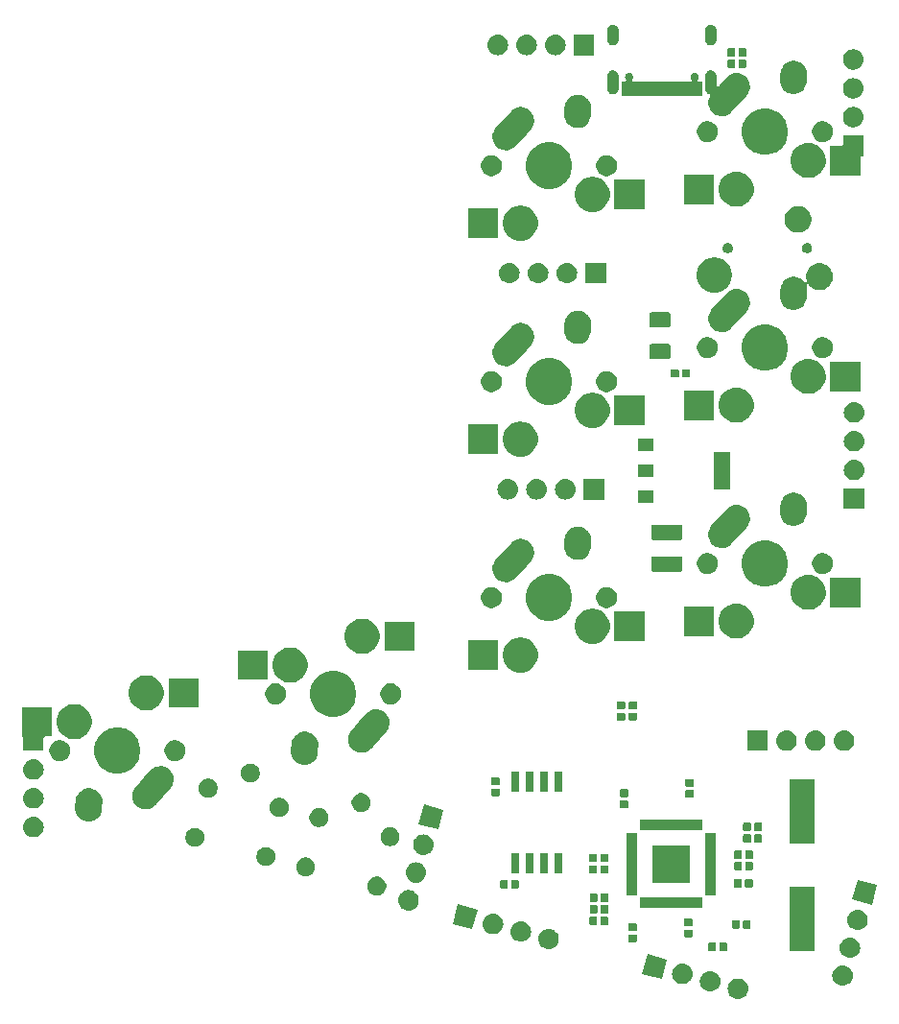
<source format=gbr>
G04 #@! TF.GenerationSoftware,KiCad,Pcbnew,(5.1.4)-1*
G04 #@! TF.CreationDate,2023-06-17T18:31:40-04:00*
G04 #@! TF.ProjectId,ThumbsUp,5468756d-6273-4557-902e-6b696361645f,rev?*
G04 #@! TF.SameCoordinates,Original*
G04 #@! TF.FileFunction,Soldermask,Bot*
G04 #@! TF.FilePolarity,Negative*
%FSLAX46Y46*%
G04 Gerber Fmt 4.6, Leading zero omitted, Abs format (unit mm)*
G04 Created by KiCad (PCBNEW (5.1.4)-1) date 2023-06-17 18:31:40*
%MOMM*%
%LPD*%
G04 APERTURE LIST*
%ADD10C,0.100000*%
G04 APERTURE END LIST*
D10*
G36*
X118803587Y-472190671D02*
G01*
X118869772Y-472197190D01*
X119039611Y-472248710D01*
X119196136Y-472332375D01*
X119231874Y-472361705D01*
X119333331Y-472444967D01*
X119416593Y-472546424D01*
X119445923Y-472582162D01*
X119529588Y-472738687D01*
X119581108Y-472908526D01*
X119598504Y-473085153D01*
X119581108Y-473261780D01*
X119529588Y-473431619D01*
X119445923Y-473588144D01*
X119416593Y-473623882D01*
X119333331Y-473725339D01*
X119231874Y-473808601D01*
X119196136Y-473837931D01*
X119039611Y-473921596D01*
X118869772Y-473973116D01*
X118803587Y-473979635D01*
X118737405Y-473986153D01*
X118648885Y-473986153D01*
X118582703Y-473979635D01*
X118516518Y-473973116D01*
X118346679Y-473921596D01*
X118190154Y-473837931D01*
X118154416Y-473808601D01*
X118052959Y-473725339D01*
X117969697Y-473623882D01*
X117940367Y-473588144D01*
X117856702Y-473431619D01*
X117805182Y-473261780D01*
X117787786Y-473085153D01*
X117805182Y-472908526D01*
X117856702Y-472738687D01*
X117940367Y-472582162D01*
X117969697Y-472546424D01*
X118052959Y-472444967D01*
X118154416Y-472361705D01*
X118190154Y-472332375D01*
X118346679Y-472248710D01*
X118516518Y-472197190D01*
X118582703Y-472190671D01*
X118648885Y-472184153D01*
X118737405Y-472184153D01*
X118803587Y-472190671D01*
X118803587Y-472190671D01*
G37*
G36*
X116350136Y-471533272D02*
G01*
X116416320Y-471539790D01*
X116586159Y-471591310D01*
X116742684Y-471674975D01*
X116778422Y-471704305D01*
X116879879Y-471787567D01*
X116963141Y-471889024D01*
X116992471Y-471924762D01*
X117076136Y-472081287D01*
X117127656Y-472251126D01*
X117145052Y-472427753D01*
X117127656Y-472604380D01*
X117076136Y-472774219D01*
X116992471Y-472930744D01*
X116963141Y-472966482D01*
X116879879Y-473067939D01*
X116778422Y-473151201D01*
X116742684Y-473180531D01*
X116586159Y-473264196D01*
X116416320Y-473315716D01*
X116350135Y-473322235D01*
X116283953Y-473328753D01*
X116195433Y-473328753D01*
X116129251Y-473322235D01*
X116063066Y-473315716D01*
X115893227Y-473264196D01*
X115736702Y-473180531D01*
X115700964Y-473151201D01*
X115599507Y-473067939D01*
X115516245Y-472966482D01*
X115486915Y-472930744D01*
X115403250Y-472774219D01*
X115351730Y-472604380D01*
X115334334Y-472427753D01*
X115351730Y-472251126D01*
X115403250Y-472081287D01*
X115486915Y-471924762D01*
X115516245Y-471889024D01*
X115599507Y-471787567D01*
X115700964Y-471704305D01*
X115736702Y-471674975D01*
X115893227Y-471591310D01*
X116063066Y-471539790D01*
X116129250Y-471533272D01*
X116195433Y-471526753D01*
X116283953Y-471526753D01*
X116350136Y-471533272D01*
X116350136Y-471533272D01*
G37*
G36*
X128034119Y-471017573D02*
G01*
X128109416Y-471024989D01*
X128279255Y-471076509D01*
X128435780Y-471160174D01*
X128471518Y-471189504D01*
X128572975Y-471272766D01*
X128656237Y-471374223D01*
X128685567Y-471409961D01*
X128769232Y-471566486D01*
X128820752Y-471736325D01*
X128838148Y-471912952D01*
X128820752Y-472089579D01*
X128769232Y-472259418D01*
X128685567Y-472415943D01*
X128661747Y-472444967D01*
X128572975Y-472553138D01*
X128471518Y-472636400D01*
X128435780Y-472665730D01*
X128279255Y-472749395D01*
X128109416Y-472800915D01*
X128043232Y-472807433D01*
X127977049Y-472813952D01*
X127888529Y-472813952D01*
X127822346Y-472807433D01*
X127756162Y-472800915D01*
X127586323Y-472749395D01*
X127429798Y-472665730D01*
X127394060Y-472636400D01*
X127292603Y-472553138D01*
X127203831Y-472444967D01*
X127180011Y-472415943D01*
X127096346Y-472259418D01*
X127044826Y-472089579D01*
X127027430Y-471912952D01*
X127044826Y-471736325D01*
X127096346Y-471566486D01*
X127180011Y-471409961D01*
X127209341Y-471374223D01*
X127292603Y-471272766D01*
X127394060Y-471189504D01*
X127429798Y-471160174D01*
X127586323Y-471076509D01*
X127756162Y-471024989D01*
X127831459Y-471017573D01*
X127888529Y-471011952D01*
X127977049Y-471011952D01*
X128034119Y-471017573D01*
X128034119Y-471017573D01*
G37*
G36*
X113896685Y-470875871D02*
G01*
X113962869Y-470882389D01*
X114132708Y-470933909D01*
X114289233Y-471017574D01*
X114298268Y-471024989D01*
X114426428Y-471130166D01*
X114509690Y-471231623D01*
X114539020Y-471267361D01*
X114622685Y-471423886D01*
X114674205Y-471593725D01*
X114691601Y-471770352D01*
X114674205Y-471946979D01*
X114622685Y-472116818D01*
X114539020Y-472273343D01*
X114509690Y-472309081D01*
X114426428Y-472410538D01*
X114324971Y-472493800D01*
X114289233Y-472523130D01*
X114132708Y-472606795D01*
X113962869Y-472658315D01*
X113896684Y-472664834D01*
X113830502Y-472671352D01*
X113741982Y-472671352D01*
X113675800Y-472664834D01*
X113609615Y-472658315D01*
X113439776Y-472606795D01*
X113283251Y-472523130D01*
X113247513Y-472493800D01*
X113146056Y-472410538D01*
X113062794Y-472309081D01*
X113033464Y-472273343D01*
X112949799Y-472116818D01*
X112898279Y-471946979D01*
X112880883Y-471770352D01*
X112898279Y-471593725D01*
X112949799Y-471423886D01*
X113033464Y-471267361D01*
X113062794Y-471231623D01*
X113146056Y-471130166D01*
X113274216Y-471024989D01*
X113283251Y-471017574D01*
X113439776Y-470933909D01*
X113609615Y-470882389D01*
X113675799Y-470875871D01*
X113741982Y-470869352D01*
X113830502Y-470869352D01*
X113896685Y-470875871D01*
X113896685Y-470875871D01*
G37*
G36*
X112436285Y-470475849D02*
G01*
X111969893Y-472216447D01*
X110229295Y-471750055D01*
X110695687Y-470009457D01*
X112436285Y-470475849D01*
X112436285Y-470475849D01*
G37*
G36*
X128700632Y-468565019D02*
G01*
X128766816Y-468571537D01*
X128936655Y-468623057D01*
X129093180Y-468706722D01*
X129128918Y-468736052D01*
X129230375Y-468819314D01*
X129294586Y-468897557D01*
X129342967Y-468956509D01*
X129342968Y-468956511D01*
X129404936Y-469072443D01*
X129426632Y-469113034D01*
X129478152Y-469282873D01*
X129495548Y-469459500D01*
X129478152Y-469636127D01*
X129426632Y-469805966D01*
X129342967Y-469962491D01*
X129313637Y-469998229D01*
X129230375Y-470099686D01*
X129128918Y-470182948D01*
X129093180Y-470212278D01*
X128936655Y-470295943D01*
X128766816Y-470347463D01*
X128700632Y-470353981D01*
X128634449Y-470360500D01*
X128545929Y-470360500D01*
X128479746Y-470353981D01*
X128413562Y-470347463D01*
X128243723Y-470295943D01*
X128087198Y-470212278D01*
X128051460Y-470182948D01*
X127950003Y-470099686D01*
X127866741Y-469998229D01*
X127837411Y-469962491D01*
X127753746Y-469805966D01*
X127702226Y-469636127D01*
X127684830Y-469459500D01*
X127702226Y-469282873D01*
X127753746Y-469113034D01*
X127775443Y-469072443D01*
X127837410Y-468956511D01*
X127837411Y-468956509D01*
X127885792Y-468897557D01*
X127950003Y-468819314D01*
X128051460Y-468736052D01*
X128087198Y-468706722D01*
X128243723Y-468623057D01*
X128413562Y-468571537D01*
X128479746Y-468565019D01*
X128545929Y-468558500D01*
X128634449Y-468558500D01*
X128700632Y-468565019D01*
X128700632Y-468565019D01*
G37*
G36*
X125451000Y-469776000D02*
G01*
X123249000Y-469776000D01*
X123249000Y-464074000D01*
X125451000Y-464074000D01*
X125451000Y-469776000D01*
X125451000Y-469776000D01*
G37*
G36*
X117651938Y-469006716D02*
G01*
X117672557Y-469012971D01*
X117691553Y-469023124D01*
X117708208Y-469036792D01*
X117721876Y-469053447D01*
X117732029Y-469072443D01*
X117738284Y-469093062D01*
X117741000Y-469120640D01*
X117741000Y-469629360D01*
X117738284Y-469656938D01*
X117732029Y-469677557D01*
X117721876Y-469696553D01*
X117708208Y-469713208D01*
X117691553Y-469726876D01*
X117672557Y-469737029D01*
X117651938Y-469743284D01*
X117624360Y-469746000D01*
X117165640Y-469746000D01*
X117138062Y-469743284D01*
X117117443Y-469737029D01*
X117098447Y-469726876D01*
X117081792Y-469713208D01*
X117068124Y-469696553D01*
X117057971Y-469677557D01*
X117051716Y-469656938D01*
X117049000Y-469629360D01*
X117049000Y-469120640D01*
X117051716Y-469093062D01*
X117057971Y-469072443D01*
X117068124Y-469053447D01*
X117081792Y-469036792D01*
X117098447Y-469023124D01*
X117117443Y-469012971D01*
X117138062Y-469006716D01*
X117165640Y-469004000D01*
X117624360Y-469004000D01*
X117651938Y-469006716D01*
X117651938Y-469006716D01*
G37*
G36*
X116681938Y-469006716D02*
G01*
X116702557Y-469012971D01*
X116721553Y-469023124D01*
X116738208Y-469036792D01*
X116751876Y-469053447D01*
X116762029Y-469072443D01*
X116768284Y-469093062D01*
X116771000Y-469120640D01*
X116771000Y-469629360D01*
X116768284Y-469656938D01*
X116762029Y-469677557D01*
X116751876Y-469696553D01*
X116738208Y-469713208D01*
X116721553Y-469726876D01*
X116702557Y-469737029D01*
X116681938Y-469743284D01*
X116654360Y-469746000D01*
X116195640Y-469746000D01*
X116168062Y-469743284D01*
X116147443Y-469737029D01*
X116128447Y-469726876D01*
X116111792Y-469713208D01*
X116098124Y-469696553D01*
X116087971Y-469677557D01*
X116081716Y-469656938D01*
X116079000Y-469629360D01*
X116079000Y-469120640D01*
X116081716Y-469093062D01*
X116087971Y-469072443D01*
X116098124Y-469053447D01*
X116111792Y-469036792D01*
X116128447Y-469023124D01*
X116147443Y-469012971D01*
X116168062Y-469006716D01*
X116195640Y-469004000D01*
X116654360Y-469004000D01*
X116681938Y-469006716D01*
X116681938Y-469006716D01*
G37*
G36*
X102103586Y-467790672D02*
G01*
X102169771Y-467797191D01*
X102339610Y-467848711D01*
X102339612Y-467848712D01*
X102354652Y-467856751D01*
X102496135Y-467932376D01*
X102524672Y-467955796D01*
X102633330Y-468044968D01*
X102716592Y-468146425D01*
X102745922Y-468182163D01*
X102745923Y-468182165D01*
X102821441Y-468323447D01*
X102829587Y-468338688D01*
X102881107Y-468508527D01*
X102898503Y-468685154D01*
X102881107Y-468861781D01*
X102832164Y-469023124D01*
X102829586Y-469031622D01*
X102803254Y-469080886D01*
X102745922Y-469188145D01*
X102716592Y-469223883D01*
X102633330Y-469325340D01*
X102531873Y-469408602D01*
X102496135Y-469437932D01*
X102339610Y-469521597D01*
X102169771Y-469573117D01*
X102103586Y-469579636D01*
X102037404Y-469586154D01*
X101948884Y-469586154D01*
X101882702Y-469579636D01*
X101816517Y-469573117D01*
X101646678Y-469521597D01*
X101490153Y-469437932D01*
X101454415Y-469408602D01*
X101352958Y-469325340D01*
X101269696Y-469223883D01*
X101240366Y-469188145D01*
X101183034Y-469080886D01*
X101156702Y-469031622D01*
X101154124Y-469023124D01*
X101105181Y-468861781D01*
X101087785Y-468685154D01*
X101105181Y-468508527D01*
X101156701Y-468338688D01*
X101164848Y-468323447D01*
X101240365Y-468182165D01*
X101240366Y-468182163D01*
X101269696Y-468146425D01*
X101352958Y-468044968D01*
X101461616Y-467955796D01*
X101490153Y-467932376D01*
X101631636Y-467856751D01*
X101646676Y-467848712D01*
X101646678Y-467848711D01*
X101816517Y-467797191D01*
X101882702Y-467790672D01*
X101948884Y-467784154D01*
X102037404Y-467784154D01*
X102103586Y-467790672D01*
X102103586Y-467790672D01*
G37*
G36*
X109681938Y-468276716D02*
G01*
X109702557Y-468282971D01*
X109721553Y-468293124D01*
X109738208Y-468306792D01*
X109751876Y-468323447D01*
X109762029Y-468342443D01*
X109768284Y-468363062D01*
X109771000Y-468390640D01*
X109771000Y-468849360D01*
X109768284Y-468876938D01*
X109762029Y-468897557D01*
X109751876Y-468916553D01*
X109738208Y-468933208D01*
X109721553Y-468946876D01*
X109702557Y-468957029D01*
X109681938Y-468963284D01*
X109654360Y-468966000D01*
X109145640Y-468966000D01*
X109118062Y-468963284D01*
X109097443Y-468957029D01*
X109078447Y-468946876D01*
X109061792Y-468933208D01*
X109048124Y-468916553D01*
X109037971Y-468897557D01*
X109031716Y-468876938D01*
X109029000Y-468849360D01*
X109029000Y-468390640D01*
X109031716Y-468363062D01*
X109037971Y-468342443D01*
X109048124Y-468323447D01*
X109061792Y-468306792D01*
X109078447Y-468293124D01*
X109097443Y-468282971D01*
X109118062Y-468276716D01*
X109145640Y-468274000D01*
X109654360Y-468274000D01*
X109681938Y-468276716D01*
X109681938Y-468276716D01*
G37*
G36*
X99650134Y-467133272D02*
G01*
X99716319Y-467139791D01*
X99886158Y-467191311D01*
X100042683Y-467274976D01*
X100078049Y-467304000D01*
X100179878Y-467387568D01*
X100253272Y-467477000D01*
X100292470Y-467524763D01*
X100376135Y-467681288D01*
X100427655Y-467851127D01*
X100445051Y-468027754D01*
X100427655Y-468204381D01*
X100376135Y-468374220D01*
X100292470Y-468530745D01*
X100269692Y-468558500D01*
X100179878Y-468667940D01*
X100078421Y-468751202D01*
X100042683Y-468780532D01*
X99886158Y-468864197D01*
X99716319Y-468915717D01*
X99650134Y-468922236D01*
X99583952Y-468928754D01*
X99495432Y-468928754D01*
X99429250Y-468922236D01*
X99363065Y-468915717D01*
X99193226Y-468864197D01*
X99036701Y-468780532D01*
X99000963Y-468751202D01*
X98899506Y-468667940D01*
X98809692Y-468558500D01*
X98786914Y-468530745D01*
X98703249Y-468374220D01*
X98651729Y-468204381D01*
X98634333Y-468027754D01*
X98651729Y-467851127D01*
X98703249Y-467681288D01*
X98786914Y-467524763D01*
X98826112Y-467477000D01*
X98899506Y-467387568D01*
X99001335Y-467304000D01*
X99036701Y-467274976D01*
X99193226Y-467191311D01*
X99363065Y-467139791D01*
X99429250Y-467133272D01*
X99495432Y-467126754D01*
X99583952Y-467126754D01*
X99650134Y-467133272D01*
X99650134Y-467133272D01*
G37*
G36*
X114606938Y-467851716D02*
G01*
X114627557Y-467857971D01*
X114646553Y-467868124D01*
X114663208Y-467881792D01*
X114676876Y-467898447D01*
X114687029Y-467917443D01*
X114693284Y-467938062D01*
X114696000Y-467965640D01*
X114696000Y-468424360D01*
X114693284Y-468451938D01*
X114687029Y-468472557D01*
X114676876Y-468491553D01*
X114663208Y-468508208D01*
X114646553Y-468521876D01*
X114627557Y-468532029D01*
X114606938Y-468538284D01*
X114579360Y-468541000D01*
X114070640Y-468541000D01*
X114043062Y-468538284D01*
X114022443Y-468532029D01*
X114003447Y-468521876D01*
X113986792Y-468508208D01*
X113973124Y-468491553D01*
X113962971Y-468472557D01*
X113956716Y-468451938D01*
X113954000Y-468424360D01*
X113954000Y-467965640D01*
X113956716Y-467938062D01*
X113962971Y-467917443D01*
X113973124Y-467898447D01*
X113986792Y-467881792D01*
X114003447Y-467868124D01*
X114022443Y-467857971D01*
X114043062Y-467851716D01*
X114070640Y-467849000D01*
X114579360Y-467849000D01*
X114606938Y-467851716D01*
X114606938Y-467851716D01*
G37*
G36*
X97196683Y-466475871D02*
G01*
X97262868Y-466482390D01*
X97432707Y-466533910D01*
X97589232Y-466617575D01*
X97624970Y-466646905D01*
X97726427Y-466730167D01*
X97807882Y-466829422D01*
X97839019Y-466867362D01*
X97922684Y-467023887D01*
X97974204Y-467193726D01*
X97991600Y-467370353D01*
X97974204Y-467546980D01*
X97933462Y-467681288D01*
X97922683Y-467716821D01*
X97900762Y-467757831D01*
X97839019Y-467873344D01*
X97826003Y-467889204D01*
X97726427Y-468010539D01*
X97624970Y-468093801D01*
X97589232Y-468123131D01*
X97432707Y-468206796D01*
X97262868Y-468258316D01*
X97196683Y-468264835D01*
X97130501Y-468271353D01*
X97041981Y-468271353D01*
X96975799Y-468264835D01*
X96909614Y-468258316D01*
X96739775Y-468206796D01*
X96583250Y-468123131D01*
X96547512Y-468093801D01*
X96446055Y-468010539D01*
X96346479Y-467889204D01*
X96333463Y-467873344D01*
X96271720Y-467757831D01*
X96249799Y-467716821D01*
X96239020Y-467681288D01*
X96198278Y-467546980D01*
X96180882Y-467370353D01*
X96198278Y-467193726D01*
X96249798Y-467023887D01*
X96333463Y-466867362D01*
X96364600Y-466829422D01*
X96446055Y-466730167D01*
X96547512Y-466646905D01*
X96583250Y-466617575D01*
X96739775Y-466533910D01*
X96909614Y-466482390D01*
X96975799Y-466475871D01*
X97041981Y-466469353D01*
X97130501Y-466469353D01*
X97196683Y-466475871D01*
X97196683Y-466475871D01*
G37*
G36*
X109681938Y-467306716D02*
G01*
X109702557Y-467312971D01*
X109721553Y-467323124D01*
X109738208Y-467336792D01*
X109751876Y-467353447D01*
X109762029Y-467372443D01*
X109768284Y-467393062D01*
X109771000Y-467420640D01*
X109771000Y-467879360D01*
X109768284Y-467906938D01*
X109762029Y-467927557D01*
X109751876Y-467946553D01*
X109738208Y-467963208D01*
X109721553Y-467976876D01*
X109702557Y-467987029D01*
X109681938Y-467993284D01*
X109654360Y-467996000D01*
X109145640Y-467996000D01*
X109118062Y-467993284D01*
X109097443Y-467987029D01*
X109078447Y-467976876D01*
X109061792Y-467963208D01*
X109048124Y-467946553D01*
X109037971Y-467927557D01*
X109031716Y-467906938D01*
X109029000Y-467879360D01*
X109029000Y-467420640D01*
X109031716Y-467393062D01*
X109037971Y-467372443D01*
X109048124Y-467353447D01*
X109061792Y-467336792D01*
X109078447Y-467323124D01*
X109097443Y-467312971D01*
X109118062Y-467306716D01*
X109145640Y-467304000D01*
X109654360Y-467304000D01*
X109681938Y-467306716D01*
X109681938Y-467306716D01*
G37*
G36*
X129358033Y-466111568D02*
G01*
X129424217Y-466118086D01*
X129594056Y-466169606D01*
X129750581Y-466253271D01*
X129768528Y-466268000D01*
X129887776Y-466365863D01*
X129947209Y-466438284D01*
X130000368Y-466503058D01*
X130084033Y-466659583D01*
X130135553Y-466829422D01*
X130152949Y-467006049D01*
X130135553Y-467182676D01*
X130084033Y-467352515D01*
X130000368Y-467509040D01*
X129976430Y-467538208D01*
X129887776Y-467646235D01*
X129819146Y-467702557D01*
X129750581Y-467758827D01*
X129594056Y-467842492D01*
X129424217Y-467894012D01*
X129366759Y-467899671D01*
X129291850Y-467907049D01*
X129203330Y-467907049D01*
X129128421Y-467899671D01*
X129070963Y-467894012D01*
X128901124Y-467842492D01*
X128744599Y-467758827D01*
X128676034Y-467702557D01*
X128607404Y-467646235D01*
X128518750Y-467538208D01*
X128494812Y-467509040D01*
X128411147Y-467352515D01*
X128359627Y-467182676D01*
X128342231Y-467006049D01*
X128359627Y-466829422D01*
X128411147Y-466659583D01*
X128494812Y-466503058D01*
X128547971Y-466438284D01*
X128607404Y-466365863D01*
X128726652Y-466268000D01*
X128744599Y-466253271D01*
X128901124Y-466169606D01*
X129070963Y-466118086D01*
X129137147Y-466111568D01*
X129203330Y-466105049D01*
X129291850Y-466105049D01*
X129358033Y-466111568D01*
X129358033Y-466111568D01*
G37*
G36*
X95736284Y-466075850D02*
G01*
X95269892Y-467816448D01*
X93529294Y-467350056D01*
X93995686Y-465609458D01*
X95736284Y-466075850D01*
X95736284Y-466075850D01*
G37*
G36*
X118771938Y-467031716D02*
G01*
X118792557Y-467037971D01*
X118811553Y-467048124D01*
X118828208Y-467061792D01*
X118841876Y-467078447D01*
X118852029Y-467097443D01*
X118858284Y-467118062D01*
X118861000Y-467145640D01*
X118861000Y-467654360D01*
X118858284Y-467681938D01*
X118852029Y-467702557D01*
X118841876Y-467721553D01*
X118828208Y-467738208D01*
X118811553Y-467751876D01*
X118792557Y-467762029D01*
X118771938Y-467768284D01*
X118744360Y-467771000D01*
X118285640Y-467771000D01*
X118258062Y-467768284D01*
X118237443Y-467762029D01*
X118218447Y-467751876D01*
X118201792Y-467738208D01*
X118188124Y-467721553D01*
X118177971Y-467702557D01*
X118171716Y-467681938D01*
X118169000Y-467654360D01*
X118169000Y-467145640D01*
X118171716Y-467118062D01*
X118177971Y-467097443D01*
X118188124Y-467078447D01*
X118201792Y-467061792D01*
X118218447Y-467048124D01*
X118237443Y-467037971D01*
X118258062Y-467031716D01*
X118285640Y-467029000D01*
X118744360Y-467029000D01*
X118771938Y-467031716D01*
X118771938Y-467031716D01*
G37*
G36*
X119741938Y-467031716D02*
G01*
X119762557Y-467037971D01*
X119781553Y-467048124D01*
X119798208Y-467061792D01*
X119811876Y-467078447D01*
X119822029Y-467097443D01*
X119828284Y-467118062D01*
X119831000Y-467145640D01*
X119831000Y-467654360D01*
X119828284Y-467681938D01*
X119822029Y-467702557D01*
X119811876Y-467721553D01*
X119798208Y-467738208D01*
X119781553Y-467751876D01*
X119762557Y-467762029D01*
X119741938Y-467768284D01*
X119714360Y-467771000D01*
X119255640Y-467771000D01*
X119228062Y-467768284D01*
X119207443Y-467762029D01*
X119188447Y-467751876D01*
X119171792Y-467738208D01*
X119158124Y-467721553D01*
X119147971Y-467702557D01*
X119141716Y-467681938D01*
X119139000Y-467654360D01*
X119139000Y-467145640D01*
X119141716Y-467118062D01*
X119147971Y-467097443D01*
X119158124Y-467078447D01*
X119171792Y-467061792D01*
X119188447Y-467048124D01*
X119207443Y-467037971D01*
X119228062Y-467031716D01*
X119255640Y-467029000D01*
X119714360Y-467029000D01*
X119741938Y-467031716D01*
X119741938Y-467031716D01*
G37*
G36*
X114606938Y-466881716D02*
G01*
X114627557Y-466887971D01*
X114646553Y-466898124D01*
X114663208Y-466911792D01*
X114676876Y-466928447D01*
X114687029Y-466947443D01*
X114693284Y-466968062D01*
X114696000Y-466995640D01*
X114696000Y-467454360D01*
X114693284Y-467481938D01*
X114687029Y-467502557D01*
X114676876Y-467521553D01*
X114663208Y-467538208D01*
X114646553Y-467551876D01*
X114627557Y-467562029D01*
X114606938Y-467568284D01*
X114579360Y-467571000D01*
X114070640Y-467571000D01*
X114043062Y-467568284D01*
X114022443Y-467562029D01*
X114003447Y-467551876D01*
X113986792Y-467538208D01*
X113973124Y-467521553D01*
X113962971Y-467502557D01*
X113956716Y-467481938D01*
X113954000Y-467454360D01*
X113954000Y-466995640D01*
X113956716Y-466968062D01*
X113962971Y-466947443D01*
X113973124Y-466928447D01*
X113986792Y-466911792D01*
X114003447Y-466898124D01*
X114022443Y-466887971D01*
X114043062Y-466881716D01*
X114070640Y-466879000D01*
X114579360Y-466879000D01*
X114606938Y-466881716D01*
X114606938Y-466881716D01*
G37*
G36*
X107166938Y-466721716D02*
G01*
X107187557Y-466727971D01*
X107206553Y-466738124D01*
X107223208Y-466751792D01*
X107236876Y-466768447D01*
X107247029Y-466787443D01*
X107253284Y-466808062D01*
X107256000Y-466835640D01*
X107256000Y-467344360D01*
X107253284Y-467371938D01*
X107247029Y-467392557D01*
X107236876Y-467411553D01*
X107223208Y-467428208D01*
X107206553Y-467441876D01*
X107187557Y-467452029D01*
X107166938Y-467458284D01*
X107139360Y-467461000D01*
X106680640Y-467461000D01*
X106653062Y-467458284D01*
X106632443Y-467452029D01*
X106613447Y-467441876D01*
X106596792Y-467428208D01*
X106583124Y-467411553D01*
X106572971Y-467392557D01*
X106566716Y-467371938D01*
X106564000Y-467344360D01*
X106564000Y-466835640D01*
X106566716Y-466808062D01*
X106572971Y-466787443D01*
X106583124Y-466768447D01*
X106596792Y-466751792D01*
X106613447Y-466738124D01*
X106632443Y-466727971D01*
X106653062Y-466721716D01*
X106680640Y-466719000D01*
X107139360Y-466719000D01*
X107166938Y-466721716D01*
X107166938Y-466721716D01*
G37*
G36*
X106196938Y-466721716D02*
G01*
X106217557Y-466727971D01*
X106236553Y-466738124D01*
X106253208Y-466751792D01*
X106266876Y-466768447D01*
X106277029Y-466787443D01*
X106283284Y-466808062D01*
X106286000Y-466835640D01*
X106286000Y-467344360D01*
X106283284Y-467371938D01*
X106277029Y-467392557D01*
X106266876Y-467411553D01*
X106253208Y-467428208D01*
X106236553Y-467441876D01*
X106217557Y-467452029D01*
X106196938Y-467458284D01*
X106169360Y-467461000D01*
X105710640Y-467461000D01*
X105683062Y-467458284D01*
X105662443Y-467452029D01*
X105643447Y-467441876D01*
X105626792Y-467428208D01*
X105613124Y-467411553D01*
X105602971Y-467392557D01*
X105596716Y-467371938D01*
X105594000Y-467344360D01*
X105594000Y-466835640D01*
X105596716Y-466808062D01*
X105602971Y-466787443D01*
X105613124Y-466768447D01*
X105626792Y-466751792D01*
X105643447Y-466738124D01*
X105662443Y-466727971D01*
X105683062Y-466721716D01*
X105710640Y-466719000D01*
X106169360Y-466719000D01*
X106196938Y-466721716D01*
X106196938Y-466721716D01*
G37*
G36*
X106216938Y-465701716D02*
G01*
X106237557Y-465707971D01*
X106256553Y-465718124D01*
X106273208Y-465731792D01*
X106286876Y-465748447D01*
X106297029Y-465767443D01*
X106303284Y-465788062D01*
X106306000Y-465815640D01*
X106306000Y-466324360D01*
X106303284Y-466351938D01*
X106297029Y-466372557D01*
X106286876Y-466391553D01*
X106273208Y-466408208D01*
X106256553Y-466421876D01*
X106237557Y-466432029D01*
X106216938Y-466438284D01*
X106189360Y-466441000D01*
X105730640Y-466441000D01*
X105703062Y-466438284D01*
X105682443Y-466432029D01*
X105663447Y-466421876D01*
X105646792Y-466408208D01*
X105633124Y-466391553D01*
X105622971Y-466372557D01*
X105616716Y-466351938D01*
X105614000Y-466324360D01*
X105614000Y-465815640D01*
X105616716Y-465788062D01*
X105622971Y-465767443D01*
X105633124Y-465748447D01*
X105646792Y-465731792D01*
X105663447Y-465718124D01*
X105682443Y-465707971D01*
X105703062Y-465701716D01*
X105730640Y-465699000D01*
X106189360Y-465699000D01*
X106216938Y-465701716D01*
X106216938Y-465701716D01*
G37*
G36*
X107186938Y-465701716D02*
G01*
X107207557Y-465707971D01*
X107226553Y-465718124D01*
X107243208Y-465731792D01*
X107256876Y-465748447D01*
X107267029Y-465767443D01*
X107273284Y-465788062D01*
X107276000Y-465815640D01*
X107276000Y-466324360D01*
X107273284Y-466351938D01*
X107267029Y-466372557D01*
X107256876Y-466391553D01*
X107243208Y-466408208D01*
X107226553Y-466421876D01*
X107207557Y-466432029D01*
X107186938Y-466438284D01*
X107159360Y-466441000D01*
X106700640Y-466441000D01*
X106673062Y-466438284D01*
X106652443Y-466432029D01*
X106633447Y-466421876D01*
X106616792Y-466408208D01*
X106603124Y-466391553D01*
X106592971Y-466372557D01*
X106586716Y-466351938D01*
X106584000Y-466324360D01*
X106584000Y-465815640D01*
X106586716Y-465788062D01*
X106592971Y-465767443D01*
X106603124Y-465748447D01*
X106616792Y-465731792D01*
X106633447Y-465718124D01*
X106652443Y-465707971D01*
X106673062Y-465701716D01*
X106700640Y-465699000D01*
X107159360Y-465699000D01*
X107186938Y-465701716D01*
X107186938Y-465701716D01*
G37*
G36*
X89738399Y-464377339D02*
G01*
X89804583Y-464383857D01*
X89974422Y-464435377D01*
X90130947Y-464519042D01*
X90166685Y-464548372D01*
X90268142Y-464631634D01*
X90330941Y-464708156D01*
X90380734Y-464768829D01*
X90464399Y-464925354D01*
X90515919Y-465095193D01*
X90533315Y-465271820D01*
X90515919Y-465448447D01*
X90464399Y-465618286D01*
X90380734Y-465774811D01*
X90369859Y-465788062D01*
X90268142Y-465912006D01*
X90166685Y-465995268D01*
X90130947Y-466024598D01*
X89974422Y-466108263D01*
X89804583Y-466159783D01*
X89738398Y-466166302D01*
X89672216Y-466172820D01*
X89583696Y-466172820D01*
X89517514Y-466166302D01*
X89451329Y-466159783D01*
X89281490Y-466108263D01*
X89124965Y-466024598D01*
X89089227Y-465995268D01*
X88987770Y-465912006D01*
X88886053Y-465788062D01*
X88875178Y-465774811D01*
X88791513Y-465618286D01*
X88739993Y-465448447D01*
X88722597Y-465271820D01*
X88739993Y-465095193D01*
X88791513Y-464925354D01*
X88875178Y-464768829D01*
X88924971Y-464708156D01*
X88987770Y-464631634D01*
X89089227Y-464548372D01*
X89124965Y-464519042D01*
X89281490Y-464435377D01*
X89451329Y-464383857D01*
X89517513Y-464377339D01*
X89583696Y-464370820D01*
X89672216Y-464370820D01*
X89738399Y-464377339D01*
X89738399Y-464377339D01*
G37*
G36*
X115551000Y-465976000D02*
G01*
X110049000Y-465976000D01*
X110049000Y-465024000D01*
X115551000Y-465024000D01*
X115551000Y-465976000D01*
X115551000Y-465976000D01*
G37*
G36*
X131008485Y-463915494D02*
G01*
X130542093Y-465656092D01*
X128801495Y-465189700D01*
X129267887Y-463449102D01*
X131008485Y-463915494D01*
X131008485Y-463915494D01*
G37*
G36*
X107191938Y-464681716D02*
G01*
X107212557Y-464687971D01*
X107231553Y-464698124D01*
X107248208Y-464711792D01*
X107261876Y-464728447D01*
X107272029Y-464747443D01*
X107278284Y-464768062D01*
X107281000Y-464795640D01*
X107281000Y-465304360D01*
X107278284Y-465331938D01*
X107272029Y-465352557D01*
X107261876Y-465371553D01*
X107248208Y-465388208D01*
X107231553Y-465401876D01*
X107212557Y-465412029D01*
X107191938Y-465418284D01*
X107164360Y-465421000D01*
X106705640Y-465421000D01*
X106678062Y-465418284D01*
X106657443Y-465412029D01*
X106638447Y-465401876D01*
X106621792Y-465388208D01*
X106608124Y-465371553D01*
X106597971Y-465352557D01*
X106591716Y-465331938D01*
X106589000Y-465304360D01*
X106589000Y-464795640D01*
X106591716Y-464768062D01*
X106597971Y-464747443D01*
X106608124Y-464728447D01*
X106621792Y-464711792D01*
X106638447Y-464698124D01*
X106657443Y-464687971D01*
X106678062Y-464681716D01*
X106705640Y-464679000D01*
X107164360Y-464679000D01*
X107191938Y-464681716D01*
X107191938Y-464681716D01*
G37*
G36*
X106221938Y-464681716D02*
G01*
X106242557Y-464687971D01*
X106261553Y-464698124D01*
X106278208Y-464711792D01*
X106291876Y-464728447D01*
X106302029Y-464747443D01*
X106308284Y-464768062D01*
X106311000Y-464795640D01*
X106311000Y-465304360D01*
X106308284Y-465331938D01*
X106302029Y-465352557D01*
X106291876Y-465371553D01*
X106278208Y-465388208D01*
X106261553Y-465401876D01*
X106242557Y-465412029D01*
X106221938Y-465418284D01*
X106194360Y-465421000D01*
X105735640Y-465421000D01*
X105708062Y-465418284D01*
X105687443Y-465412029D01*
X105668447Y-465401876D01*
X105651792Y-465388208D01*
X105638124Y-465371553D01*
X105627971Y-465352557D01*
X105621716Y-465331938D01*
X105619000Y-465304360D01*
X105619000Y-464795640D01*
X105621716Y-464768062D01*
X105627971Y-464747443D01*
X105638124Y-464728447D01*
X105651792Y-464711792D01*
X105668447Y-464698124D01*
X105687443Y-464687971D01*
X105708062Y-464681716D01*
X105735640Y-464679000D01*
X106194360Y-464679000D01*
X106221938Y-464681716D01*
X106221938Y-464681716D01*
G37*
G36*
X87071239Y-463212676D02*
G01*
X87223836Y-463275883D01*
X87361170Y-463367647D01*
X87477964Y-463484441D01*
X87569728Y-463621775D01*
X87632935Y-463774372D01*
X87665158Y-463936367D01*
X87665158Y-464101539D01*
X87632935Y-464263534D01*
X87569728Y-464416131D01*
X87477964Y-464553465D01*
X87361170Y-464670259D01*
X87223836Y-464762023D01*
X87071239Y-464825230D01*
X86909244Y-464857453D01*
X86744072Y-464857453D01*
X86582077Y-464825230D01*
X86429480Y-464762023D01*
X86292146Y-464670259D01*
X86175352Y-464553465D01*
X86083588Y-464416131D01*
X86020381Y-464263534D01*
X85988158Y-464101539D01*
X85988158Y-463936367D01*
X86020381Y-463774372D01*
X86083588Y-463621775D01*
X86175352Y-463484441D01*
X86292146Y-463367647D01*
X86429480Y-463275883D01*
X86582077Y-463212676D01*
X86744072Y-463180453D01*
X86909244Y-463180453D01*
X87071239Y-463212676D01*
X87071239Y-463212676D01*
G37*
G36*
X116726000Y-464801000D02*
G01*
X115774000Y-464801000D01*
X115774000Y-459299000D01*
X116726000Y-459299000D01*
X116726000Y-464801000D01*
X116726000Y-464801000D01*
G37*
G36*
X109826000Y-464801000D02*
G01*
X108874000Y-464801000D01*
X108874000Y-459299000D01*
X109826000Y-459299000D01*
X109826000Y-464801000D01*
X109826000Y-464801000D01*
G37*
G36*
X98311938Y-463491716D02*
G01*
X98332557Y-463497971D01*
X98351553Y-463508124D01*
X98368208Y-463521792D01*
X98381876Y-463538447D01*
X98392029Y-463557443D01*
X98398284Y-463578062D01*
X98401000Y-463605640D01*
X98401000Y-464114360D01*
X98398284Y-464141938D01*
X98392029Y-464162557D01*
X98381876Y-464181553D01*
X98368208Y-464198208D01*
X98351553Y-464211876D01*
X98332557Y-464222029D01*
X98311938Y-464228284D01*
X98284360Y-464231000D01*
X97825640Y-464231000D01*
X97798062Y-464228284D01*
X97777443Y-464222029D01*
X97758447Y-464211876D01*
X97741792Y-464198208D01*
X97728124Y-464181553D01*
X97717971Y-464162557D01*
X97711716Y-464141938D01*
X97709000Y-464114360D01*
X97709000Y-463605640D01*
X97711716Y-463578062D01*
X97717971Y-463557443D01*
X97728124Y-463538447D01*
X97741792Y-463521792D01*
X97758447Y-463508124D01*
X97777443Y-463497971D01*
X97798062Y-463491716D01*
X97825640Y-463489000D01*
X98284360Y-463489000D01*
X98311938Y-463491716D01*
X98311938Y-463491716D01*
G37*
G36*
X99281938Y-463491716D02*
G01*
X99302557Y-463497971D01*
X99321553Y-463508124D01*
X99338208Y-463521792D01*
X99351876Y-463538447D01*
X99362029Y-463557443D01*
X99368284Y-463578062D01*
X99371000Y-463605640D01*
X99371000Y-464114360D01*
X99368284Y-464141938D01*
X99362029Y-464162557D01*
X99351876Y-464181553D01*
X99338208Y-464198208D01*
X99321553Y-464211876D01*
X99302557Y-464222029D01*
X99281938Y-464228284D01*
X99254360Y-464231000D01*
X98795640Y-464231000D01*
X98768062Y-464228284D01*
X98747443Y-464222029D01*
X98728447Y-464211876D01*
X98711792Y-464198208D01*
X98698124Y-464181553D01*
X98687971Y-464162557D01*
X98681716Y-464141938D01*
X98679000Y-464114360D01*
X98679000Y-463605640D01*
X98681716Y-463578062D01*
X98687971Y-463557443D01*
X98698124Y-463538447D01*
X98711792Y-463521792D01*
X98728447Y-463508124D01*
X98747443Y-463497971D01*
X98768062Y-463491716D01*
X98795640Y-463489000D01*
X99254360Y-463489000D01*
X99281938Y-463491716D01*
X99281938Y-463491716D01*
G37*
G36*
X118956938Y-463406716D02*
G01*
X118977557Y-463412971D01*
X118996553Y-463423124D01*
X119013208Y-463436792D01*
X119026876Y-463453447D01*
X119037029Y-463472443D01*
X119043284Y-463493062D01*
X119046000Y-463520640D01*
X119046000Y-464029360D01*
X119043284Y-464056938D01*
X119037029Y-464077557D01*
X119026876Y-464096553D01*
X119013208Y-464113208D01*
X118996553Y-464126876D01*
X118977557Y-464137029D01*
X118956938Y-464143284D01*
X118929360Y-464146000D01*
X118470640Y-464146000D01*
X118443062Y-464143284D01*
X118422443Y-464137029D01*
X118403447Y-464126876D01*
X118386792Y-464113208D01*
X118373124Y-464096553D01*
X118362971Y-464077557D01*
X118356716Y-464056938D01*
X118354000Y-464029360D01*
X118354000Y-463520640D01*
X118356716Y-463493062D01*
X118362971Y-463472443D01*
X118373124Y-463453447D01*
X118386792Y-463436792D01*
X118403447Y-463423124D01*
X118422443Y-463412971D01*
X118443062Y-463406716D01*
X118470640Y-463404000D01*
X118929360Y-463404000D01*
X118956938Y-463406716D01*
X118956938Y-463406716D01*
G37*
G36*
X119926938Y-463406716D02*
G01*
X119947557Y-463412971D01*
X119966553Y-463423124D01*
X119983208Y-463436792D01*
X119996876Y-463453447D01*
X120007029Y-463472443D01*
X120013284Y-463493062D01*
X120016000Y-463520640D01*
X120016000Y-464029360D01*
X120013284Y-464056938D01*
X120007029Y-464077557D01*
X119996876Y-464096553D01*
X119983208Y-464113208D01*
X119966553Y-464126876D01*
X119947557Y-464137029D01*
X119926938Y-464143284D01*
X119899360Y-464146000D01*
X119440640Y-464146000D01*
X119413062Y-464143284D01*
X119392443Y-464137029D01*
X119373447Y-464126876D01*
X119356792Y-464113208D01*
X119343124Y-464096553D01*
X119332971Y-464077557D01*
X119326716Y-464056938D01*
X119324000Y-464029360D01*
X119324000Y-463520640D01*
X119326716Y-463493062D01*
X119332971Y-463472443D01*
X119343124Y-463453447D01*
X119356792Y-463436792D01*
X119373447Y-463423124D01*
X119392443Y-463412971D01*
X119413062Y-463406716D01*
X119440640Y-463404000D01*
X119899360Y-463404000D01*
X119926938Y-463406716D01*
X119926938Y-463406716D01*
G37*
G36*
X90395799Y-461923887D02*
G01*
X90461983Y-461930405D01*
X90631822Y-461981925D01*
X90788347Y-462065590D01*
X90807237Y-462081093D01*
X90925542Y-462178182D01*
X91008804Y-462279639D01*
X91038134Y-462315377D01*
X91121799Y-462471902D01*
X91173319Y-462641741D01*
X91190715Y-462818368D01*
X91173319Y-462994995D01*
X91121799Y-463164834D01*
X91038134Y-463321359D01*
X91008804Y-463357097D01*
X90925542Y-463458554D01*
X90848485Y-463521792D01*
X90788347Y-463571146D01*
X90631822Y-463654811D01*
X90461983Y-463706331D01*
X90395799Y-463712849D01*
X90329616Y-463719368D01*
X90241096Y-463719368D01*
X90174913Y-463712849D01*
X90108729Y-463706331D01*
X89938890Y-463654811D01*
X89782365Y-463571146D01*
X89722227Y-463521792D01*
X89645170Y-463458554D01*
X89561908Y-463357097D01*
X89532578Y-463321359D01*
X89448913Y-463164834D01*
X89397393Y-462994995D01*
X89379997Y-462818368D01*
X89397393Y-462641741D01*
X89448913Y-462471902D01*
X89532578Y-462315377D01*
X89561908Y-462279639D01*
X89645170Y-462178182D01*
X89763475Y-462081093D01*
X89782365Y-462065590D01*
X89938890Y-461981925D01*
X90108729Y-461930405D01*
X90174913Y-461923887D01*
X90241096Y-461917368D01*
X90329616Y-461917368D01*
X90395799Y-461923887D01*
X90395799Y-461923887D01*
G37*
G36*
X114451000Y-463701000D02*
G01*
X111149000Y-463701000D01*
X111149000Y-460399000D01*
X114451000Y-460399000D01*
X114451000Y-463701000D01*
X114451000Y-463701000D01*
G37*
G36*
X80795667Y-461519397D02*
G01*
X80948264Y-461582604D01*
X81085598Y-461674368D01*
X81202392Y-461791162D01*
X81294156Y-461928496D01*
X81357363Y-462081093D01*
X81389586Y-462243088D01*
X81389586Y-462408260D01*
X81357363Y-462570255D01*
X81294156Y-462722852D01*
X81202392Y-462860186D01*
X81085598Y-462976980D01*
X80948264Y-463068744D01*
X80795667Y-463131951D01*
X80633672Y-463164174D01*
X80468500Y-463164174D01*
X80306505Y-463131951D01*
X80153908Y-463068744D01*
X80016574Y-462976980D01*
X79899780Y-462860186D01*
X79808016Y-462722852D01*
X79744809Y-462570255D01*
X79712586Y-462408260D01*
X79712586Y-462243088D01*
X79744809Y-462081093D01*
X79808016Y-461928496D01*
X79899780Y-461791162D01*
X80016574Y-461674368D01*
X80153908Y-461582604D01*
X80306505Y-461519397D01*
X80468500Y-461487174D01*
X80633672Y-461487174D01*
X80795667Y-461519397D01*
X80795667Y-461519397D01*
G37*
G36*
X107156938Y-462181716D02*
G01*
X107177557Y-462187971D01*
X107196553Y-462198124D01*
X107213208Y-462211792D01*
X107226876Y-462228447D01*
X107237029Y-462247443D01*
X107243284Y-462268062D01*
X107246000Y-462295640D01*
X107246000Y-462804360D01*
X107243284Y-462831938D01*
X107237029Y-462852557D01*
X107226876Y-462871553D01*
X107213208Y-462888208D01*
X107196553Y-462901876D01*
X107177557Y-462912029D01*
X107156938Y-462918284D01*
X107129360Y-462921000D01*
X106670640Y-462921000D01*
X106643062Y-462918284D01*
X106622443Y-462912029D01*
X106603447Y-462901876D01*
X106586792Y-462888208D01*
X106573124Y-462871553D01*
X106562971Y-462852557D01*
X106556716Y-462831938D01*
X106554000Y-462804360D01*
X106554000Y-462295640D01*
X106556716Y-462268062D01*
X106562971Y-462247443D01*
X106573124Y-462228447D01*
X106586792Y-462211792D01*
X106603447Y-462198124D01*
X106622443Y-462187971D01*
X106643062Y-462181716D01*
X106670640Y-462179000D01*
X107129360Y-462179000D01*
X107156938Y-462181716D01*
X107156938Y-462181716D01*
G37*
G36*
X106186938Y-462181716D02*
G01*
X106207557Y-462187971D01*
X106226553Y-462198124D01*
X106243208Y-462211792D01*
X106256876Y-462228447D01*
X106267029Y-462247443D01*
X106273284Y-462268062D01*
X106276000Y-462295640D01*
X106276000Y-462804360D01*
X106273284Y-462831938D01*
X106267029Y-462852557D01*
X106256876Y-462871553D01*
X106243208Y-462888208D01*
X106226553Y-462901876D01*
X106207557Y-462912029D01*
X106186938Y-462918284D01*
X106159360Y-462921000D01*
X105700640Y-462921000D01*
X105673062Y-462918284D01*
X105652443Y-462912029D01*
X105633447Y-462901876D01*
X105616792Y-462888208D01*
X105603124Y-462871553D01*
X105592971Y-462852557D01*
X105586716Y-462831938D01*
X105584000Y-462804360D01*
X105584000Y-462295640D01*
X105586716Y-462268062D01*
X105592971Y-462247443D01*
X105603124Y-462228447D01*
X105616792Y-462211792D01*
X105633447Y-462198124D01*
X105652443Y-462187971D01*
X105673062Y-462181716D01*
X105700640Y-462179000D01*
X106159360Y-462179000D01*
X106186938Y-462181716D01*
X106186938Y-462181716D01*
G37*
G36*
X103231000Y-462886000D02*
G01*
X102479000Y-462886000D01*
X102479000Y-461134000D01*
X103231000Y-461134000D01*
X103231000Y-462886000D01*
X103231000Y-462886000D01*
G37*
G36*
X101961000Y-462886000D02*
G01*
X101209000Y-462886000D01*
X101209000Y-461134000D01*
X101961000Y-461134000D01*
X101961000Y-462886000D01*
X101961000Y-462886000D01*
G37*
G36*
X100691000Y-462886000D02*
G01*
X99939000Y-462886000D01*
X99939000Y-461134000D01*
X100691000Y-461134000D01*
X100691000Y-462886000D01*
X100691000Y-462886000D01*
G37*
G36*
X99421000Y-462886000D02*
G01*
X98669000Y-462886000D01*
X98669000Y-461134000D01*
X99421000Y-461134000D01*
X99421000Y-462886000D01*
X99421000Y-462886000D01*
G37*
G36*
X119941938Y-461881716D02*
G01*
X119962557Y-461887971D01*
X119981553Y-461898124D01*
X119998208Y-461911792D01*
X120011876Y-461928447D01*
X120022029Y-461947443D01*
X120028284Y-461968062D01*
X120031000Y-461995640D01*
X120031000Y-462504360D01*
X120028284Y-462531938D01*
X120022029Y-462552557D01*
X120011876Y-462571553D01*
X119998208Y-462588208D01*
X119981553Y-462601876D01*
X119962557Y-462612029D01*
X119941938Y-462618284D01*
X119914360Y-462621000D01*
X119455640Y-462621000D01*
X119428062Y-462618284D01*
X119407443Y-462612029D01*
X119388447Y-462601876D01*
X119371792Y-462588208D01*
X119358124Y-462571553D01*
X119347971Y-462552557D01*
X119341716Y-462531938D01*
X119339000Y-462504360D01*
X119339000Y-461995640D01*
X119341716Y-461968062D01*
X119347971Y-461947443D01*
X119358124Y-461928447D01*
X119371792Y-461911792D01*
X119388447Y-461898124D01*
X119407443Y-461887971D01*
X119428062Y-461881716D01*
X119455640Y-461879000D01*
X119914360Y-461879000D01*
X119941938Y-461881716D01*
X119941938Y-461881716D01*
G37*
G36*
X118971938Y-461881716D02*
G01*
X118992557Y-461887971D01*
X119011553Y-461898124D01*
X119028208Y-461911792D01*
X119041876Y-461928447D01*
X119052029Y-461947443D01*
X119058284Y-461968062D01*
X119061000Y-461995640D01*
X119061000Y-462504360D01*
X119058284Y-462531938D01*
X119052029Y-462552557D01*
X119041876Y-462571553D01*
X119028208Y-462588208D01*
X119011553Y-462601876D01*
X118992557Y-462612029D01*
X118971938Y-462618284D01*
X118944360Y-462621000D01*
X118485640Y-462621000D01*
X118458062Y-462618284D01*
X118437443Y-462612029D01*
X118418447Y-462601876D01*
X118401792Y-462588208D01*
X118388124Y-462571553D01*
X118377971Y-462552557D01*
X118371716Y-462531938D01*
X118369000Y-462504360D01*
X118369000Y-461995640D01*
X118371716Y-461968062D01*
X118377971Y-461947443D01*
X118388124Y-461928447D01*
X118401792Y-461911792D01*
X118418447Y-461898124D01*
X118437443Y-461887971D01*
X118458062Y-461881716D01*
X118485640Y-461879000D01*
X118944360Y-461879000D01*
X118971938Y-461881716D01*
X118971938Y-461881716D01*
G37*
G36*
X77293494Y-460612676D02*
G01*
X77446091Y-460675883D01*
X77583425Y-460767647D01*
X77700219Y-460884441D01*
X77791983Y-461021775D01*
X77855190Y-461174372D01*
X77887413Y-461336367D01*
X77887413Y-461501539D01*
X77855190Y-461663534D01*
X77791983Y-461816131D01*
X77700219Y-461953465D01*
X77583425Y-462070259D01*
X77446091Y-462162023D01*
X77293494Y-462225230D01*
X77131499Y-462257453D01*
X76966327Y-462257453D01*
X76804332Y-462225230D01*
X76651735Y-462162023D01*
X76514401Y-462070259D01*
X76397607Y-461953465D01*
X76305843Y-461816131D01*
X76242636Y-461663534D01*
X76210413Y-461501539D01*
X76210413Y-461336367D01*
X76242636Y-461174372D01*
X76305843Y-461021775D01*
X76397607Y-460884441D01*
X76514401Y-460767647D01*
X76651735Y-460675883D01*
X76804332Y-460612676D01*
X76966327Y-460580453D01*
X77131499Y-460580453D01*
X77293494Y-460612676D01*
X77293494Y-460612676D01*
G37*
G36*
X106186938Y-461181716D02*
G01*
X106207557Y-461187971D01*
X106226553Y-461198124D01*
X106243208Y-461211792D01*
X106256876Y-461228447D01*
X106267029Y-461247443D01*
X106273284Y-461268062D01*
X106276000Y-461295640D01*
X106276000Y-461804360D01*
X106273284Y-461831938D01*
X106267029Y-461852557D01*
X106256876Y-461871553D01*
X106243208Y-461888208D01*
X106226553Y-461901876D01*
X106207557Y-461912029D01*
X106186938Y-461918284D01*
X106159360Y-461921000D01*
X105700640Y-461921000D01*
X105673062Y-461918284D01*
X105652443Y-461912029D01*
X105633447Y-461901876D01*
X105616792Y-461888208D01*
X105603124Y-461871553D01*
X105592971Y-461852557D01*
X105586716Y-461831938D01*
X105584000Y-461804360D01*
X105584000Y-461295640D01*
X105586716Y-461268062D01*
X105592971Y-461247443D01*
X105603124Y-461228447D01*
X105616792Y-461211792D01*
X105633447Y-461198124D01*
X105652443Y-461187971D01*
X105673062Y-461181716D01*
X105700640Y-461179000D01*
X106159360Y-461179000D01*
X106186938Y-461181716D01*
X106186938Y-461181716D01*
G37*
G36*
X107156938Y-461181716D02*
G01*
X107177557Y-461187971D01*
X107196553Y-461198124D01*
X107213208Y-461211792D01*
X107226876Y-461228447D01*
X107237029Y-461247443D01*
X107243284Y-461268062D01*
X107246000Y-461295640D01*
X107246000Y-461804360D01*
X107243284Y-461831938D01*
X107237029Y-461852557D01*
X107226876Y-461871553D01*
X107213208Y-461888208D01*
X107196553Y-461901876D01*
X107177557Y-461912029D01*
X107156938Y-461918284D01*
X107129360Y-461921000D01*
X106670640Y-461921000D01*
X106643062Y-461918284D01*
X106622443Y-461912029D01*
X106603447Y-461901876D01*
X106586792Y-461888208D01*
X106573124Y-461871553D01*
X106562971Y-461852557D01*
X106556716Y-461831938D01*
X106554000Y-461804360D01*
X106554000Y-461295640D01*
X106556716Y-461268062D01*
X106562971Y-461247443D01*
X106573124Y-461228447D01*
X106586792Y-461211792D01*
X106603447Y-461198124D01*
X106622443Y-461187971D01*
X106643062Y-461181716D01*
X106670640Y-461179000D01*
X107129360Y-461179000D01*
X107156938Y-461181716D01*
X107156938Y-461181716D01*
G37*
G36*
X119941938Y-460881716D02*
G01*
X119962557Y-460887971D01*
X119981553Y-460898124D01*
X119998208Y-460911792D01*
X120011876Y-460928447D01*
X120022029Y-460947443D01*
X120028284Y-460968062D01*
X120031000Y-460995640D01*
X120031000Y-461504360D01*
X120028284Y-461531938D01*
X120022029Y-461552557D01*
X120011876Y-461571553D01*
X119998208Y-461588208D01*
X119981553Y-461601876D01*
X119962557Y-461612029D01*
X119941938Y-461618284D01*
X119914360Y-461621000D01*
X119455640Y-461621000D01*
X119428062Y-461618284D01*
X119407443Y-461612029D01*
X119388447Y-461601876D01*
X119371792Y-461588208D01*
X119358124Y-461571553D01*
X119347971Y-461552557D01*
X119341716Y-461531938D01*
X119339000Y-461504360D01*
X119339000Y-460995640D01*
X119341716Y-460968062D01*
X119347971Y-460947443D01*
X119358124Y-460928447D01*
X119371792Y-460911792D01*
X119388447Y-460898124D01*
X119407443Y-460887971D01*
X119428062Y-460881716D01*
X119455640Y-460879000D01*
X119914360Y-460879000D01*
X119941938Y-460881716D01*
X119941938Y-460881716D01*
G37*
G36*
X118971938Y-460881716D02*
G01*
X118992557Y-460887971D01*
X119011553Y-460898124D01*
X119028208Y-460911792D01*
X119041876Y-460928447D01*
X119052029Y-460947443D01*
X119058284Y-460968062D01*
X119061000Y-460995640D01*
X119061000Y-461504360D01*
X119058284Y-461531938D01*
X119052029Y-461552557D01*
X119041876Y-461571553D01*
X119028208Y-461588208D01*
X119011553Y-461601876D01*
X118992557Y-461612029D01*
X118971938Y-461618284D01*
X118944360Y-461621000D01*
X118485640Y-461621000D01*
X118458062Y-461618284D01*
X118437443Y-461612029D01*
X118418447Y-461601876D01*
X118401792Y-461588208D01*
X118388124Y-461571553D01*
X118377971Y-461552557D01*
X118371716Y-461531938D01*
X118369000Y-461504360D01*
X118369000Y-460995640D01*
X118371716Y-460968062D01*
X118377971Y-460947443D01*
X118388124Y-460928447D01*
X118401792Y-460911792D01*
X118418447Y-460898124D01*
X118437443Y-460887971D01*
X118458062Y-460881716D01*
X118485640Y-460879000D01*
X118944360Y-460879000D01*
X118971938Y-460881716D01*
X118971938Y-460881716D01*
G37*
G36*
X91053200Y-459470436D02*
G01*
X91119384Y-459476954D01*
X91289223Y-459528474D01*
X91289225Y-459528475D01*
X91316515Y-459543062D01*
X91445748Y-459612139D01*
X91463856Y-459627000D01*
X91582943Y-459724731D01*
X91651492Y-459808260D01*
X91695535Y-459861926D01*
X91779200Y-460018451D01*
X91830720Y-460188290D01*
X91848116Y-460364917D01*
X91830720Y-460541544D01*
X91789968Y-460675884D01*
X91779199Y-460711385D01*
X91737367Y-460789646D01*
X91695535Y-460867908D01*
X91675624Y-460892169D01*
X91582943Y-461005103D01*
X91481486Y-461088365D01*
X91445748Y-461117695D01*
X91289223Y-461201360D01*
X91119384Y-461252880D01*
X91053200Y-461259398D01*
X90987017Y-461265917D01*
X90898497Y-461265917D01*
X90832314Y-461259398D01*
X90766130Y-461252880D01*
X90596291Y-461201360D01*
X90439766Y-461117695D01*
X90404028Y-461088365D01*
X90302571Y-461005103D01*
X90209890Y-460892169D01*
X90189979Y-460867908D01*
X90148147Y-460789646D01*
X90106315Y-460711385D01*
X90095546Y-460675884D01*
X90054794Y-460541544D01*
X90037398Y-460364917D01*
X90054794Y-460188290D01*
X90106314Y-460018451D01*
X90189979Y-459861926D01*
X90234022Y-459808260D01*
X90302571Y-459724731D01*
X90421658Y-459627000D01*
X90439766Y-459612139D01*
X90568999Y-459543062D01*
X90596289Y-459528475D01*
X90596291Y-459528474D01*
X90766130Y-459476954D01*
X90832314Y-459470436D01*
X90898497Y-459463917D01*
X90987017Y-459463917D01*
X91053200Y-459470436D01*
X91053200Y-459470436D01*
G37*
G36*
X71017922Y-458919397D02*
G01*
X71170519Y-458982604D01*
X71307853Y-459074368D01*
X71424647Y-459191162D01*
X71516411Y-459328496D01*
X71579618Y-459481093D01*
X71611841Y-459643088D01*
X71611841Y-459808260D01*
X71579618Y-459970255D01*
X71516411Y-460122852D01*
X71424647Y-460260186D01*
X71307853Y-460376980D01*
X71170519Y-460468744D01*
X71017922Y-460531951D01*
X70855927Y-460564174D01*
X70690755Y-460564174D01*
X70528760Y-460531951D01*
X70376163Y-460468744D01*
X70238829Y-460376980D01*
X70122035Y-460260186D01*
X70030271Y-460122852D01*
X69967064Y-459970255D01*
X69934841Y-459808260D01*
X69934841Y-459643088D01*
X69967064Y-459481093D01*
X70030271Y-459328496D01*
X70122035Y-459191162D01*
X70238829Y-459074368D01*
X70376163Y-458982604D01*
X70528760Y-458919397D01*
X70690755Y-458887174D01*
X70855927Y-458887174D01*
X71017922Y-458919397D01*
X71017922Y-458919397D01*
G37*
G36*
X88243509Y-458868049D02*
G01*
X88396106Y-458931256D01*
X88533440Y-459023020D01*
X88650234Y-459139814D01*
X88741998Y-459277148D01*
X88805205Y-459429745D01*
X88837428Y-459591740D01*
X88837428Y-459756912D01*
X88805205Y-459918907D01*
X88741998Y-460071504D01*
X88650234Y-460208838D01*
X88533440Y-460325632D01*
X88396106Y-460417396D01*
X88243509Y-460480603D01*
X88081514Y-460512826D01*
X87916342Y-460512826D01*
X87754347Y-460480603D01*
X87601750Y-460417396D01*
X87464416Y-460325632D01*
X87347622Y-460208838D01*
X87255858Y-460071504D01*
X87192651Y-459918907D01*
X87160428Y-459756912D01*
X87160428Y-459591740D01*
X87192651Y-459429745D01*
X87255858Y-459277148D01*
X87347622Y-459139814D01*
X87464416Y-459023020D01*
X87601750Y-458931256D01*
X87754347Y-458868049D01*
X87916342Y-458835826D01*
X88081514Y-458835826D01*
X88243509Y-458868049D01*
X88243509Y-458868049D01*
G37*
G36*
X125451000Y-460276000D02*
G01*
X123249000Y-460276000D01*
X123249000Y-454574000D01*
X125451000Y-454574000D01*
X125451000Y-460276000D01*
X125451000Y-460276000D01*
G37*
G36*
X120726938Y-459456716D02*
G01*
X120747557Y-459462971D01*
X120766553Y-459473124D01*
X120783208Y-459486792D01*
X120796876Y-459503447D01*
X120807029Y-459522443D01*
X120813284Y-459543062D01*
X120816000Y-459570640D01*
X120816000Y-460079360D01*
X120813284Y-460106938D01*
X120807029Y-460127557D01*
X120796876Y-460146553D01*
X120783208Y-460163208D01*
X120766553Y-460176876D01*
X120747557Y-460187029D01*
X120726938Y-460193284D01*
X120699360Y-460196000D01*
X120240640Y-460196000D01*
X120213062Y-460193284D01*
X120192443Y-460187029D01*
X120173447Y-460176876D01*
X120156792Y-460163208D01*
X120143124Y-460146553D01*
X120132971Y-460127557D01*
X120126716Y-460106938D01*
X120124000Y-460079360D01*
X120124000Y-459570640D01*
X120126716Y-459543062D01*
X120132971Y-459522443D01*
X120143124Y-459503447D01*
X120156792Y-459486792D01*
X120173447Y-459473124D01*
X120192443Y-459462971D01*
X120213062Y-459456716D01*
X120240640Y-459454000D01*
X120699360Y-459454000D01*
X120726938Y-459456716D01*
X120726938Y-459456716D01*
G37*
G36*
X119756938Y-459456716D02*
G01*
X119777557Y-459462971D01*
X119796553Y-459473124D01*
X119813208Y-459486792D01*
X119826876Y-459503447D01*
X119837029Y-459522443D01*
X119843284Y-459543062D01*
X119846000Y-459570640D01*
X119846000Y-460079360D01*
X119843284Y-460106938D01*
X119837029Y-460127557D01*
X119826876Y-460146553D01*
X119813208Y-460163208D01*
X119796553Y-460176876D01*
X119777557Y-460187029D01*
X119756938Y-460193284D01*
X119729360Y-460196000D01*
X119270640Y-460196000D01*
X119243062Y-460193284D01*
X119222443Y-460187029D01*
X119203447Y-460176876D01*
X119186792Y-460163208D01*
X119173124Y-460146553D01*
X119162971Y-460127557D01*
X119156716Y-460106938D01*
X119154000Y-460079360D01*
X119154000Y-459570640D01*
X119156716Y-459543062D01*
X119162971Y-459522443D01*
X119173124Y-459503447D01*
X119186792Y-459486792D01*
X119203447Y-459473124D01*
X119222443Y-459462971D01*
X119243062Y-459456716D01*
X119270640Y-459454000D01*
X119729360Y-459454000D01*
X119756938Y-459456716D01*
X119756938Y-459456716D01*
G37*
G36*
X56643231Y-457918470D02*
G01*
X56709416Y-457924989D01*
X56879255Y-457976509D01*
X57035780Y-458060174D01*
X57057492Y-458077993D01*
X57172975Y-458172766D01*
X57247204Y-458263216D01*
X57285567Y-458309961D01*
X57285568Y-458309963D01*
X57364780Y-458458156D01*
X57369232Y-458466486D01*
X57420752Y-458636325D01*
X57438148Y-458812952D01*
X57420752Y-458989579D01*
X57369232Y-459159418D01*
X57285567Y-459315943D01*
X57275265Y-459328496D01*
X57172975Y-459453138D01*
X57088525Y-459522443D01*
X57035780Y-459565730D01*
X57035778Y-459565731D01*
X56891055Y-459643088D01*
X56879255Y-459649395D01*
X56709416Y-459700915D01*
X56643232Y-459707433D01*
X56577049Y-459713952D01*
X56488529Y-459713952D01*
X56422346Y-459707433D01*
X56356162Y-459700915D01*
X56186323Y-459649395D01*
X56174524Y-459643088D01*
X56029800Y-459565731D01*
X56029798Y-459565730D01*
X55977053Y-459522443D01*
X55892603Y-459453138D01*
X55790313Y-459328496D01*
X55780011Y-459315943D01*
X55696346Y-459159418D01*
X55644826Y-458989579D01*
X55627430Y-458812952D01*
X55644826Y-458636325D01*
X55696346Y-458466486D01*
X55700799Y-458458156D01*
X55780010Y-458309963D01*
X55780011Y-458309961D01*
X55818374Y-458263216D01*
X55892603Y-458172766D01*
X56008086Y-458077993D01*
X56029798Y-458060174D01*
X56186323Y-457976509D01*
X56356162Y-457924989D01*
X56422347Y-457918470D01*
X56488529Y-457911952D01*
X56577049Y-457911952D01*
X56643231Y-457918470D01*
X56643231Y-457918470D01*
G37*
G36*
X120726938Y-458431716D02*
G01*
X120747557Y-458437971D01*
X120766553Y-458448124D01*
X120783208Y-458461792D01*
X120796876Y-458478447D01*
X120807029Y-458497443D01*
X120813284Y-458518062D01*
X120816000Y-458545640D01*
X120816000Y-459054360D01*
X120813284Y-459081938D01*
X120807029Y-459102557D01*
X120796876Y-459121553D01*
X120783208Y-459138208D01*
X120766553Y-459151876D01*
X120747557Y-459162029D01*
X120726938Y-459168284D01*
X120699360Y-459171000D01*
X120240640Y-459171000D01*
X120213062Y-459168284D01*
X120192443Y-459162029D01*
X120173447Y-459151876D01*
X120156792Y-459138208D01*
X120143124Y-459121553D01*
X120132971Y-459102557D01*
X120126716Y-459081938D01*
X120124000Y-459054360D01*
X120124000Y-458545640D01*
X120126716Y-458518062D01*
X120132971Y-458497443D01*
X120143124Y-458478447D01*
X120156792Y-458461792D01*
X120173447Y-458448124D01*
X120192443Y-458437971D01*
X120213062Y-458431716D01*
X120240640Y-458429000D01*
X120699360Y-458429000D01*
X120726938Y-458431716D01*
X120726938Y-458431716D01*
G37*
G36*
X119756938Y-458431716D02*
G01*
X119777557Y-458437971D01*
X119796553Y-458448124D01*
X119813208Y-458461792D01*
X119826876Y-458478447D01*
X119837029Y-458497443D01*
X119843284Y-458518062D01*
X119846000Y-458545640D01*
X119846000Y-459054360D01*
X119843284Y-459081938D01*
X119837029Y-459102557D01*
X119826876Y-459121553D01*
X119813208Y-459138208D01*
X119796553Y-459151876D01*
X119777557Y-459162029D01*
X119756938Y-459168284D01*
X119729360Y-459171000D01*
X119270640Y-459171000D01*
X119243062Y-459168284D01*
X119222443Y-459162029D01*
X119203447Y-459151876D01*
X119186792Y-459138208D01*
X119173124Y-459121553D01*
X119162971Y-459102557D01*
X119156716Y-459081938D01*
X119154000Y-459054360D01*
X119154000Y-458545640D01*
X119156716Y-458518062D01*
X119162971Y-458497443D01*
X119173124Y-458478447D01*
X119186792Y-458461792D01*
X119203447Y-458448124D01*
X119222443Y-458437971D01*
X119243062Y-458431716D01*
X119270640Y-458429000D01*
X119729360Y-458429000D01*
X119756938Y-458431716D01*
X119756938Y-458431716D01*
G37*
G36*
X115551000Y-459076000D02*
G01*
X110049000Y-459076000D01*
X110049000Y-458124000D01*
X115551000Y-458124000D01*
X115551000Y-459076000D01*
X115551000Y-459076000D01*
G37*
G36*
X92703652Y-457274362D02*
G01*
X92237260Y-459014960D01*
X90496662Y-458548568D01*
X90963054Y-456807970D01*
X92703652Y-457274362D01*
X92703652Y-457274362D01*
G37*
G36*
X81967937Y-457174770D02*
G01*
X82120534Y-457237977D01*
X82257868Y-457329741D01*
X82374662Y-457446535D01*
X82466426Y-457583869D01*
X82529633Y-457736466D01*
X82561856Y-457898461D01*
X82561856Y-458063633D01*
X82529633Y-458225628D01*
X82466426Y-458378225D01*
X82374662Y-458515559D01*
X82257868Y-458632353D01*
X82120534Y-458724117D01*
X81967937Y-458787324D01*
X81805942Y-458819547D01*
X81640770Y-458819547D01*
X81478775Y-458787324D01*
X81326178Y-458724117D01*
X81188844Y-458632353D01*
X81072050Y-458515559D01*
X80980286Y-458378225D01*
X80917079Y-458225628D01*
X80884856Y-458063633D01*
X80884856Y-457898461D01*
X80917079Y-457736466D01*
X80980286Y-457583869D01*
X81072050Y-457446535D01*
X81188844Y-457329741D01*
X81326178Y-457237977D01*
X81478775Y-457174770D01*
X81640770Y-457142547D01*
X81805942Y-457142547D01*
X81967937Y-457174770D01*
X81967937Y-457174770D01*
G37*
G36*
X61742519Y-455422576D02*
G01*
X61959044Y-455504913D01*
X62155346Y-455627911D01*
X62323879Y-455786841D01*
X62458169Y-455975597D01*
X62553054Y-456186925D01*
X62604887Y-456412703D01*
X62609977Y-456586229D01*
X62569196Y-457177543D01*
X62569085Y-457179156D01*
X62568789Y-457187756D01*
X62568789Y-457258779D01*
X62549907Y-457353705D01*
X62549245Y-457357309D01*
X62533165Y-457452682D01*
X62530704Y-457459155D01*
X62524948Y-457479180D01*
X62523596Y-457485979D01*
X62520946Y-457492376D01*
X62486552Y-457575412D01*
X62485200Y-457578816D01*
X62450827Y-457669207D01*
X62447153Y-457675071D01*
X62437602Y-457693587D01*
X62434947Y-457699997D01*
X62381132Y-457780537D01*
X62379212Y-457783503D01*
X62327830Y-457865509D01*
X62323078Y-457870548D01*
X62310100Y-457886845D01*
X62306252Y-457892604D01*
X62237786Y-457961070D01*
X62235265Y-457963667D01*
X62168900Y-458034042D01*
X62163267Y-458038050D01*
X62147345Y-458051511D01*
X62142445Y-458056411D01*
X62061941Y-458110202D01*
X62058991Y-458112236D01*
X61980144Y-458168332D01*
X61973822Y-458171171D01*
X61955599Y-458181258D01*
X61949834Y-458185110D01*
X61860324Y-458222186D01*
X61857161Y-458223551D01*
X61768816Y-458263217D01*
X61762064Y-458264767D01*
X61742227Y-458271104D01*
X61735816Y-458273759D01*
X61640839Y-458292651D01*
X61637388Y-458293390D01*
X61543038Y-458315050D01*
X61536130Y-458315253D01*
X61515419Y-458317599D01*
X61508615Y-458318952D01*
X61411816Y-458318952D01*
X61408152Y-458319006D01*
X61311487Y-458321841D01*
X61311486Y-458321841D01*
X61304671Y-458320692D01*
X61283889Y-458318952D01*
X61276962Y-458318952D01*
X61182035Y-458300070D01*
X61178431Y-458299408D01*
X61151570Y-458294879D01*
X61083059Y-458283328D01*
X61076586Y-458280867D01*
X61056561Y-458275111D01*
X61049762Y-458273759D01*
X60990311Y-458249133D01*
X60960329Y-458236715D01*
X60956925Y-458235363D01*
X60926013Y-458223608D01*
X60866534Y-458200990D01*
X60860670Y-458197316D01*
X60842154Y-458187765D01*
X60835744Y-458185110D01*
X60755204Y-458131295D01*
X60752238Y-458129375D01*
X60670232Y-458077993D01*
X60665193Y-458073241D01*
X60648896Y-458060263D01*
X60643137Y-458056415D01*
X60574671Y-457987949D01*
X60572074Y-457985428D01*
X60501699Y-457919063D01*
X60497691Y-457913430D01*
X60484230Y-457897508D01*
X60479330Y-457892608D01*
X60475479Y-457886845D01*
X60425531Y-457812093D01*
X60423505Y-457809154D01*
X60367409Y-457730307D01*
X60364570Y-457723985D01*
X60354482Y-457705760D01*
X60350631Y-457699997D01*
X60313555Y-457610487D01*
X60312190Y-457607324D01*
X60272524Y-457518979D01*
X60270974Y-457512227D01*
X60264637Y-457492390D01*
X60261982Y-457485979D01*
X60243090Y-457391002D01*
X60242351Y-457387551D01*
X60220691Y-457293201D01*
X60220488Y-457286292D01*
X60218142Y-457265582D01*
X60216789Y-457258778D01*
X60216789Y-457161967D01*
X60216736Y-457158367D01*
X60215601Y-457119675D01*
X60216494Y-457106726D01*
X60216789Y-457098156D01*
X60216789Y-457027125D01*
X60223185Y-456994971D01*
X60225289Y-456979200D01*
X60263551Y-456424407D01*
X60292413Y-456253222D01*
X60374751Y-456036697D01*
X60497748Y-455840395D01*
X60603701Y-455728040D01*
X60656677Y-455671862D01*
X60770623Y-455590796D01*
X60845434Y-455537572D01*
X61056762Y-455442687D01*
X61282540Y-455390853D01*
X61514091Y-455384062D01*
X61742519Y-455422576D01*
X61742519Y-455422576D01*
G37*
G36*
X78465764Y-456268049D02*
G01*
X78618361Y-456331256D01*
X78755695Y-456423020D01*
X78872489Y-456539814D01*
X78964253Y-456677148D01*
X79027460Y-456829745D01*
X79059683Y-456991740D01*
X79059683Y-457156912D01*
X79027460Y-457318907D01*
X78964253Y-457471504D01*
X78872489Y-457608838D01*
X78755695Y-457725632D01*
X78618361Y-457817396D01*
X78465764Y-457880603D01*
X78303769Y-457912826D01*
X78138597Y-457912826D01*
X77976602Y-457880603D01*
X77824005Y-457817396D01*
X77686671Y-457725632D01*
X77569877Y-457608838D01*
X77478113Y-457471504D01*
X77414906Y-457318907D01*
X77382683Y-457156912D01*
X77382683Y-456991740D01*
X77414906Y-456829745D01*
X77478113Y-456677148D01*
X77569877Y-456539814D01*
X77686671Y-456423020D01*
X77824005Y-456331256D01*
X77976602Y-456268049D01*
X78138597Y-456235826D01*
X78303769Y-456235826D01*
X78465764Y-456268049D01*
X78465764Y-456268049D01*
G37*
G36*
X85691858Y-455849096D02*
G01*
X85844455Y-455912303D01*
X85981789Y-456004067D01*
X86098583Y-456120861D01*
X86190347Y-456258195D01*
X86253554Y-456410792D01*
X86285777Y-456572787D01*
X86285777Y-456737959D01*
X86253554Y-456899954D01*
X86190347Y-457052551D01*
X86098583Y-457189885D01*
X85981789Y-457306679D01*
X85844455Y-457398443D01*
X85691858Y-457461650D01*
X85529863Y-457493873D01*
X85364691Y-457493873D01*
X85202696Y-457461650D01*
X85050099Y-457398443D01*
X84912765Y-457306679D01*
X84795971Y-457189885D01*
X84704207Y-457052551D01*
X84641000Y-456899954D01*
X84608777Y-456737959D01*
X84608777Y-456572787D01*
X84641000Y-456410792D01*
X84704207Y-456258195D01*
X84795971Y-456120861D01*
X84912765Y-456004067D01*
X85050099Y-455912303D01*
X85202696Y-455849096D01*
X85364691Y-455816873D01*
X85529863Y-455816873D01*
X85691858Y-455849096D01*
X85691858Y-455849096D01*
G37*
G36*
X67910319Y-453433198D02*
G01*
X68135308Y-453488359D01*
X68245762Y-453539924D01*
X68345210Y-453586350D01*
X68345212Y-453586352D01*
X68345213Y-453586352D01*
X68531966Y-453723413D01*
X68688392Y-453894273D01*
X68808478Y-454092369D01*
X68887612Y-454310086D01*
X68922750Y-454539056D01*
X68912543Y-454770483D01*
X68857382Y-454995472D01*
X68811754Y-455093208D01*
X68759391Y-455205373D01*
X68759389Y-455205375D01*
X68759389Y-455205376D01*
X68656675Y-455345330D01*
X67370004Y-456779327D01*
X67359109Y-456793361D01*
X67346250Y-456812606D01*
X67289207Y-456869649D01*
X67284557Y-456874558D01*
X67269510Y-456891328D01*
X67248098Y-456910931D01*
X67244117Y-456914739D01*
X67182445Y-456976411D01*
X67168639Y-456985636D01*
X67153681Y-456997370D01*
X67141463Y-457008556D01*
X67066993Y-457053700D01*
X67062346Y-457056659D01*
X66989834Y-457105110D01*
X66989833Y-457105111D01*
X66989832Y-457105111D01*
X66974497Y-457111463D01*
X66957540Y-457120051D01*
X66943370Y-457128641D01*
X66861500Y-457158398D01*
X66856394Y-457160383D01*
X66775816Y-457193759D01*
X66759537Y-457196997D01*
X66741242Y-457202109D01*
X66725653Y-457207775D01*
X66639504Y-457220996D01*
X66634127Y-457221943D01*
X66548616Y-457238952D01*
X66532022Y-457238952D01*
X66513079Y-457240397D01*
X66496682Y-457242913D01*
X66409583Y-457239072D01*
X66404143Y-457238952D01*
X66316961Y-457238952D01*
X66300692Y-457235716D01*
X66281833Y-457233437D01*
X66265257Y-457232706D01*
X66180566Y-457211942D01*
X66175271Y-457210768D01*
X66089762Y-457193759D01*
X66074427Y-457187407D01*
X66056388Y-457181497D01*
X66040268Y-457177545D01*
X65961292Y-457140675D01*
X65956295Y-457138475D01*
X65875744Y-457105110D01*
X65861948Y-457095892D01*
X65845392Y-457086568D01*
X65830364Y-457079552D01*
X65760109Y-457027991D01*
X65755597Y-457024830D01*
X65683133Y-456976411D01*
X65671406Y-456964684D01*
X65656980Y-456952303D01*
X65643610Y-456942491D01*
X65604667Y-456899954D01*
X65584768Y-456878219D01*
X65580960Y-456874238D01*
X65519331Y-456812609D01*
X65516231Y-456807970D01*
X65510115Y-456798817D01*
X65498381Y-456783859D01*
X65487183Y-456771628D01*
X65442007Y-456697104D01*
X65439074Y-456692496D01*
X65390631Y-456619997D01*
X65384284Y-456604674D01*
X65375695Y-456587716D01*
X65367098Y-456573535D01*
X65337321Y-456491610D01*
X65335342Y-456486517D01*
X65301982Y-456405979D01*
X65298747Y-456389715D01*
X65293635Y-456371420D01*
X65287964Y-456355818D01*
X65274734Y-456269610D01*
X65273788Y-456264239D01*
X65256789Y-456178779D01*
X65256789Y-456162200D01*
X65255344Y-456143258D01*
X65252826Y-456126847D01*
X65256670Y-456039703D01*
X65256789Y-456034263D01*
X65256789Y-455947127D01*
X65260023Y-455930869D01*
X65262301Y-455912011D01*
X65263033Y-455895422D01*
X65283797Y-455810730D01*
X65284981Y-455805394D01*
X65290385Y-455778226D01*
X65301982Y-455719925D01*
X65308327Y-455704606D01*
X65314243Y-455686548D01*
X65318194Y-455670433D01*
X65355077Y-455591429D01*
X65357269Y-455586449D01*
X65390631Y-455505907D01*
X65392491Y-455503124D01*
X65399840Y-455492125D01*
X65409171Y-455475557D01*
X65416186Y-455460530D01*
X65467754Y-455390266D01*
X65470915Y-455385754D01*
X65497926Y-455345330D01*
X65519330Y-455313296D01*
X65576336Y-455256290D01*
X65580972Y-455251396D01*
X66302574Y-454447169D01*
X66906065Y-453774576D01*
X67034107Y-453657352D01*
X67034106Y-453657352D01*
X67034110Y-453657349D01*
X67232205Y-453537263D01*
X67449922Y-453458129D01*
X67678893Y-453422991D01*
X67910319Y-453433198D01*
X67910319Y-453433198D01*
G37*
G36*
X56643231Y-455378470D02*
G01*
X56709416Y-455384989D01*
X56879255Y-455436509D01*
X56879257Y-455436510D01*
X56924193Y-455460529D01*
X57035780Y-455520174D01*
X57071518Y-455549504D01*
X57172975Y-455632766D01*
X57244503Y-455719925D01*
X57285567Y-455769961D01*
X57369232Y-455926486D01*
X57420752Y-456096325D01*
X57438148Y-456272952D01*
X57420752Y-456449579D01*
X57369232Y-456619418D01*
X57285567Y-456775943D01*
X57265885Y-456799925D01*
X57172975Y-456913138D01*
X57073260Y-456994971D01*
X57035780Y-457025730D01*
X57035778Y-457025731D01*
X56887274Y-457105109D01*
X56879255Y-457109395D01*
X56709416Y-457160915D01*
X56643231Y-457167434D01*
X56577049Y-457173952D01*
X56488529Y-457173952D01*
X56422347Y-457167434D01*
X56356162Y-457160915D01*
X56186323Y-457109395D01*
X56178305Y-457105109D01*
X56029800Y-457025731D01*
X56029798Y-457025730D01*
X55992318Y-456994971D01*
X55892603Y-456913138D01*
X55799693Y-456799925D01*
X55780011Y-456775943D01*
X55696346Y-456619418D01*
X55644826Y-456449579D01*
X55627430Y-456272952D01*
X55644826Y-456096325D01*
X55696346Y-455926486D01*
X55780011Y-455769961D01*
X55821075Y-455719925D01*
X55892603Y-455632766D01*
X55994060Y-455549504D01*
X56029798Y-455520174D01*
X56141385Y-455460529D01*
X56186321Y-455436510D01*
X56186323Y-455436509D01*
X56356162Y-455384989D01*
X56422347Y-455378470D01*
X56488529Y-455371952D01*
X56577049Y-455371952D01*
X56643231Y-455378470D01*
X56643231Y-455378470D01*
G37*
G36*
X108931938Y-456456716D02*
G01*
X108952557Y-456462971D01*
X108971553Y-456473124D01*
X108988208Y-456486792D01*
X109001876Y-456503447D01*
X109012029Y-456522443D01*
X109018284Y-456543062D01*
X109021000Y-456570640D01*
X109021000Y-457029360D01*
X109018284Y-457056938D01*
X109012029Y-457077557D01*
X109001876Y-457096553D01*
X108988208Y-457113208D01*
X108971553Y-457126876D01*
X108952557Y-457137029D01*
X108931938Y-457143284D01*
X108904360Y-457146000D01*
X108395640Y-457146000D01*
X108368062Y-457143284D01*
X108347443Y-457137029D01*
X108328447Y-457126876D01*
X108311792Y-457113208D01*
X108298124Y-457096553D01*
X108287971Y-457077557D01*
X108281716Y-457056938D01*
X108279000Y-457029360D01*
X108279000Y-456570640D01*
X108281716Y-456543062D01*
X108287971Y-456522443D01*
X108298124Y-456503447D01*
X108311792Y-456486792D01*
X108328447Y-456473124D01*
X108347443Y-456462971D01*
X108368062Y-456456716D01*
X108395640Y-456454000D01*
X108904360Y-456454000D01*
X108931938Y-456456716D01*
X108931938Y-456456716D01*
G37*
G36*
X114706938Y-455541716D02*
G01*
X114727557Y-455547971D01*
X114746553Y-455558124D01*
X114763208Y-455571792D01*
X114776876Y-455588447D01*
X114787029Y-455607443D01*
X114793284Y-455628062D01*
X114796000Y-455655640D01*
X114796000Y-456114360D01*
X114793284Y-456141938D01*
X114787029Y-456162557D01*
X114776876Y-456181553D01*
X114763208Y-456198208D01*
X114746553Y-456211876D01*
X114727557Y-456222029D01*
X114706938Y-456228284D01*
X114679360Y-456231000D01*
X114170640Y-456231000D01*
X114143062Y-456228284D01*
X114122443Y-456222029D01*
X114103447Y-456211876D01*
X114086792Y-456198208D01*
X114073124Y-456181553D01*
X114062971Y-456162557D01*
X114056716Y-456141938D01*
X114054000Y-456114360D01*
X114054000Y-455655640D01*
X114056716Y-455628062D01*
X114062971Y-455607443D01*
X114073124Y-455588447D01*
X114086792Y-455571792D01*
X114103447Y-455558124D01*
X114122443Y-455547971D01*
X114143062Y-455541716D01*
X114170640Y-455539000D01*
X114679360Y-455539000D01*
X114706938Y-455541716D01*
X114706938Y-455541716D01*
G37*
G36*
X72190192Y-454574770D02*
G01*
X72342789Y-454637977D01*
X72480123Y-454729741D01*
X72596917Y-454846535D01*
X72688681Y-454983869D01*
X72751888Y-455136466D01*
X72784111Y-455298461D01*
X72784111Y-455463633D01*
X72751888Y-455625628D01*
X72688681Y-455778225D01*
X72596917Y-455915559D01*
X72480123Y-456032353D01*
X72342789Y-456124117D01*
X72190192Y-456187324D01*
X72028197Y-456219547D01*
X71863025Y-456219547D01*
X71701030Y-456187324D01*
X71548433Y-456124117D01*
X71411099Y-456032353D01*
X71294305Y-455915559D01*
X71202541Y-455778225D01*
X71139334Y-455625628D01*
X71107111Y-455463633D01*
X71107111Y-455298461D01*
X71139334Y-455136466D01*
X71202541Y-454983869D01*
X71294305Y-454846535D01*
X71411099Y-454729741D01*
X71548433Y-454637977D01*
X71701030Y-454574770D01*
X71863025Y-454542547D01*
X72028197Y-454542547D01*
X72190192Y-454574770D01*
X72190192Y-454574770D01*
G37*
G36*
X108931938Y-455486716D02*
G01*
X108952557Y-455492971D01*
X108971553Y-455503124D01*
X108988208Y-455516792D01*
X109001876Y-455533447D01*
X109012029Y-455552443D01*
X109018284Y-455573062D01*
X109021000Y-455600640D01*
X109021000Y-456059360D01*
X109018284Y-456086938D01*
X109012029Y-456107557D01*
X109001876Y-456126553D01*
X108988208Y-456143208D01*
X108971553Y-456156876D01*
X108952557Y-456167029D01*
X108931938Y-456173284D01*
X108904360Y-456176000D01*
X108395640Y-456176000D01*
X108368062Y-456173284D01*
X108347443Y-456167029D01*
X108328447Y-456156876D01*
X108311792Y-456143208D01*
X108298124Y-456126553D01*
X108287971Y-456107557D01*
X108281716Y-456086938D01*
X108279000Y-456059360D01*
X108279000Y-455600640D01*
X108281716Y-455573062D01*
X108287971Y-455552443D01*
X108298124Y-455533447D01*
X108311792Y-455516792D01*
X108328447Y-455503124D01*
X108347443Y-455492971D01*
X108368062Y-455486716D01*
X108395640Y-455484000D01*
X108904360Y-455484000D01*
X108931938Y-455486716D01*
X108931938Y-455486716D01*
G37*
G36*
X97581938Y-455406716D02*
G01*
X97602557Y-455412971D01*
X97621553Y-455423124D01*
X97638208Y-455436792D01*
X97651876Y-455453447D01*
X97662029Y-455472443D01*
X97668284Y-455493062D01*
X97671000Y-455520640D01*
X97671000Y-455979360D01*
X97668284Y-456006938D01*
X97662029Y-456027557D01*
X97651876Y-456046553D01*
X97638208Y-456063208D01*
X97621553Y-456076876D01*
X97602557Y-456087029D01*
X97581938Y-456093284D01*
X97554360Y-456096000D01*
X97045640Y-456096000D01*
X97018062Y-456093284D01*
X96997443Y-456087029D01*
X96978447Y-456076876D01*
X96961792Y-456063208D01*
X96948124Y-456046553D01*
X96937971Y-456027557D01*
X96931716Y-456006938D01*
X96929000Y-455979360D01*
X96929000Y-455520640D01*
X96931716Y-455493062D01*
X96937971Y-455472443D01*
X96948124Y-455453447D01*
X96961792Y-455436792D01*
X96978447Y-455423124D01*
X96997443Y-455412971D01*
X97018062Y-455406716D01*
X97045640Y-455404000D01*
X97554360Y-455404000D01*
X97581938Y-455406716D01*
X97581938Y-455406716D01*
G37*
G36*
X100691000Y-455686000D02*
G01*
X99939000Y-455686000D01*
X99939000Y-453934000D01*
X100691000Y-453934000D01*
X100691000Y-455686000D01*
X100691000Y-455686000D01*
G37*
G36*
X99421000Y-455686000D02*
G01*
X98669000Y-455686000D01*
X98669000Y-453934000D01*
X99421000Y-453934000D01*
X99421000Y-455686000D01*
X99421000Y-455686000D01*
G37*
G36*
X101961000Y-455686000D02*
G01*
X101209000Y-455686000D01*
X101209000Y-453934000D01*
X101961000Y-453934000D01*
X101961000Y-455686000D01*
X101961000Y-455686000D01*
G37*
G36*
X103231000Y-455686000D02*
G01*
X102479000Y-455686000D01*
X102479000Y-453934000D01*
X103231000Y-453934000D01*
X103231000Y-455686000D01*
X103231000Y-455686000D01*
G37*
G36*
X114706938Y-454571716D02*
G01*
X114727557Y-454577971D01*
X114746553Y-454588124D01*
X114763208Y-454601792D01*
X114776876Y-454618447D01*
X114787029Y-454637443D01*
X114793284Y-454658062D01*
X114796000Y-454685640D01*
X114796000Y-455144360D01*
X114793284Y-455171938D01*
X114787029Y-455192557D01*
X114776876Y-455211553D01*
X114763208Y-455228208D01*
X114746553Y-455241876D01*
X114727557Y-455252029D01*
X114706938Y-455258284D01*
X114679360Y-455261000D01*
X114170640Y-455261000D01*
X114143062Y-455258284D01*
X114122443Y-455252029D01*
X114103447Y-455241876D01*
X114086792Y-455228208D01*
X114073124Y-455211553D01*
X114062971Y-455192557D01*
X114056716Y-455171938D01*
X114054000Y-455144360D01*
X114054000Y-454685640D01*
X114056716Y-454658062D01*
X114062971Y-454637443D01*
X114073124Y-454618447D01*
X114086792Y-454601792D01*
X114103447Y-454588124D01*
X114122443Y-454577971D01*
X114143062Y-454571716D01*
X114170640Y-454569000D01*
X114679360Y-454569000D01*
X114706938Y-454571716D01*
X114706938Y-454571716D01*
G37*
G36*
X97581938Y-454436716D02*
G01*
X97602557Y-454442971D01*
X97621553Y-454453124D01*
X97638208Y-454466792D01*
X97651876Y-454483447D01*
X97662029Y-454502443D01*
X97668284Y-454523062D01*
X97671000Y-454550640D01*
X97671000Y-455009360D01*
X97668284Y-455036938D01*
X97662029Y-455057557D01*
X97651876Y-455076553D01*
X97638208Y-455093208D01*
X97621553Y-455106876D01*
X97602557Y-455117029D01*
X97581938Y-455123284D01*
X97554360Y-455126000D01*
X97045640Y-455126000D01*
X97018062Y-455123284D01*
X96997443Y-455117029D01*
X96978447Y-455106876D01*
X96961792Y-455093208D01*
X96948124Y-455076553D01*
X96937971Y-455057557D01*
X96931716Y-455036938D01*
X96929000Y-455009360D01*
X96929000Y-454550640D01*
X96931716Y-454523062D01*
X96937971Y-454502443D01*
X96948124Y-454483447D01*
X96961792Y-454466792D01*
X96978447Y-454453124D01*
X96997443Y-454442971D01*
X97018062Y-454436716D01*
X97045640Y-454434000D01*
X97554360Y-454434000D01*
X97581938Y-454436716D01*
X97581938Y-454436716D01*
G37*
G36*
X75914113Y-453249096D02*
G01*
X76066710Y-453312303D01*
X76204044Y-453404067D01*
X76320838Y-453520861D01*
X76412602Y-453658195D01*
X76475809Y-453810792D01*
X76508032Y-453972787D01*
X76508032Y-454137959D01*
X76475809Y-454299954D01*
X76412602Y-454452551D01*
X76320838Y-454589885D01*
X76204044Y-454706679D01*
X76066710Y-454798443D01*
X75914113Y-454861650D01*
X75752118Y-454893873D01*
X75586946Y-454893873D01*
X75424951Y-454861650D01*
X75272354Y-454798443D01*
X75135020Y-454706679D01*
X75018226Y-454589885D01*
X74926462Y-454452551D01*
X74863255Y-454299954D01*
X74831032Y-454137959D01*
X74831032Y-453972787D01*
X74863255Y-453810792D01*
X74926462Y-453658195D01*
X75018226Y-453520861D01*
X75135020Y-453404067D01*
X75272354Y-453312303D01*
X75424951Y-453249096D01*
X75586946Y-453216873D01*
X75752118Y-453216873D01*
X75914113Y-453249096D01*
X75914113Y-453249096D01*
G37*
G36*
X56643232Y-452838471D02*
G01*
X56709416Y-452844989D01*
X56879255Y-452896509D01*
X57035780Y-452980174D01*
X57071518Y-453009504D01*
X57172975Y-453092766D01*
X57234990Y-453168333D01*
X57285567Y-453229961D01*
X57369232Y-453386486D01*
X57420752Y-453556325D01*
X57438148Y-453732952D01*
X57420752Y-453909579D01*
X57369232Y-454079418D01*
X57369231Y-454079420D01*
X57354034Y-454107852D01*
X57285567Y-454235943D01*
X57256237Y-454271681D01*
X57172975Y-454373138D01*
X57076207Y-454452552D01*
X57035780Y-454485730D01*
X56879255Y-454569395D01*
X56709416Y-454620915D01*
X56643232Y-454627433D01*
X56577049Y-454633952D01*
X56488529Y-454633952D01*
X56422346Y-454627433D01*
X56356162Y-454620915D01*
X56186323Y-454569395D01*
X56029798Y-454485730D01*
X55989371Y-454452552D01*
X55892603Y-454373138D01*
X55809341Y-454271681D01*
X55780011Y-454235943D01*
X55711544Y-454107852D01*
X55696347Y-454079420D01*
X55696346Y-454079418D01*
X55644826Y-453909579D01*
X55627430Y-453732952D01*
X55644826Y-453556325D01*
X55696346Y-453386486D01*
X55780011Y-453229961D01*
X55830588Y-453168333D01*
X55892603Y-453092766D01*
X55994060Y-453009504D01*
X56029798Y-452980174D01*
X56186323Y-452896509D01*
X56356162Y-452844989D01*
X56422346Y-452838471D01*
X56488529Y-452831952D01*
X56577049Y-452831952D01*
X56643232Y-452838471D01*
X56643232Y-452838471D01*
G37*
G36*
X64529263Y-450096636D02*
G01*
X64656873Y-450149494D01*
X64901412Y-450250785D01*
X65236337Y-450474575D01*
X65521166Y-450759404D01*
X65744956Y-451094329D01*
X65783310Y-451186925D01*
X65899105Y-451466478D01*
X65977689Y-451861546D01*
X65977689Y-452264358D01*
X65899105Y-452659426D01*
X65848240Y-452782224D01*
X65744956Y-453031575D01*
X65521166Y-453366500D01*
X65236337Y-453651329D01*
X64901412Y-453875119D01*
X64759260Y-453934000D01*
X64529263Y-454029268D01*
X64134195Y-454107852D01*
X63731383Y-454107852D01*
X63336315Y-454029268D01*
X63106318Y-453934000D01*
X62964166Y-453875119D01*
X62629241Y-453651329D01*
X62344412Y-453366500D01*
X62120622Y-453031575D01*
X62017338Y-452782224D01*
X61966473Y-452659426D01*
X61887889Y-452264358D01*
X61887889Y-451861546D01*
X61966473Y-451466478D01*
X62082268Y-451186925D01*
X62120622Y-451094329D01*
X62344412Y-450759404D01*
X62629241Y-450474575D01*
X62964166Y-450250785D01*
X63208705Y-450149494D01*
X63336315Y-450096636D01*
X63731383Y-450018052D01*
X64134195Y-450018052D01*
X64529263Y-450096636D01*
X64529263Y-450096636D01*
G37*
G36*
X80792519Y-450422577D02*
G01*
X81009044Y-450504914D01*
X81205346Y-450627912D01*
X81373879Y-450786842D01*
X81508169Y-450975598D01*
X81603054Y-451186926D01*
X81654887Y-451412704D01*
X81659977Y-451586230D01*
X81619196Y-452177544D01*
X81619085Y-452179157D01*
X81618789Y-452187757D01*
X81618789Y-452258780D01*
X81599907Y-452353706D01*
X81599245Y-452357310D01*
X81583165Y-452452683D01*
X81580704Y-452459156D01*
X81574948Y-452479181D01*
X81573596Y-452485980D01*
X81567135Y-452501578D01*
X81536552Y-452575413D01*
X81535200Y-452578817D01*
X81500827Y-452669208D01*
X81497153Y-452675072D01*
X81487602Y-452693588D01*
X81484947Y-452699998D01*
X81431132Y-452780538D01*
X81429212Y-452783504D01*
X81377830Y-452865510D01*
X81373078Y-452870549D01*
X81360100Y-452886846D01*
X81356252Y-452892605D01*
X81287786Y-452961071D01*
X81285265Y-452963668D01*
X81218900Y-453034043D01*
X81213267Y-453038051D01*
X81197345Y-453051512D01*
X81192445Y-453056412D01*
X81138038Y-453092766D01*
X81111941Y-453110203D01*
X81108991Y-453112237D01*
X81030144Y-453168333D01*
X81023822Y-453171172D01*
X81005599Y-453181259D01*
X80999834Y-453185111D01*
X80910324Y-453222187D01*
X80907161Y-453223552D01*
X80818816Y-453263218D01*
X80812064Y-453264768D01*
X80792227Y-453271105D01*
X80785816Y-453273760D01*
X80690839Y-453292652D01*
X80687388Y-453293391D01*
X80593038Y-453315051D01*
X80586130Y-453315254D01*
X80565419Y-453317600D01*
X80558615Y-453318953D01*
X80461816Y-453318953D01*
X80458152Y-453319007D01*
X80361487Y-453321842D01*
X80361486Y-453321842D01*
X80354671Y-453320693D01*
X80333889Y-453318953D01*
X80326962Y-453318953D01*
X80232035Y-453300071D01*
X80228431Y-453299409D01*
X80201570Y-453294880D01*
X80133059Y-453283329D01*
X80126586Y-453280868D01*
X80106561Y-453275112D01*
X80099762Y-453273760D01*
X80040218Y-453249096D01*
X80010329Y-453236716D01*
X80006925Y-453235364D01*
X79976013Y-453223609D01*
X79916534Y-453200991D01*
X79910670Y-453197317D01*
X79892154Y-453187766D01*
X79885744Y-453185111D01*
X79805204Y-453131296D01*
X79802238Y-453129376D01*
X79720232Y-453077994D01*
X79715193Y-453073242D01*
X79698896Y-453060264D01*
X79693137Y-453056416D01*
X79624671Y-452987950D01*
X79622074Y-452985429D01*
X79551699Y-452919064D01*
X79547691Y-452913431D01*
X79534230Y-452897509D01*
X79529330Y-452892609D01*
X79475539Y-452812105D01*
X79473505Y-452809155D01*
X79417409Y-452730308D01*
X79414570Y-452723986D01*
X79404482Y-452705761D01*
X79400631Y-452699998D01*
X79363555Y-452610488D01*
X79362190Y-452607325D01*
X79322524Y-452518980D01*
X79320974Y-452512228D01*
X79314637Y-452492391D01*
X79311982Y-452485980D01*
X79293090Y-452391003D01*
X79292351Y-452387552D01*
X79270691Y-452293202D01*
X79270488Y-452286293D01*
X79268142Y-452265583D01*
X79266789Y-452258779D01*
X79266789Y-452161968D01*
X79266736Y-452158368D01*
X79265601Y-452119676D01*
X79266494Y-452106727D01*
X79266789Y-452098157D01*
X79266789Y-452027126D01*
X79273185Y-451994972D01*
X79275289Y-451979201D01*
X79313551Y-451424408D01*
X79342413Y-451253223D01*
X79424751Y-451036698D01*
X79547748Y-450840396D01*
X79654030Y-450727692D01*
X79706677Y-450671863D01*
X79826780Y-450586417D01*
X79895434Y-450537573D01*
X80106762Y-450442688D01*
X80332540Y-450390854D01*
X80564091Y-450384063D01*
X80792519Y-450422577D01*
X80792519Y-450422577D01*
G37*
G36*
X69282893Y-451172537D02*
G01*
X69451415Y-451242341D01*
X69603080Y-451343680D01*
X69732061Y-451472661D01*
X69833400Y-451624326D01*
X69903204Y-451792848D01*
X69938789Y-451971749D01*
X69938789Y-452154155D01*
X69903204Y-452333056D01*
X69833400Y-452501578D01*
X69732061Y-452653243D01*
X69603080Y-452782224D01*
X69451415Y-452883563D01*
X69282893Y-452953367D01*
X69103992Y-452988952D01*
X68921586Y-452988952D01*
X68742685Y-452953367D01*
X68574163Y-452883563D01*
X68422498Y-452782224D01*
X68293517Y-452653243D01*
X68192178Y-452501578D01*
X68122374Y-452333056D01*
X68086789Y-452154155D01*
X68086789Y-451971749D01*
X68122374Y-451792848D01*
X68192178Y-451624326D01*
X68293517Y-451472661D01*
X68422498Y-451343680D01*
X68574163Y-451242341D01*
X68742685Y-451172537D01*
X68921586Y-451136952D01*
X69103992Y-451136952D01*
X69282893Y-451172537D01*
X69282893Y-451172537D01*
G37*
G36*
X59122893Y-451172537D02*
G01*
X59291415Y-451242341D01*
X59443080Y-451343680D01*
X59572061Y-451472661D01*
X59673400Y-451624326D01*
X59743204Y-451792848D01*
X59778789Y-451971749D01*
X59778789Y-452154155D01*
X59743204Y-452333056D01*
X59673400Y-452501578D01*
X59572061Y-452653243D01*
X59443080Y-452782224D01*
X59291415Y-452883563D01*
X59122893Y-452953367D01*
X58943992Y-452988952D01*
X58761586Y-452988952D01*
X58582685Y-452953367D01*
X58414163Y-452883563D01*
X58262498Y-452782224D01*
X58133517Y-452653243D01*
X58032178Y-452501578D01*
X57962374Y-452333056D01*
X57926789Y-452154155D01*
X57926789Y-451971749D01*
X57962374Y-451792848D01*
X58032178Y-451624326D01*
X58133517Y-451472661D01*
X58262498Y-451343680D01*
X58414163Y-451242341D01*
X58582685Y-451172537D01*
X58761586Y-451136952D01*
X58943992Y-451136952D01*
X59122893Y-451172537D01*
X59122893Y-451172537D01*
G37*
G36*
X86960319Y-448433199D02*
G01*
X87185308Y-448488360D01*
X87295762Y-448539925D01*
X87395210Y-448586351D01*
X87395212Y-448586353D01*
X87395213Y-448586353D01*
X87581966Y-448723414D01*
X87738392Y-448894274D01*
X87858478Y-449092370D01*
X87937612Y-449310087D01*
X87972750Y-449539057D01*
X87962543Y-449770484D01*
X87907382Y-449995473D01*
X87860154Y-450096636D01*
X87809391Y-450205374D01*
X87809389Y-450205376D01*
X87809389Y-450205377D01*
X87706675Y-450345331D01*
X86497950Y-451692457D01*
X86420004Y-451779328D01*
X86409109Y-451793362D01*
X86396250Y-451812607D01*
X86339207Y-451869650D01*
X86334557Y-451874559D01*
X86319510Y-451891329D01*
X86298098Y-451910932D01*
X86294117Y-451914740D01*
X86232445Y-451976412D01*
X86218639Y-451985637D01*
X86203681Y-451997371D01*
X86191463Y-452008557D01*
X86116993Y-452053701D01*
X86112346Y-452056660D01*
X86039834Y-452105111D01*
X86039833Y-452105112D01*
X86039832Y-452105112D01*
X86024497Y-452111464D01*
X86007540Y-452120052D01*
X85993370Y-452128642D01*
X85911500Y-452158399D01*
X85906394Y-452160384D01*
X85825816Y-452193760D01*
X85809537Y-452196998D01*
X85791242Y-452202110D01*
X85775653Y-452207776D01*
X85689504Y-452220997D01*
X85684127Y-452221944D01*
X85598616Y-452238953D01*
X85582022Y-452238953D01*
X85563079Y-452240398D01*
X85546682Y-452242914D01*
X85459583Y-452239073D01*
X85454143Y-452238953D01*
X85366961Y-452238953D01*
X85350692Y-452235717D01*
X85331833Y-452233438D01*
X85315257Y-452232707D01*
X85230566Y-452211943D01*
X85225271Y-452210769D01*
X85139762Y-452193760D01*
X85124427Y-452187408D01*
X85106388Y-452181498D01*
X85090268Y-452177546D01*
X85011292Y-452140676D01*
X85006295Y-452138476D01*
X84925744Y-452105111D01*
X84911948Y-452095893D01*
X84895392Y-452086569D01*
X84880364Y-452079553D01*
X84810109Y-452027992D01*
X84805597Y-452024831D01*
X84795021Y-452017764D01*
X84733133Y-451976412D01*
X84721406Y-451964685D01*
X84706980Y-451952304D01*
X84693610Y-451942492D01*
X84664716Y-451910932D01*
X84634768Y-451878220D01*
X84630960Y-451874239D01*
X84569331Y-451812610D01*
X84569329Y-451812607D01*
X84560115Y-451798818D01*
X84548381Y-451783860D01*
X84537183Y-451771629D01*
X84492007Y-451697105D01*
X84489074Y-451692497D01*
X84440631Y-451619998D01*
X84434284Y-451604675D01*
X84425695Y-451587717D01*
X84417098Y-451573536D01*
X84387321Y-451491611D01*
X84385342Y-451486518D01*
X84351982Y-451405980D01*
X84348747Y-451389716D01*
X84343635Y-451371421D01*
X84337964Y-451355819D01*
X84324734Y-451269611D01*
X84323788Y-451264240D01*
X84306789Y-451178780D01*
X84306789Y-451162201D01*
X84305344Y-451143259D01*
X84302826Y-451126848D01*
X84306670Y-451039704D01*
X84306789Y-451034264D01*
X84306789Y-450947128D01*
X84310023Y-450930870D01*
X84312301Y-450912012D01*
X84313033Y-450895423D01*
X84333797Y-450810731D01*
X84334981Y-450805395D01*
X84344129Y-450759405D01*
X84351982Y-450719926D01*
X84358327Y-450704607D01*
X84364243Y-450686549D01*
X84368194Y-450670434D01*
X84405077Y-450591430D01*
X84407269Y-450586450D01*
X84440631Y-450505908D01*
X84449841Y-450492125D01*
X84459171Y-450475558D01*
X84466186Y-450460531D01*
X84489662Y-450428544D01*
X84517764Y-450390253D01*
X84520915Y-450385755D01*
X84547926Y-450345331D01*
X84569330Y-450313297D01*
X84626336Y-450256291D01*
X84630972Y-450251397D01*
X85270127Y-449539057D01*
X85956065Y-448774577D01*
X86084107Y-448657353D01*
X86084106Y-448657353D01*
X86084110Y-448657350D01*
X86282205Y-448537264D01*
X86499922Y-448458130D01*
X86728893Y-448422992D01*
X86960319Y-448433199D01*
X86960319Y-448433199D01*
G37*
G36*
X58173789Y-450823952D02*
G01*
X57558788Y-450823952D01*
X57534402Y-450826354D01*
X57510953Y-450833467D01*
X57489342Y-450845018D01*
X57470400Y-450860563D01*
X57454855Y-450879505D01*
X57443304Y-450901116D01*
X57436191Y-450924565D01*
X57433789Y-450948951D01*
X57433789Y-452093952D01*
X55631789Y-452093952D01*
X55631789Y-450948951D01*
X55629387Y-450924565D01*
X55622274Y-450901116D01*
X55610723Y-450879505D01*
X55595178Y-450860563D01*
X55576236Y-450845018D01*
X55554625Y-450833467D01*
X55531176Y-450826354D01*
X55521789Y-450825429D01*
X55521789Y-448221952D01*
X58173789Y-448221952D01*
X58173789Y-450823952D01*
X58173789Y-450823952D01*
G37*
G36*
X128178870Y-450286840D02*
G01*
X128245055Y-450293359D01*
X128414894Y-450344879D01*
X128571419Y-450428544D01*
X128607157Y-450457874D01*
X128708614Y-450541136D01*
X128779827Y-450627911D01*
X128821206Y-450678331D01*
X128904871Y-450834856D01*
X128956391Y-451004695D01*
X128973787Y-451181322D01*
X128956391Y-451357949D01*
X128904871Y-451527788D01*
X128821206Y-451684313D01*
X128791876Y-451720051D01*
X128708614Y-451821508D01*
X128607157Y-451904770D01*
X128571419Y-451934100D01*
X128414894Y-452017765D01*
X128245055Y-452069285D01*
X128178871Y-452075803D01*
X128112688Y-452082322D01*
X128024168Y-452082322D01*
X127957985Y-452075803D01*
X127891801Y-452069285D01*
X127721962Y-452017765D01*
X127565437Y-451934100D01*
X127529699Y-451904770D01*
X127428242Y-451821508D01*
X127344980Y-451720051D01*
X127315650Y-451684313D01*
X127231985Y-451527788D01*
X127180465Y-451357949D01*
X127163069Y-451181322D01*
X127180465Y-451004695D01*
X127231985Y-450834856D01*
X127315650Y-450678331D01*
X127357029Y-450627911D01*
X127428242Y-450541136D01*
X127529699Y-450457874D01*
X127565437Y-450428544D01*
X127721962Y-450344879D01*
X127891801Y-450293359D01*
X127957986Y-450286840D01*
X128024168Y-450280322D01*
X128112688Y-450280322D01*
X128178870Y-450286840D01*
X128178870Y-450286840D01*
G37*
G36*
X125638870Y-450286840D02*
G01*
X125705055Y-450293359D01*
X125874894Y-450344879D01*
X126031419Y-450428544D01*
X126067157Y-450457874D01*
X126168614Y-450541136D01*
X126239827Y-450627911D01*
X126281206Y-450678331D01*
X126364871Y-450834856D01*
X126416391Y-451004695D01*
X126433787Y-451181322D01*
X126416391Y-451357949D01*
X126364871Y-451527788D01*
X126281206Y-451684313D01*
X126251876Y-451720051D01*
X126168614Y-451821508D01*
X126067157Y-451904770D01*
X126031419Y-451934100D01*
X125874894Y-452017765D01*
X125705055Y-452069285D01*
X125638871Y-452075803D01*
X125572688Y-452082322D01*
X125484168Y-452082322D01*
X125417985Y-452075803D01*
X125351801Y-452069285D01*
X125181962Y-452017765D01*
X125025437Y-451934100D01*
X124989699Y-451904770D01*
X124888242Y-451821508D01*
X124804980Y-451720051D01*
X124775650Y-451684313D01*
X124691985Y-451527788D01*
X124640465Y-451357949D01*
X124623069Y-451181322D01*
X124640465Y-451004695D01*
X124691985Y-450834856D01*
X124775650Y-450678331D01*
X124817029Y-450627911D01*
X124888242Y-450541136D01*
X124989699Y-450457874D01*
X125025437Y-450428544D01*
X125181962Y-450344879D01*
X125351801Y-450293359D01*
X125417986Y-450286840D01*
X125484168Y-450280322D01*
X125572688Y-450280322D01*
X125638870Y-450286840D01*
X125638870Y-450286840D01*
G37*
G36*
X123098870Y-450286840D02*
G01*
X123165055Y-450293359D01*
X123334894Y-450344879D01*
X123491419Y-450428544D01*
X123527157Y-450457874D01*
X123628614Y-450541136D01*
X123699827Y-450627911D01*
X123741206Y-450678331D01*
X123824871Y-450834856D01*
X123876391Y-451004695D01*
X123893787Y-451181322D01*
X123876391Y-451357949D01*
X123824871Y-451527788D01*
X123741206Y-451684313D01*
X123711876Y-451720051D01*
X123628614Y-451821508D01*
X123527157Y-451904770D01*
X123491419Y-451934100D01*
X123334894Y-452017765D01*
X123165055Y-452069285D01*
X123098871Y-452075803D01*
X123032688Y-452082322D01*
X122944168Y-452082322D01*
X122877985Y-452075803D01*
X122811801Y-452069285D01*
X122641962Y-452017765D01*
X122485437Y-451934100D01*
X122449699Y-451904770D01*
X122348242Y-451821508D01*
X122264980Y-451720051D01*
X122235650Y-451684313D01*
X122151985Y-451527788D01*
X122100465Y-451357949D01*
X122083069Y-451181322D01*
X122100465Y-451004695D01*
X122151985Y-450834856D01*
X122235650Y-450678331D01*
X122277029Y-450627911D01*
X122348242Y-450541136D01*
X122449699Y-450457874D01*
X122485437Y-450428544D01*
X122641962Y-450344879D01*
X122811801Y-450293359D01*
X122877986Y-450286840D01*
X122944168Y-450280322D01*
X123032688Y-450280322D01*
X123098870Y-450286840D01*
X123098870Y-450286840D01*
G37*
G36*
X121349428Y-452082322D02*
G01*
X119547428Y-452082322D01*
X119547428Y-450280322D01*
X121349428Y-450280322D01*
X121349428Y-452082322D01*
X121349428Y-452082322D01*
G37*
G36*
X60361019Y-447988953D02*
G01*
X60575199Y-448031556D01*
X60857463Y-448148473D01*
X61111494Y-448318211D01*
X61327530Y-448534247D01*
X61497268Y-448788278D01*
X61614185Y-449070542D01*
X61643987Y-449220367D01*
X61671231Y-449357329D01*
X61673789Y-449370192D01*
X61673789Y-449675712D01*
X61614185Y-449975362D01*
X61497268Y-450257626D01*
X61327530Y-450511657D01*
X61111494Y-450727693D01*
X60857463Y-450897431D01*
X60575199Y-451014348D01*
X60447384Y-451039772D01*
X60275550Y-451073952D01*
X59970028Y-451073952D01*
X59798194Y-451039772D01*
X59670379Y-451014348D01*
X59388115Y-450897431D01*
X59134084Y-450727693D01*
X58918048Y-450511657D01*
X58748310Y-450257626D01*
X58631393Y-449975362D01*
X58571789Y-449675712D01*
X58571789Y-449370192D01*
X58574348Y-449357329D01*
X58601591Y-449220367D01*
X58631393Y-449070542D01*
X58748310Y-448788278D01*
X58918048Y-448534247D01*
X59134084Y-448318211D01*
X59388115Y-448148473D01*
X59670379Y-448031556D01*
X59884559Y-447988953D01*
X59970028Y-447971952D01*
X60275550Y-447971952D01*
X60361019Y-447988953D01*
X60361019Y-447988953D01*
G37*
G36*
X108657938Y-448718716D02*
G01*
X108678557Y-448724971D01*
X108697553Y-448735124D01*
X108714208Y-448748792D01*
X108727876Y-448765447D01*
X108738029Y-448784443D01*
X108744284Y-448805062D01*
X108747000Y-448832640D01*
X108747000Y-449291360D01*
X108744284Y-449318938D01*
X108738029Y-449339557D01*
X108727876Y-449358553D01*
X108714208Y-449375208D01*
X108697553Y-449388876D01*
X108678557Y-449399029D01*
X108657938Y-449405284D01*
X108630360Y-449408000D01*
X108121640Y-449408000D01*
X108094062Y-449405284D01*
X108073443Y-449399029D01*
X108054447Y-449388876D01*
X108037792Y-449375208D01*
X108024124Y-449358553D01*
X108013971Y-449339557D01*
X108007716Y-449318938D01*
X108005000Y-449291360D01*
X108005000Y-448832640D01*
X108007716Y-448805062D01*
X108013971Y-448784443D01*
X108024124Y-448765447D01*
X108037792Y-448748792D01*
X108054447Y-448735124D01*
X108073443Y-448724971D01*
X108094062Y-448718716D01*
X108121640Y-448716000D01*
X108630360Y-448716000D01*
X108657938Y-448718716D01*
X108657938Y-448718716D01*
G37*
G36*
X109707938Y-448718716D02*
G01*
X109728557Y-448724971D01*
X109747553Y-448735124D01*
X109764208Y-448748792D01*
X109777876Y-448765447D01*
X109788029Y-448784443D01*
X109794284Y-448805062D01*
X109797000Y-448832640D01*
X109797000Y-449291360D01*
X109794284Y-449318938D01*
X109788029Y-449339557D01*
X109777876Y-449358553D01*
X109764208Y-449375208D01*
X109747553Y-449388876D01*
X109728557Y-449399029D01*
X109707938Y-449405284D01*
X109680360Y-449408000D01*
X109171640Y-449408000D01*
X109144062Y-449405284D01*
X109123443Y-449399029D01*
X109104447Y-449388876D01*
X109087792Y-449375208D01*
X109074124Y-449358553D01*
X109063971Y-449339557D01*
X109057716Y-449318938D01*
X109055000Y-449291360D01*
X109055000Y-448832640D01*
X109057716Y-448805062D01*
X109063971Y-448784443D01*
X109074124Y-448765447D01*
X109087792Y-448748792D01*
X109104447Y-448735124D01*
X109123443Y-448724971D01*
X109144062Y-448718716D01*
X109171640Y-448716000D01*
X109680360Y-448716000D01*
X109707938Y-448718716D01*
X109707938Y-448718716D01*
G37*
G36*
X83579263Y-445096637D02*
G01*
X83797263Y-445186936D01*
X83951412Y-445250786D01*
X84286337Y-445474576D01*
X84571166Y-445759405D01*
X84794956Y-446094330D01*
X84827351Y-446172539D01*
X84949105Y-446466479D01*
X85027689Y-446861547D01*
X85027689Y-447264359D01*
X84949105Y-447659427D01*
X84884895Y-447814443D01*
X84794956Y-448031576D01*
X84571166Y-448366501D01*
X84286337Y-448651330D01*
X83951412Y-448875120D01*
X83797263Y-448938970D01*
X83579263Y-449029269D01*
X83184195Y-449107853D01*
X82781383Y-449107853D01*
X82386315Y-449029269D01*
X82168315Y-448938970D01*
X82014166Y-448875120D01*
X81679241Y-448651330D01*
X81394412Y-448366501D01*
X81170622Y-448031576D01*
X81080683Y-447814443D01*
X81016473Y-447659427D01*
X80937889Y-447264359D01*
X80937889Y-446861547D01*
X81016473Y-446466479D01*
X81138227Y-446172539D01*
X81170622Y-446094330D01*
X81394412Y-445759405D01*
X81679241Y-445474576D01*
X82014166Y-445250786D01*
X82168315Y-445186936D01*
X82386315Y-445096637D01*
X82781383Y-445018053D01*
X83184195Y-445018053D01*
X83579263Y-445096637D01*
X83579263Y-445096637D01*
G37*
G36*
X66775374Y-445461754D02*
G01*
X66925199Y-445491556D01*
X67207463Y-445608473D01*
X67461494Y-445778211D01*
X67677530Y-445994247D01*
X67847268Y-446248278D01*
X67964185Y-446530542D01*
X68023789Y-446830192D01*
X68023789Y-447135712D01*
X67964185Y-447435362D01*
X67847268Y-447717626D01*
X67677530Y-447971657D01*
X67461494Y-448187693D01*
X67207463Y-448357431D01*
X66925199Y-448474348D01*
X66775374Y-448504150D01*
X66625550Y-448533952D01*
X66320028Y-448533952D01*
X66170204Y-448504150D01*
X66020379Y-448474348D01*
X65738115Y-448357431D01*
X65484084Y-448187693D01*
X65268048Y-447971657D01*
X65098310Y-447717626D01*
X64981393Y-447435362D01*
X64921789Y-447135712D01*
X64921789Y-446830192D01*
X64981393Y-446530542D01*
X65098310Y-446248278D01*
X65268048Y-445994247D01*
X65484084Y-445778211D01*
X65738115Y-445608473D01*
X66020379Y-445491556D01*
X66170204Y-445461754D01*
X66320028Y-445431952D01*
X66625550Y-445431952D01*
X66775374Y-445461754D01*
X66775374Y-445461754D01*
G37*
G36*
X109707938Y-447748716D02*
G01*
X109728557Y-447754971D01*
X109747553Y-447765124D01*
X109764208Y-447778792D01*
X109777876Y-447795447D01*
X109788029Y-447814443D01*
X109794284Y-447835062D01*
X109797000Y-447862640D01*
X109797000Y-448321360D01*
X109794284Y-448348938D01*
X109788029Y-448369557D01*
X109777876Y-448388553D01*
X109764208Y-448405208D01*
X109747553Y-448418876D01*
X109728557Y-448429029D01*
X109707938Y-448435284D01*
X109680360Y-448438000D01*
X109171640Y-448438000D01*
X109144062Y-448435284D01*
X109123443Y-448429029D01*
X109104447Y-448418876D01*
X109087792Y-448405208D01*
X109074124Y-448388553D01*
X109063971Y-448369557D01*
X109057716Y-448348938D01*
X109055000Y-448321360D01*
X109055000Y-447862640D01*
X109057716Y-447835062D01*
X109063971Y-447814443D01*
X109074124Y-447795447D01*
X109087792Y-447778792D01*
X109104447Y-447765124D01*
X109123443Y-447754971D01*
X109144062Y-447748716D01*
X109171640Y-447746000D01*
X109680360Y-447746000D01*
X109707938Y-447748716D01*
X109707938Y-447748716D01*
G37*
G36*
X108657938Y-447748716D02*
G01*
X108678557Y-447754971D01*
X108697553Y-447765124D01*
X108714208Y-447778792D01*
X108727876Y-447795447D01*
X108738029Y-447814443D01*
X108744284Y-447835062D01*
X108747000Y-447862640D01*
X108747000Y-448321360D01*
X108744284Y-448348938D01*
X108738029Y-448369557D01*
X108727876Y-448388553D01*
X108714208Y-448405208D01*
X108697553Y-448418876D01*
X108678557Y-448429029D01*
X108657938Y-448435284D01*
X108630360Y-448438000D01*
X108121640Y-448438000D01*
X108094062Y-448435284D01*
X108073443Y-448429029D01*
X108054447Y-448418876D01*
X108037792Y-448405208D01*
X108024124Y-448388553D01*
X108013971Y-448369557D01*
X108007716Y-448348938D01*
X108005000Y-448321360D01*
X108005000Y-447862640D01*
X108007716Y-447835062D01*
X108013971Y-447814443D01*
X108024124Y-447795447D01*
X108037792Y-447778792D01*
X108054447Y-447765124D01*
X108073443Y-447754971D01*
X108094062Y-447748716D01*
X108121640Y-447746000D01*
X108630360Y-447746000D01*
X108657938Y-447748716D01*
X108657938Y-447748716D01*
G37*
G36*
X71100789Y-448283952D02*
G01*
X68448789Y-448283952D01*
X68448789Y-445681952D01*
X71100789Y-445681952D01*
X71100789Y-448283952D01*
X71100789Y-448283952D01*
G37*
G36*
X88332893Y-446172538D02*
G01*
X88501415Y-446242342D01*
X88653080Y-446343681D01*
X88782061Y-446472662D01*
X88883400Y-446624327D01*
X88953204Y-446792849D01*
X88988789Y-446971750D01*
X88988789Y-447154156D01*
X88953204Y-447333057D01*
X88883400Y-447501579D01*
X88782061Y-447653244D01*
X88653080Y-447782225D01*
X88501415Y-447883564D01*
X88332893Y-447953368D01*
X88153992Y-447988953D01*
X87971586Y-447988953D01*
X87792685Y-447953368D01*
X87624163Y-447883564D01*
X87472498Y-447782225D01*
X87343517Y-447653244D01*
X87242178Y-447501579D01*
X87172374Y-447333057D01*
X87136789Y-447154156D01*
X87136789Y-446971750D01*
X87172374Y-446792849D01*
X87242178Y-446624327D01*
X87343517Y-446472662D01*
X87472498Y-446343681D01*
X87624163Y-446242342D01*
X87792685Y-446172538D01*
X87971586Y-446136953D01*
X88153992Y-446136953D01*
X88332893Y-446172538D01*
X88332893Y-446172538D01*
G37*
G36*
X78172893Y-446172538D02*
G01*
X78341415Y-446242342D01*
X78493080Y-446343681D01*
X78622061Y-446472662D01*
X78723400Y-446624327D01*
X78793204Y-446792849D01*
X78828789Y-446971750D01*
X78828789Y-447154156D01*
X78793204Y-447333057D01*
X78723400Y-447501579D01*
X78622061Y-447653244D01*
X78493080Y-447782225D01*
X78341415Y-447883564D01*
X78172893Y-447953368D01*
X77993992Y-447988953D01*
X77811586Y-447988953D01*
X77632685Y-447953368D01*
X77464163Y-447883564D01*
X77312498Y-447782225D01*
X77183517Y-447653244D01*
X77082178Y-447501579D01*
X77012374Y-447333057D01*
X76976789Y-447154156D01*
X76976789Y-446971750D01*
X77012374Y-446792849D01*
X77082178Y-446624327D01*
X77183517Y-446472662D01*
X77312498Y-446343681D01*
X77464163Y-446242342D01*
X77632685Y-446172538D01*
X77811586Y-446136953D01*
X77993992Y-446136953D01*
X78172893Y-446172538D01*
X78172893Y-446172538D01*
G37*
G36*
X79475374Y-443001755D02*
G01*
X79625199Y-443031557D01*
X79907463Y-443148474D01*
X80161494Y-443318212D01*
X80377530Y-443534248D01*
X80547268Y-443788279D01*
X80664185Y-444070543D01*
X80723789Y-444370193D01*
X80723789Y-444675713D01*
X80664185Y-444975363D01*
X80547268Y-445257627D01*
X80377530Y-445511658D01*
X80161494Y-445727694D01*
X79907463Y-445897432D01*
X79625199Y-446014349D01*
X79475374Y-446044151D01*
X79325550Y-446073953D01*
X79020028Y-446073953D01*
X78870204Y-446044151D01*
X78720379Y-446014349D01*
X78438115Y-445897432D01*
X78184084Y-445727694D01*
X77968048Y-445511658D01*
X77798310Y-445257627D01*
X77681393Y-444975363D01*
X77621789Y-444675713D01*
X77621789Y-444370193D01*
X77681393Y-444070543D01*
X77798310Y-443788279D01*
X77968048Y-443534248D01*
X78184084Y-443318212D01*
X78438115Y-443148474D01*
X78720379Y-443031557D01*
X78870204Y-443001755D01*
X79020028Y-442971953D01*
X79325550Y-442971953D01*
X79475374Y-443001755D01*
X79475374Y-443001755D01*
G37*
G36*
X77223789Y-445823953D02*
G01*
X74571789Y-445823953D01*
X74571789Y-443221953D01*
X77223789Y-443221953D01*
X77223789Y-445823953D01*
X77223789Y-445823953D01*
G37*
G36*
X99795375Y-442121754D02*
G01*
X99945200Y-442151556D01*
X100227464Y-442268473D01*
X100481495Y-442438211D01*
X100697531Y-442654247D01*
X100867269Y-442908278D01*
X100984186Y-443190542D01*
X101043790Y-443490192D01*
X101043790Y-443795712D01*
X100984186Y-444095362D01*
X100867269Y-444377626D01*
X100697531Y-444631657D01*
X100481495Y-444847693D01*
X100227464Y-445017431D01*
X99945200Y-445134348D01*
X99795375Y-445164150D01*
X99645551Y-445193952D01*
X99340029Y-445193952D01*
X99190205Y-445164150D01*
X99040380Y-445134348D01*
X98758116Y-445017431D01*
X98504085Y-444847693D01*
X98288049Y-444631657D01*
X98118311Y-444377626D01*
X98001394Y-444095362D01*
X97941790Y-443795712D01*
X97941790Y-443490192D01*
X98001394Y-443190542D01*
X98118311Y-442908278D01*
X98288049Y-442654247D01*
X98504085Y-442438211D01*
X98758116Y-442268473D01*
X99040380Y-442151556D01*
X99190205Y-442121754D01*
X99340029Y-442091952D01*
X99645551Y-442091952D01*
X99795375Y-442121754D01*
X99795375Y-442121754D01*
G37*
G36*
X97516790Y-444943952D02*
G01*
X94864790Y-444943952D01*
X94864790Y-442341952D01*
X97516790Y-442341952D01*
X97516790Y-444943952D01*
X97516790Y-444943952D01*
G37*
G36*
X85825374Y-440461755D02*
G01*
X85975199Y-440491557D01*
X86257463Y-440608474D01*
X86511494Y-440778212D01*
X86727530Y-440994248D01*
X86897268Y-441248279D01*
X87014185Y-441530543D01*
X87073789Y-441830193D01*
X87073789Y-442135713D01*
X87014185Y-442435363D01*
X86897268Y-442717627D01*
X86727530Y-442971658D01*
X86511494Y-443187694D01*
X86257463Y-443357432D01*
X85975199Y-443474349D01*
X85825374Y-443504151D01*
X85675550Y-443533953D01*
X85370028Y-443533953D01*
X85220204Y-443504151D01*
X85070379Y-443474349D01*
X84788115Y-443357432D01*
X84534084Y-443187694D01*
X84318048Y-442971658D01*
X84148310Y-442717627D01*
X84031393Y-442435363D01*
X83971789Y-442135713D01*
X83971789Y-441830193D01*
X84031393Y-441530543D01*
X84148310Y-441248279D01*
X84318048Y-440994248D01*
X84534084Y-440778212D01*
X84788115Y-440608474D01*
X85070379Y-440491557D01*
X85220204Y-440461755D01*
X85370028Y-440431953D01*
X85675550Y-440431953D01*
X85825374Y-440461755D01*
X85825374Y-440461755D01*
G37*
G36*
X90150789Y-443283953D02*
G01*
X87498789Y-443283953D01*
X87498789Y-440681953D01*
X90150789Y-440681953D01*
X90150789Y-443283953D01*
X90150789Y-443283953D01*
G37*
G36*
X106145375Y-439581754D02*
G01*
X106295200Y-439611556D01*
X106577464Y-439728473D01*
X106831495Y-439898211D01*
X107047531Y-440114247D01*
X107217269Y-440368278D01*
X107334186Y-440650542D01*
X107393790Y-440950192D01*
X107393790Y-441255712D01*
X107334186Y-441555362D01*
X107217269Y-441837626D01*
X107047531Y-442091657D01*
X106831495Y-442307693D01*
X106577464Y-442477431D01*
X106295200Y-442594348D01*
X106145375Y-442624150D01*
X105995551Y-442653952D01*
X105690029Y-442653952D01*
X105540205Y-442624150D01*
X105390380Y-442594348D01*
X105108116Y-442477431D01*
X104854085Y-442307693D01*
X104638049Y-442091657D01*
X104468311Y-441837626D01*
X104351394Y-441555362D01*
X104291790Y-441255712D01*
X104291790Y-440950192D01*
X104351394Y-440650542D01*
X104468311Y-440368278D01*
X104638049Y-440114247D01*
X104854085Y-439898211D01*
X105108116Y-439728473D01*
X105390380Y-439611556D01*
X105540205Y-439581754D01*
X105690029Y-439551952D01*
X105995551Y-439551952D01*
X106145375Y-439581754D01*
X106145375Y-439581754D01*
G37*
G36*
X110443790Y-442403952D02*
G01*
X107791790Y-442403952D01*
X107791790Y-439801952D01*
X110443790Y-439801952D01*
X110443790Y-442403952D01*
X110443790Y-442403952D01*
G37*
G36*
X118845374Y-439121754D02*
G01*
X118995199Y-439151556D01*
X119277463Y-439268473D01*
X119531494Y-439438211D01*
X119747530Y-439654247D01*
X119917268Y-439908278D01*
X120034185Y-440190542D01*
X120093789Y-440490192D01*
X120093789Y-440795712D01*
X120034185Y-441095362D01*
X119917268Y-441377626D01*
X119747530Y-441631657D01*
X119531494Y-441847693D01*
X119277463Y-442017431D01*
X118995199Y-442134348D01*
X118908688Y-442151556D01*
X118695550Y-442193952D01*
X118390028Y-442193952D01*
X118176890Y-442151556D01*
X118090379Y-442134348D01*
X117808115Y-442017431D01*
X117554084Y-441847693D01*
X117338048Y-441631657D01*
X117168310Y-441377626D01*
X117051393Y-441095362D01*
X116991789Y-440795712D01*
X116991789Y-440490192D01*
X117051393Y-440190542D01*
X117168310Y-439908278D01*
X117338048Y-439654247D01*
X117554084Y-439438211D01*
X117808115Y-439268473D01*
X118090379Y-439151556D01*
X118240204Y-439121754D01*
X118390028Y-439091952D01*
X118695550Y-439091952D01*
X118845374Y-439121754D01*
X118845374Y-439121754D01*
G37*
G36*
X116566789Y-441943952D02*
G01*
X113914789Y-441943952D01*
X113914789Y-439341952D01*
X116566789Y-439341952D01*
X116566789Y-441943952D01*
X116566789Y-441943952D01*
G37*
G36*
X102629264Y-436596636D02*
G01*
X102847264Y-436686935D01*
X103001413Y-436750785D01*
X103336338Y-436974575D01*
X103621167Y-437259404D01*
X103844957Y-437594329D01*
X103877352Y-437672538D01*
X103999106Y-437966478D01*
X104077690Y-438361546D01*
X104077690Y-438764358D01*
X103999106Y-439159426D01*
X103948241Y-439282224D01*
X103844957Y-439531575D01*
X103621167Y-439866500D01*
X103336338Y-440151329D01*
X103001413Y-440375119D01*
X102864203Y-440431953D01*
X102629264Y-440529268D01*
X102234196Y-440607852D01*
X101831384Y-440607852D01*
X101436316Y-440529268D01*
X101201377Y-440431953D01*
X101064167Y-440375119D01*
X100729242Y-440151329D01*
X100444413Y-439866500D01*
X100220623Y-439531575D01*
X100117339Y-439282224D01*
X100066474Y-439159426D01*
X99987890Y-438764358D01*
X99987890Y-438361546D01*
X100066474Y-437966478D01*
X100188228Y-437672538D01*
X100220623Y-437594329D01*
X100444413Y-437259404D01*
X100729242Y-436974575D01*
X101064167Y-436750785D01*
X101218316Y-436686935D01*
X101436316Y-436596636D01*
X101831384Y-436518052D01*
X102234196Y-436518052D01*
X102629264Y-436596636D01*
X102629264Y-436596636D01*
G37*
G36*
X125195374Y-436581754D02*
G01*
X125345199Y-436611556D01*
X125627463Y-436728473D01*
X125881494Y-436898211D01*
X126097530Y-437114247D01*
X126267268Y-437368278D01*
X126384185Y-437650542D01*
X126384185Y-437650543D01*
X126422603Y-437843680D01*
X126443789Y-437950192D01*
X126443789Y-438255712D01*
X126384185Y-438555362D01*
X126267268Y-438837626D01*
X126097530Y-439091657D01*
X125881494Y-439307693D01*
X125627463Y-439477431D01*
X125345199Y-439594348D01*
X125258688Y-439611556D01*
X125045550Y-439653952D01*
X124740028Y-439653952D01*
X124526890Y-439611556D01*
X124440379Y-439594348D01*
X124158115Y-439477431D01*
X123904084Y-439307693D01*
X123688048Y-439091657D01*
X123518310Y-438837626D01*
X123401393Y-438555362D01*
X123341789Y-438255712D01*
X123341789Y-437950192D01*
X123362976Y-437843680D01*
X123401393Y-437650543D01*
X123401393Y-437650542D01*
X123518310Y-437368278D01*
X123688048Y-437114247D01*
X123904084Y-436898211D01*
X124158115Y-436728473D01*
X124440379Y-436611556D01*
X124590204Y-436581754D01*
X124740028Y-436551952D01*
X125045550Y-436551952D01*
X125195374Y-436581754D01*
X125195374Y-436581754D01*
G37*
G36*
X107382894Y-437672537D02*
G01*
X107551416Y-437742341D01*
X107703081Y-437843680D01*
X107832062Y-437972661D01*
X107933401Y-438124326D01*
X108003205Y-438292848D01*
X108038790Y-438471749D01*
X108038790Y-438654155D01*
X108003205Y-438833056D01*
X107933401Y-439001578D01*
X107832062Y-439153243D01*
X107703081Y-439282224D01*
X107551416Y-439383563D01*
X107382894Y-439453367D01*
X107203993Y-439488952D01*
X107021587Y-439488952D01*
X106842686Y-439453367D01*
X106674164Y-439383563D01*
X106522499Y-439282224D01*
X106393518Y-439153243D01*
X106292179Y-439001578D01*
X106222375Y-438833056D01*
X106186790Y-438654155D01*
X106186790Y-438471749D01*
X106222375Y-438292848D01*
X106292179Y-438124326D01*
X106393518Y-437972661D01*
X106522499Y-437843680D01*
X106674164Y-437742341D01*
X106842686Y-437672537D01*
X107021587Y-437636952D01*
X107203993Y-437636952D01*
X107382894Y-437672537D01*
X107382894Y-437672537D01*
G37*
G36*
X97222894Y-437672537D02*
G01*
X97391416Y-437742341D01*
X97543081Y-437843680D01*
X97672062Y-437972661D01*
X97773401Y-438124326D01*
X97843205Y-438292848D01*
X97878790Y-438471749D01*
X97878790Y-438654155D01*
X97843205Y-438833056D01*
X97773401Y-439001578D01*
X97672062Y-439153243D01*
X97543081Y-439282224D01*
X97391416Y-439383563D01*
X97222894Y-439453367D01*
X97043993Y-439488952D01*
X96861587Y-439488952D01*
X96682686Y-439453367D01*
X96514164Y-439383563D01*
X96362499Y-439282224D01*
X96233518Y-439153243D01*
X96132179Y-439001578D01*
X96062375Y-438833056D01*
X96026790Y-438654155D01*
X96026790Y-438471749D01*
X96062375Y-438292848D01*
X96132179Y-438124326D01*
X96233518Y-437972661D01*
X96362499Y-437843680D01*
X96514164Y-437742341D01*
X96682686Y-437672537D01*
X96861587Y-437636952D01*
X97043993Y-437636952D01*
X97222894Y-437672537D01*
X97222894Y-437672537D01*
G37*
G36*
X129493789Y-439403952D02*
G01*
X126841789Y-439403952D01*
X126841789Y-436801952D01*
X129493789Y-436801952D01*
X129493789Y-439403952D01*
X129493789Y-439403952D01*
G37*
G36*
X121679263Y-433596636D02*
G01*
X121835182Y-433661220D01*
X122051412Y-433750785D01*
X122386337Y-433974575D01*
X122671166Y-434259404D01*
X122894956Y-434594329D01*
X122944490Y-434713915D01*
X123049105Y-434966478D01*
X123127689Y-435361546D01*
X123127689Y-435764358D01*
X123049105Y-436159426D01*
X122998240Y-436282224D01*
X122894956Y-436531575D01*
X122671166Y-436866500D01*
X122386337Y-437151329D01*
X122051412Y-437375119D01*
X121897263Y-437438969D01*
X121679263Y-437529268D01*
X121284195Y-437607852D01*
X120881383Y-437607852D01*
X120486315Y-437529268D01*
X120268315Y-437438969D01*
X120114166Y-437375119D01*
X119779241Y-437151329D01*
X119494412Y-436866500D01*
X119270622Y-436531575D01*
X119167338Y-436282224D01*
X119116473Y-436159426D01*
X119037889Y-435764358D01*
X119037889Y-435361546D01*
X119116473Y-434966478D01*
X119221088Y-434713915D01*
X119270622Y-434594329D01*
X119494412Y-434259404D01*
X119779241Y-433974575D01*
X120114166Y-433750785D01*
X120330396Y-433661220D01*
X120486315Y-433596636D01*
X120881383Y-433518052D01*
X121284195Y-433518052D01*
X121679263Y-433596636D01*
X121679263Y-433596636D01*
G37*
G36*
X99555995Y-433386833D02*
G01*
X99561435Y-433386952D01*
X99648618Y-433386952D01*
X99664887Y-433390188D01*
X99683746Y-433392467D01*
X99700322Y-433393198D01*
X99785013Y-433413962D01*
X99790308Y-433415136D01*
X99875817Y-433432145D01*
X99891152Y-433438497D01*
X99909191Y-433444407D01*
X99925311Y-433448359D01*
X100004294Y-433485232D01*
X100009284Y-433487429D01*
X100089835Y-433520794D01*
X100103631Y-433530012D01*
X100120183Y-433539334D01*
X100135216Y-433546352D01*
X100205484Y-433597923D01*
X100209982Y-433601074D01*
X100282446Y-433649493D01*
X100294173Y-433661220D01*
X100308599Y-433673600D01*
X100321969Y-433683413D01*
X100366114Y-433731631D01*
X100380811Y-433747685D01*
X100384619Y-433751666D01*
X100446249Y-433813296D01*
X100455464Y-433827087D01*
X100467186Y-433842030D01*
X100478395Y-433854273D01*
X100523589Y-433928826D01*
X100526536Y-433933453D01*
X100574948Y-434005907D01*
X100581295Y-434021229D01*
X100589882Y-434038183D01*
X100598481Y-434052369D01*
X100628268Y-434134320D01*
X100630242Y-434139400D01*
X100663597Y-434219925D01*
X100663597Y-434219926D01*
X100666831Y-434236185D01*
X100671948Y-434254494D01*
X100677615Y-434270086D01*
X100690845Y-434356297D01*
X100691791Y-434361665D01*
X100708790Y-434447125D01*
X100708790Y-434463704D01*
X100710234Y-434482644D01*
X100712753Y-434499056D01*
X100708910Y-434586201D01*
X100708790Y-434591641D01*
X100708790Y-434678777D01*
X100705556Y-434695035D01*
X100703278Y-434713893D01*
X100702546Y-434730483D01*
X100681778Y-434815189D01*
X100680602Y-434820489D01*
X100663597Y-434905979D01*
X100657247Y-434921309D01*
X100651339Y-434939345D01*
X100647385Y-434955472D01*
X100610501Y-435034478D01*
X100608301Y-435039475D01*
X100574948Y-435119997D01*
X100565734Y-435133787D01*
X100556412Y-435150339D01*
X100549392Y-435165376D01*
X100497801Y-435235672D01*
X100494656Y-435240162D01*
X100446251Y-435312606D01*
X100389250Y-435369607D01*
X100384601Y-435374515D01*
X100034811Y-435764357D01*
X99059513Y-436851328D01*
X98931469Y-436968554D01*
X98832421Y-437028597D01*
X98733373Y-437088641D01*
X98515656Y-437167775D01*
X98286685Y-437202913D01*
X98055260Y-437192706D01*
X97830271Y-437137545D01*
X97725517Y-437088641D01*
X97620369Y-437039554D01*
X97523628Y-436968554D01*
X97433613Y-436902491D01*
X97359184Y-436821193D01*
X97277188Y-436731631D01*
X97195354Y-436596637D01*
X97157101Y-436533535D01*
X97077967Y-436315818D01*
X97042829Y-436086847D01*
X97053036Y-435855422D01*
X97108197Y-435630433D01*
X97159762Y-435519980D01*
X97206188Y-435420532D01*
X97206190Y-435420529D01*
X97308904Y-435280574D01*
X98064035Y-434438979D01*
X98595577Y-433846573D01*
X98606471Y-433832541D01*
X98619329Y-433813298D01*
X98676363Y-433756264D01*
X98681013Y-433751355D01*
X98696068Y-433734576D01*
X98717491Y-433714963D01*
X98721472Y-433711155D01*
X98783136Y-433649491D01*
X98796933Y-433640272D01*
X98811892Y-433628537D01*
X98824111Y-433617350D01*
X98858280Y-433596637D01*
X98898620Y-433572183D01*
X98903211Y-433569260D01*
X98975745Y-433520794D01*
X98991090Y-433514438D01*
X99008038Y-433505853D01*
X99022206Y-433497264D01*
X99022207Y-433497264D01*
X99022208Y-433497263D01*
X99104102Y-433467497D01*
X99109200Y-433465515D01*
X99189763Y-433432145D01*
X99206042Y-433428907D01*
X99224332Y-433423796D01*
X99239925Y-433418129D01*
X99326090Y-433404906D01*
X99331453Y-433403961D01*
X99416963Y-433386952D01*
X99433556Y-433386952D01*
X99452499Y-433385507D01*
X99468896Y-433382991D01*
X99555995Y-433386833D01*
X99555995Y-433386833D01*
G37*
G36*
X116272893Y-434672537D02*
G01*
X116441415Y-434742341D01*
X116593080Y-434843680D01*
X116722061Y-434972661D01*
X116823400Y-435124326D01*
X116893204Y-435292848D01*
X116928789Y-435471749D01*
X116928789Y-435654155D01*
X116893204Y-435833056D01*
X116823400Y-436001578D01*
X116722061Y-436153243D01*
X116593080Y-436282224D01*
X116441415Y-436383563D01*
X116272893Y-436453367D01*
X116093992Y-436488952D01*
X115911586Y-436488952D01*
X115732685Y-436453367D01*
X115564163Y-436383563D01*
X115412498Y-436282224D01*
X115283517Y-436153243D01*
X115182178Y-436001578D01*
X115112374Y-435833056D01*
X115076789Y-435654155D01*
X115076789Y-435471749D01*
X115112374Y-435292848D01*
X115182178Y-435124326D01*
X115283517Y-434972661D01*
X115412498Y-434843680D01*
X115564163Y-434742341D01*
X115732685Y-434672537D01*
X115911586Y-434636952D01*
X116093992Y-434636952D01*
X116272893Y-434672537D01*
X116272893Y-434672537D01*
G37*
G36*
X126432893Y-434672537D02*
G01*
X126601415Y-434742341D01*
X126753080Y-434843680D01*
X126882061Y-434972661D01*
X126983400Y-435124326D01*
X127053204Y-435292848D01*
X127088789Y-435471749D01*
X127088789Y-435654155D01*
X127053204Y-435833056D01*
X126983400Y-436001578D01*
X126882061Y-436153243D01*
X126753080Y-436282224D01*
X126601415Y-436383563D01*
X126432893Y-436453367D01*
X126253992Y-436488952D01*
X126071586Y-436488952D01*
X125892685Y-436453367D01*
X125724163Y-436383563D01*
X125572498Y-436282224D01*
X125443517Y-436153243D01*
X125342178Y-436001578D01*
X125272374Y-435833056D01*
X125236789Y-435654155D01*
X125236789Y-435471749D01*
X125272374Y-435292848D01*
X125342178Y-435124326D01*
X125443517Y-434972661D01*
X125572498Y-434843680D01*
X125724163Y-434742341D01*
X125892685Y-434672537D01*
X126071586Y-434636952D01*
X126253992Y-434636952D01*
X126432893Y-434672537D01*
X126432893Y-434672537D01*
G37*
G36*
X113638604Y-434938347D02*
G01*
X113675144Y-434949432D01*
X113708821Y-434967433D01*
X113738341Y-434991659D01*
X113762567Y-435021179D01*
X113780568Y-435054856D01*
X113791653Y-435091396D01*
X113796000Y-435135538D01*
X113796000Y-436084462D01*
X113791653Y-436128604D01*
X113780568Y-436165144D01*
X113762567Y-436198821D01*
X113738341Y-436228341D01*
X113708821Y-436252567D01*
X113675144Y-436270568D01*
X113638604Y-436281653D01*
X113594462Y-436286000D01*
X111245538Y-436286000D01*
X111201396Y-436281653D01*
X111164856Y-436270568D01*
X111131179Y-436252567D01*
X111101659Y-436228341D01*
X111077433Y-436198821D01*
X111059432Y-436165144D01*
X111048347Y-436128604D01*
X111044000Y-436084462D01*
X111044000Y-435135538D01*
X111048347Y-435091396D01*
X111059432Y-435054856D01*
X111077433Y-435021179D01*
X111101659Y-434991659D01*
X111131179Y-434967433D01*
X111164856Y-434949432D01*
X111201396Y-434938347D01*
X111245538Y-434934000D01*
X113594462Y-434934000D01*
X113638604Y-434938347D01*
X113638604Y-434938347D01*
G37*
G36*
X104660917Y-432305213D02*
G01*
X104681690Y-432306952D01*
X104688617Y-432306952D01*
X104783544Y-432325834D01*
X104787138Y-432326494D01*
X104882520Y-432342576D01*
X104888993Y-432345037D01*
X104909018Y-432350793D01*
X104915817Y-432352145D01*
X104957974Y-432369607D01*
X105005233Y-432389182D01*
X105008634Y-432390533D01*
X105099045Y-432424913D01*
X105104917Y-432428592D01*
X105123426Y-432438139D01*
X105129835Y-432440794D01*
X105210353Y-432494594D01*
X105213344Y-432496530D01*
X105295347Y-432547911D01*
X105300374Y-432552652D01*
X105316686Y-432565643D01*
X105322442Y-432569489D01*
X105390900Y-432637947D01*
X105393479Y-432640451D01*
X105463880Y-432706841D01*
X105467885Y-432712471D01*
X105481349Y-432728396D01*
X105486249Y-432733296D01*
X105540034Y-432813791D01*
X105542081Y-432816759D01*
X105598170Y-432895597D01*
X105601004Y-432901910D01*
X105611098Y-432920145D01*
X105614948Y-432925907D01*
X105652010Y-433015382D01*
X105653414Y-433018637D01*
X105693055Y-433106925D01*
X105694605Y-433113677D01*
X105700942Y-433133514D01*
X105703597Y-433139925D01*
X105722482Y-433234869D01*
X105723228Y-433238353D01*
X105744888Y-433332703D01*
X105744888Y-433332706D01*
X105745090Y-433339606D01*
X105747437Y-433360322D01*
X105748790Y-433367126D01*
X105748790Y-433463938D01*
X105748843Y-433467536D01*
X105749978Y-433506229D01*
X105749085Y-433519177D01*
X105748790Y-433527749D01*
X105748790Y-433598778D01*
X105742871Y-433628537D01*
X105742394Y-433630931D01*
X105740290Y-433646702D01*
X105702028Y-434201497D01*
X105673166Y-434372682D01*
X105590828Y-434589207D01*
X105467831Y-434785509D01*
X105308901Y-434954042D01*
X105120145Y-435088332D01*
X104908817Y-435183217D01*
X104683039Y-435235050D01*
X104451488Y-435241841D01*
X104451487Y-435241841D01*
X104405802Y-435234138D01*
X104223060Y-435203328D01*
X104006535Y-435120990D01*
X103810233Y-434997993D01*
X103641700Y-434839063D01*
X103507410Y-434650307D01*
X103412525Y-434438979D01*
X103360692Y-434213201D01*
X103355602Y-434039675D01*
X103396494Y-433446746D01*
X103396790Y-433438148D01*
X103396790Y-433367127D01*
X103403637Y-433332703D01*
X103415678Y-433272171D01*
X103416334Y-433268597D01*
X103422021Y-433234869D01*
X103432414Y-433173222D01*
X103434875Y-433166751D01*
X103440632Y-433146719D01*
X103441983Y-433139926D01*
X103444633Y-433133528D01*
X103479054Y-433050428D01*
X103480343Y-433047182D01*
X103514752Y-432956697D01*
X103518426Y-432950833D01*
X103527977Y-432932317D01*
X103530632Y-432925907D01*
X103584447Y-432845367D01*
X103586367Y-432842401D01*
X103637749Y-432760395D01*
X103642501Y-432755356D01*
X103655479Y-432739059D01*
X103659327Y-432733300D01*
X103727783Y-432664844D01*
X103730336Y-432662214D01*
X103750813Y-432640500D01*
X103796679Y-432591862D01*
X103802311Y-432587855D01*
X103818237Y-432574390D01*
X103823136Y-432569491D01*
X103903614Y-432515718D01*
X103906596Y-432513662D01*
X103985435Y-432457572D01*
X103991745Y-432454739D01*
X104009984Y-432444643D01*
X104015741Y-432440796D01*
X104015744Y-432440795D01*
X104015745Y-432440794D01*
X104105219Y-432403733D01*
X104108477Y-432402327D01*
X104196763Y-432362687D01*
X104203515Y-432361137D01*
X104223352Y-432354800D01*
X104229763Y-432352145D01*
X104324689Y-432333263D01*
X104328236Y-432332503D01*
X104422541Y-432310853D01*
X104424920Y-432310783D01*
X104429455Y-432310650D01*
X104450171Y-432308303D01*
X104456964Y-432306952D01*
X104553749Y-432306952D01*
X104557374Y-432306899D01*
X104654092Y-432304062D01*
X104660917Y-432305213D01*
X104660917Y-432305213D01*
G37*
G36*
X118605994Y-430386833D02*
G01*
X118611434Y-430386952D01*
X118698617Y-430386952D01*
X118714886Y-430390188D01*
X118733745Y-430392467D01*
X118750321Y-430393198D01*
X118835012Y-430413962D01*
X118840307Y-430415136D01*
X118925816Y-430432145D01*
X118941151Y-430438497D01*
X118959190Y-430444407D01*
X118975310Y-430448359D01*
X119054293Y-430485232D01*
X119059283Y-430487429D01*
X119139834Y-430520794D01*
X119153630Y-430530012D01*
X119170182Y-430539334D01*
X119185215Y-430546352D01*
X119255483Y-430597923D01*
X119259981Y-430601074D01*
X119332445Y-430649493D01*
X119344172Y-430661220D01*
X119358598Y-430673600D01*
X119371968Y-430683413D01*
X119429170Y-430745893D01*
X119430810Y-430747685D01*
X119434618Y-430751666D01*
X119496248Y-430813296D01*
X119505463Y-430827087D01*
X119517185Y-430842030D01*
X119528394Y-430854273D01*
X119573588Y-430928826D01*
X119576535Y-430933453D01*
X119624947Y-431005907D01*
X119631294Y-431021229D01*
X119639881Y-431038183D01*
X119648480Y-431052369D01*
X119678267Y-431134320D01*
X119680241Y-431139400D01*
X119713596Y-431219925D01*
X119713596Y-431219926D01*
X119716830Y-431236185D01*
X119721947Y-431254494D01*
X119727614Y-431270086D01*
X119740844Y-431356297D01*
X119741790Y-431361665D01*
X119758789Y-431447125D01*
X119758789Y-431463704D01*
X119760233Y-431482644D01*
X119762752Y-431499056D01*
X119758909Y-431586201D01*
X119758789Y-431591641D01*
X119758789Y-431678777D01*
X119755555Y-431695035D01*
X119753277Y-431713893D01*
X119752545Y-431730483D01*
X119731777Y-431815189D01*
X119730601Y-431820489D01*
X119713596Y-431905979D01*
X119707246Y-431921309D01*
X119701338Y-431939345D01*
X119697384Y-431955472D01*
X119660500Y-432034478D01*
X119658300Y-432039475D01*
X119624947Y-432119997D01*
X119615733Y-432133787D01*
X119606411Y-432150339D01*
X119599391Y-432165376D01*
X119547800Y-432235672D01*
X119544655Y-432240162D01*
X119496250Y-432312606D01*
X119439249Y-432369607D01*
X119434600Y-432374515D01*
X118945025Y-432920147D01*
X118109512Y-433851328D01*
X117981468Y-433968554D01*
X117919850Y-434005907D01*
X117783372Y-434088641D01*
X117565655Y-434167775D01*
X117336684Y-434202913D01*
X117105259Y-434192706D01*
X116880270Y-434137545D01*
X116775516Y-434088641D01*
X116670368Y-434039554D01*
X116573627Y-433968554D01*
X116483612Y-433902491D01*
X116401952Y-433813295D01*
X116327187Y-433731631D01*
X116264691Y-433628537D01*
X116207100Y-433533535D01*
X116127966Y-433315818D01*
X116092828Y-433086847D01*
X116103035Y-432855422D01*
X116158196Y-432630433D01*
X116221623Y-432494570D01*
X116256187Y-432420532D01*
X116256189Y-432420529D01*
X116358903Y-432280574D01*
X117114034Y-431438979D01*
X117645576Y-430846573D01*
X117656470Y-430832541D01*
X117669328Y-430813298D01*
X117726362Y-430756264D01*
X117731012Y-430751355D01*
X117746067Y-430734576D01*
X117767490Y-430714963D01*
X117771471Y-430711155D01*
X117833135Y-430649491D01*
X117846932Y-430640272D01*
X117861891Y-430628537D01*
X117874110Y-430617350D01*
X117906174Y-430597913D01*
X117948619Y-430572183D01*
X117953210Y-430569260D01*
X118025744Y-430520794D01*
X118041089Y-430514438D01*
X118058037Y-430505853D01*
X118072205Y-430497264D01*
X118072206Y-430497264D01*
X118072207Y-430497263D01*
X118154101Y-430467497D01*
X118159199Y-430465515D01*
X118239762Y-430432145D01*
X118256041Y-430428907D01*
X118274331Y-430423796D01*
X118289924Y-430418129D01*
X118376089Y-430404906D01*
X118381452Y-430403961D01*
X118466962Y-430386952D01*
X118483555Y-430386952D01*
X118502498Y-430385507D01*
X118518895Y-430382991D01*
X118605994Y-430386833D01*
X118605994Y-430386833D01*
G37*
G36*
X113638604Y-432138347D02*
G01*
X113675144Y-432149432D01*
X113708821Y-432167433D01*
X113738341Y-432191659D01*
X113762567Y-432221179D01*
X113780568Y-432254856D01*
X113791653Y-432291396D01*
X113796000Y-432335538D01*
X113796000Y-433284462D01*
X113791653Y-433328604D01*
X113780568Y-433365144D01*
X113762567Y-433398821D01*
X113738341Y-433428341D01*
X113708821Y-433452567D01*
X113675144Y-433470568D01*
X113638604Y-433481653D01*
X113594462Y-433486000D01*
X111245538Y-433486000D01*
X111201396Y-433481653D01*
X111164856Y-433470568D01*
X111131179Y-433452567D01*
X111101659Y-433428341D01*
X111077433Y-433398821D01*
X111059432Y-433365144D01*
X111048347Y-433328604D01*
X111044000Y-433284462D01*
X111044000Y-432335538D01*
X111048347Y-432291396D01*
X111059432Y-432254856D01*
X111077433Y-432221179D01*
X111101659Y-432191659D01*
X111131179Y-432167433D01*
X111164856Y-432149432D01*
X111201396Y-432138347D01*
X111245538Y-432134000D01*
X113594462Y-432134000D01*
X113638604Y-432138347D01*
X113638604Y-432138347D01*
G37*
G36*
X123710916Y-429305213D02*
G01*
X123731689Y-429306952D01*
X123738616Y-429306952D01*
X123833543Y-429325834D01*
X123837137Y-429326494D01*
X123932519Y-429342576D01*
X123938992Y-429345037D01*
X123959017Y-429350793D01*
X123965816Y-429352145D01*
X124002741Y-429367440D01*
X124055232Y-429389182D01*
X124058633Y-429390533D01*
X124149044Y-429424913D01*
X124154916Y-429428592D01*
X124173425Y-429438139D01*
X124179834Y-429440794D01*
X124260352Y-429494594D01*
X124263343Y-429496530D01*
X124345346Y-429547911D01*
X124350373Y-429552652D01*
X124366685Y-429565643D01*
X124372441Y-429569489D01*
X124440899Y-429637947D01*
X124443478Y-429640451D01*
X124513879Y-429706841D01*
X124517884Y-429712471D01*
X124531348Y-429728396D01*
X124536248Y-429733296D01*
X124563279Y-429773750D01*
X124590033Y-429813791D01*
X124592080Y-429816759D01*
X124648169Y-429895597D01*
X124651003Y-429901910D01*
X124661097Y-429920145D01*
X124664947Y-429925907D01*
X124702009Y-430015382D01*
X124703413Y-430018637D01*
X124743054Y-430106925D01*
X124744604Y-430113677D01*
X124750941Y-430133514D01*
X124753596Y-430139925D01*
X124766739Y-430206000D01*
X124772481Y-430234869D01*
X124773227Y-430238353D01*
X124794887Y-430332703D01*
X124794887Y-430332706D01*
X124795089Y-430339606D01*
X124797436Y-430360322D01*
X124798789Y-430367126D01*
X124798789Y-430463938D01*
X124798842Y-430467536D01*
X124799977Y-430506229D01*
X124799084Y-430519177D01*
X124798789Y-430527749D01*
X124798789Y-430598778D01*
X124792870Y-430628537D01*
X124792393Y-430630931D01*
X124790289Y-430646702D01*
X124752027Y-431201497D01*
X124723165Y-431372682D01*
X124640827Y-431589207D01*
X124517830Y-431785509D01*
X124358900Y-431954042D01*
X124170144Y-432088332D01*
X123958816Y-432183217D01*
X123733038Y-432235050D01*
X123501487Y-432241841D01*
X123501486Y-432241841D01*
X123455801Y-432234138D01*
X123273059Y-432203328D01*
X123056534Y-432120990D01*
X122860232Y-431997993D01*
X122691699Y-431839063D01*
X122557409Y-431650307D01*
X122462524Y-431438979D01*
X122410691Y-431213201D01*
X122405601Y-431039675D01*
X122446493Y-430446746D01*
X122446789Y-430438148D01*
X122446789Y-430367127D01*
X122465671Y-430272202D01*
X122466333Y-430268597D01*
X122472020Y-430234869D01*
X122482413Y-430173222D01*
X122484874Y-430166751D01*
X122490631Y-430146719D01*
X122491982Y-430139926D01*
X122494632Y-430133528D01*
X122529053Y-430050428D01*
X122530342Y-430047182D01*
X122564751Y-429956697D01*
X122568425Y-429950833D01*
X122577976Y-429932317D01*
X122580631Y-429925907D01*
X122634446Y-429845367D01*
X122636366Y-429842401D01*
X122687748Y-429760395D01*
X122692500Y-429755356D01*
X122705478Y-429739059D01*
X122709326Y-429733300D01*
X122777782Y-429664844D01*
X122780335Y-429662214D01*
X122781331Y-429661158D01*
X122846678Y-429591862D01*
X122852310Y-429587855D01*
X122868236Y-429574390D01*
X122873135Y-429569491D01*
X122953613Y-429515718D01*
X122956595Y-429513662D01*
X123035434Y-429457572D01*
X123041744Y-429454739D01*
X123059983Y-429444643D01*
X123065740Y-429440796D01*
X123065743Y-429440795D01*
X123065744Y-429440794D01*
X123155218Y-429403733D01*
X123158476Y-429402327D01*
X123246762Y-429362687D01*
X123253514Y-429361137D01*
X123273351Y-429354800D01*
X123279762Y-429352145D01*
X123374688Y-429333263D01*
X123378235Y-429332503D01*
X123472540Y-429310853D01*
X123474919Y-429310783D01*
X123479454Y-429310650D01*
X123500170Y-429308303D01*
X123506963Y-429306952D01*
X123603748Y-429306952D01*
X123607373Y-429306899D01*
X123704091Y-429304062D01*
X123710916Y-429305213D01*
X123710916Y-429305213D01*
G37*
G36*
X129841599Y-430745893D02*
G01*
X128039599Y-430745893D01*
X128039599Y-428943893D01*
X129841599Y-428943893D01*
X129841599Y-430745893D01*
X129841599Y-430745893D01*
G37*
G36*
X111271000Y-430206000D02*
G01*
X109869000Y-430206000D01*
X109869000Y-429154000D01*
X111271000Y-429154000D01*
X111271000Y-430206000D01*
X111271000Y-430206000D01*
G37*
G36*
X106897974Y-429921972D02*
G01*
X105095974Y-429921972D01*
X105095974Y-428119972D01*
X106897974Y-428119972D01*
X106897974Y-429921972D01*
X106897974Y-429921972D01*
G37*
G36*
X103567417Y-428126491D02*
G01*
X103633601Y-428133009D01*
X103803440Y-428184529D01*
X103959965Y-428268194D01*
X103995703Y-428297524D01*
X104097160Y-428380786D01*
X104180422Y-428482243D01*
X104209752Y-428517981D01*
X104293417Y-428674506D01*
X104344937Y-428844345D01*
X104362333Y-429020972D01*
X104344937Y-429197599D01*
X104293417Y-429367438D01*
X104293416Y-429367440D01*
X104254207Y-429440794D01*
X104209752Y-429523963D01*
X104190098Y-429547911D01*
X104097160Y-429661158D01*
X104015229Y-429728396D01*
X103959965Y-429773750D01*
X103803440Y-429857415D01*
X103633601Y-429908935D01*
X103567417Y-429915453D01*
X103501234Y-429921972D01*
X103412714Y-429921972D01*
X103346531Y-429915453D01*
X103280347Y-429908935D01*
X103110508Y-429857415D01*
X102953983Y-429773750D01*
X102898719Y-429728396D01*
X102816788Y-429661158D01*
X102723850Y-429547911D01*
X102704196Y-429523963D01*
X102659741Y-429440794D01*
X102620532Y-429367440D01*
X102620531Y-429367438D01*
X102569011Y-429197599D01*
X102551615Y-429020972D01*
X102569011Y-428844345D01*
X102620531Y-428674506D01*
X102704196Y-428517981D01*
X102733526Y-428482243D01*
X102816788Y-428380786D01*
X102918245Y-428297524D01*
X102953983Y-428268194D01*
X103110508Y-428184529D01*
X103280347Y-428133009D01*
X103346531Y-428126491D01*
X103412714Y-428119972D01*
X103501234Y-428119972D01*
X103567417Y-428126491D01*
X103567417Y-428126491D01*
G37*
G36*
X98487417Y-428126491D02*
G01*
X98553601Y-428133009D01*
X98723440Y-428184529D01*
X98879965Y-428268194D01*
X98915703Y-428297524D01*
X99017160Y-428380786D01*
X99100422Y-428482243D01*
X99129752Y-428517981D01*
X99213417Y-428674506D01*
X99264937Y-428844345D01*
X99282333Y-429020972D01*
X99264937Y-429197599D01*
X99213417Y-429367438D01*
X99213416Y-429367440D01*
X99174207Y-429440794D01*
X99129752Y-429523963D01*
X99110098Y-429547911D01*
X99017160Y-429661158D01*
X98935229Y-429728396D01*
X98879965Y-429773750D01*
X98723440Y-429857415D01*
X98553601Y-429908935D01*
X98487417Y-429915453D01*
X98421234Y-429921972D01*
X98332714Y-429921972D01*
X98266531Y-429915453D01*
X98200347Y-429908935D01*
X98030508Y-429857415D01*
X97873983Y-429773750D01*
X97818719Y-429728396D01*
X97736788Y-429661158D01*
X97643850Y-429547911D01*
X97624196Y-429523963D01*
X97579741Y-429440794D01*
X97540532Y-429367440D01*
X97540531Y-429367438D01*
X97489011Y-429197599D01*
X97471615Y-429020972D01*
X97489011Y-428844345D01*
X97540531Y-428674506D01*
X97624196Y-428517981D01*
X97653526Y-428482243D01*
X97736788Y-428380786D01*
X97838245Y-428297524D01*
X97873983Y-428268194D01*
X98030508Y-428184529D01*
X98200347Y-428133009D01*
X98266531Y-428126491D01*
X98332714Y-428119972D01*
X98421234Y-428119972D01*
X98487417Y-428126491D01*
X98487417Y-428126491D01*
G37*
G36*
X101027417Y-428126491D02*
G01*
X101093601Y-428133009D01*
X101263440Y-428184529D01*
X101419965Y-428268194D01*
X101455703Y-428297524D01*
X101557160Y-428380786D01*
X101640422Y-428482243D01*
X101669752Y-428517981D01*
X101753417Y-428674506D01*
X101804937Y-428844345D01*
X101822333Y-429020972D01*
X101804937Y-429197599D01*
X101753417Y-429367438D01*
X101753416Y-429367440D01*
X101714207Y-429440794D01*
X101669752Y-429523963D01*
X101650098Y-429547911D01*
X101557160Y-429661158D01*
X101475229Y-429728396D01*
X101419965Y-429773750D01*
X101263440Y-429857415D01*
X101093601Y-429908935D01*
X101027417Y-429915453D01*
X100961234Y-429921972D01*
X100872714Y-429921972D01*
X100806531Y-429915453D01*
X100740347Y-429908935D01*
X100570508Y-429857415D01*
X100413983Y-429773750D01*
X100358719Y-429728396D01*
X100276788Y-429661158D01*
X100183850Y-429547911D01*
X100164196Y-429523963D01*
X100119741Y-429440794D01*
X100080532Y-429367440D01*
X100080531Y-429367438D01*
X100029011Y-429197599D01*
X100011615Y-429020972D01*
X100029011Y-428844345D01*
X100080531Y-428674506D01*
X100164196Y-428517981D01*
X100193526Y-428482243D01*
X100276788Y-428380786D01*
X100378245Y-428297524D01*
X100413983Y-428268194D01*
X100570508Y-428184529D01*
X100740347Y-428133009D01*
X100806531Y-428126491D01*
X100872714Y-428119972D01*
X100961234Y-428119972D01*
X101027417Y-428126491D01*
X101027417Y-428126491D01*
G37*
G36*
X117971000Y-429066000D02*
G01*
X116569000Y-429066000D01*
X116569000Y-425714000D01*
X117971000Y-425714000D01*
X117971000Y-429066000D01*
X117971000Y-429066000D01*
G37*
G36*
X129051041Y-426410411D02*
G01*
X129117226Y-426416930D01*
X129287065Y-426468450D01*
X129443590Y-426552115D01*
X129479328Y-426581445D01*
X129580785Y-426664707D01*
X129664047Y-426766164D01*
X129693377Y-426801902D01*
X129777042Y-426958427D01*
X129828562Y-427128266D01*
X129845958Y-427304893D01*
X129828562Y-427481520D01*
X129777042Y-427651359D01*
X129693377Y-427807884D01*
X129664047Y-427843622D01*
X129580785Y-427945079D01*
X129479328Y-428028341D01*
X129443590Y-428057671D01*
X129287065Y-428141336D01*
X129117226Y-428192856D01*
X129051041Y-428199375D01*
X128984859Y-428205893D01*
X128896339Y-428205893D01*
X128830157Y-428199375D01*
X128763972Y-428192856D01*
X128594133Y-428141336D01*
X128437608Y-428057671D01*
X128401870Y-428028341D01*
X128300413Y-427945079D01*
X128217151Y-427843622D01*
X128187821Y-427807884D01*
X128104156Y-427651359D01*
X128052636Y-427481520D01*
X128035240Y-427304893D01*
X128052636Y-427128266D01*
X128104156Y-426958427D01*
X128187821Y-426801902D01*
X128217151Y-426766164D01*
X128300413Y-426664707D01*
X128401870Y-426581445D01*
X128437608Y-426552115D01*
X128594133Y-426468450D01*
X128763972Y-426416930D01*
X128830157Y-426410411D01*
X128896339Y-426403893D01*
X128984859Y-426403893D01*
X129051041Y-426410411D01*
X129051041Y-426410411D01*
G37*
G36*
X111271000Y-427916000D02*
G01*
X109869000Y-427916000D01*
X109869000Y-426864000D01*
X111271000Y-426864000D01*
X111271000Y-427916000D01*
X111271000Y-427916000D01*
G37*
G36*
X99742994Y-423061335D02*
G01*
X99945199Y-423101556D01*
X100227463Y-423218473D01*
X100481494Y-423388211D01*
X100697530Y-423604247D01*
X100867268Y-423858278D01*
X100984185Y-424140542D01*
X101043789Y-424440192D01*
X101043789Y-424745712D01*
X100984185Y-425045362D01*
X100867268Y-425327626D01*
X100697530Y-425581657D01*
X100481494Y-425797693D01*
X100227463Y-425967431D01*
X99945199Y-426084348D01*
X99795374Y-426114150D01*
X99645550Y-426143952D01*
X99340028Y-426143952D01*
X99190204Y-426114150D01*
X99040379Y-426084348D01*
X98758115Y-425967431D01*
X98504084Y-425797693D01*
X98288048Y-425581657D01*
X98118310Y-425327626D01*
X98001393Y-425045362D01*
X97941789Y-424745712D01*
X97941789Y-424440192D01*
X98001393Y-424140542D01*
X98118310Y-423858278D01*
X98288048Y-423604247D01*
X98504084Y-423388211D01*
X98758115Y-423218473D01*
X99040379Y-423101556D01*
X99242584Y-423061335D01*
X99340028Y-423041952D01*
X99645550Y-423041952D01*
X99742994Y-423061335D01*
X99742994Y-423061335D01*
G37*
G36*
X97516789Y-425893952D02*
G01*
X94864789Y-425893952D01*
X94864789Y-423291952D01*
X97516789Y-423291952D01*
X97516789Y-425893952D01*
X97516789Y-425893952D01*
G37*
G36*
X129051042Y-423870412D02*
G01*
X129117226Y-423876930D01*
X129287065Y-423928450D01*
X129443590Y-424012115D01*
X129479328Y-424041445D01*
X129580785Y-424124707D01*
X129664047Y-424226164D01*
X129693377Y-424261902D01*
X129777042Y-424418427D01*
X129828562Y-424588266D01*
X129845958Y-424764893D01*
X129828562Y-424941520D01*
X129777042Y-425111359D01*
X129693377Y-425267884D01*
X129664047Y-425303622D01*
X129580785Y-425405079D01*
X129479328Y-425488341D01*
X129443590Y-425517671D01*
X129287065Y-425601336D01*
X129117226Y-425652856D01*
X129051042Y-425659374D01*
X128984859Y-425665893D01*
X128896339Y-425665893D01*
X128830156Y-425659374D01*
X128763972Y-425652856D01*
X128594133Y-425601336D01*
X128437608Y-425517671D01*
X128401870Y-425488341D01*
X128300413Y-425405079D01*
X128217151Y-425303622D01*
X128187821Y-425267884D01*
X128104156Y-425111359D01*
X128052636Y-424941520D01*
X128035240Y-424764893D01*
X128052636Y-424588266D01*
X128104156Y-424418427D01*
X128187821Y-424261902D01*
X128217151Y-424226164D01*
X128300413Y-424124707D01*
X128401870Y-424041445D01*
X128437608Y-424012115D01*
X128594133Y-423928450D01*
X128763972Y-423876930D01*
X128830156Y-423870412D01*
X128896339Y-423863893D01*
X128984859Y-423863893D01*
X129051042Y-423870412D01*
X129051042Y-423870412D01*
G37*
G36*
X111271000Y-425626000D02*
G01*
X109869000Y-425626000D01*
X109869000Y-424574000D01*
X111271000Y-424574000D01*
X111271000Y-425626000D01*
X111271000Y-425626000D01*
G37*
G36*
X106145374Y-420531754D02*
G01*
X106295199Y-420561556D01*
X106577463Y-420678473D01*
X106831494Y-420848211D01*
X107047530Y-421064247D01*
X107217268Y-421318278D01*
X107334185Y-421600542D01*
X107393789Y-421900192D01*
X107393789Y-422205712D01*
X107334185Y-422505362D01*
X107217268Y-422787626D01*
X107047530Y-423041657D01*
X106831494Y-423257693D01*
X106577463Y-423427431D01*
X106295199Y-423544348D01*
X106145374Y-423574150D01*
X105995550Y-423603952D01*
X105690028Y-423603952D01*
X105540204Y-423574150D01*
X105390379Y-423544348D01*
X105108115Y-423427431D01*
X104854084Y-423257693D01*
X104638048Y-423041657D01*
X104468310Y-422787626D01*
X104351393Y-422505362D01*
X104291789Y-422205712D01*
X104291789Y-421900192D01*
X104351393Y-421600542D01*
X104468310Y-421318278D01*
X104638048Y-421064247D01*
X104854084Y-420848211D01*
X105108115Y-420678473D01*
X105390379Y-420561556D01*
X105540204Y-420531754D01*
X105690028Y-420501952D01*
X105995550Y-420501952D01*
X106145374Y-420531754D01*
X106145374Y-420531754D01*
G37*
G36*
X110443789Y-423353952D02*
G01*
X107791789Y-423353952D01*
X107791789Y-420751952D01*
X110443789Y-420751952D01*
X110443789Y-423353952D01*
X110443789Y-423353952D01*
G37*
G36*
X118845374Y-420071754D02*
G01*
X118995199Y-420101556D01*
X119277463Y-420218473D01*
X119531494Y-420388211D01*
X119747530Y-420604247D01*
X119917268Y-420858278D01*
X120034185Y-421140542D01*
X120093789Y-421440192D01*
X120093789Y-421745712D01*
X120034185Y-422045362D01*
X119917268Y-422327626D01*
X119747530Y-422581657D01*
X119531494Y-422797693D01*
X119277463Y-422967431D01*
X118995199Y-423084348D01*
X118908688Y-423101556D01*
X118695550Y-423143952D01*
X118390028Y-423143952D01*
X118176890Y-423101556D01*
X118090379Y-423084348D01*
X117808115Y-422967431D01*
X117554084Y-422797693D01*
X117338048Y-422581657D01*
X117168310Y-422327626D01*
X117051393Y-422045362D01*
X116991789Y-421745712D01*
X116991789Y-421440192D01*
X117051393Y-421140542D01*
X117168310Y-420858278D01*
X117338048Y-420604247D01*
X117554084Y-420388211D01*
X117808115Y-420218473D01*
X118090379Y-420101556D01*
X118240204Y-420071754D01*
X118390028Y-420041952D01*
X118695550Y-420041952D01*
X118845374Y-420071754D01*
X118845374Y-420071754D01*
G37*
G36*
X129051042Y-421330412D02*
G01*
X129117226Y-421336930D01*
X129287065Y-421388450D01*
X129443590Y-421472115D01*
X129479328Y-421501445D01*
X129580785Y-421584707D01*
X129664047Y-421686164D01*
X129693377Y-421721902D01*
X129777042Y-421878427D01*
X129828562Y-422048266D01*
X129845958Y-422224893D01*
X129828562Y-422401520D01*
X129777042Y-422571359D01*
X129693377Y-422727884D01*
X129664047Y-422763622D01*
X129580785Y-422865079D01*
X129479328Y-422948341D01*
X129443590Y-422977671D01*
X129287065Y-423061336D01*
X129117226Y-423112856D01*
X129051042Y-423119374D01*
X128984859Y-423125893D01*
X128896339Y-423125893D01*
X128830156Y-423119374D01*
X128763972Y-423112856D01*
X128594133Y-423061336D01*
X128437608Y-422977671D01*
X128401870Y-422948341D01*
X128300413Y-422865079D01*
X128217151Y-422763622D01*
X128187821Y-422727884D01*
X128104156Y-422571359D01*
X128052636Y-422401520D01*
X128035240Y-422224893D01*
X128052636Y-422048266D01*
X128104156Y-421878427D01*
X128187821Y-421721902D01*
X128217151Y-421686164D01*
X128300413Y-421584707D01*
X128401870Y-421501445D01*
X128437608Y-421472115D01*
X128594133Y-421388450D01*
X128763972Y-421336930D01*
X128830156Y-421330412D01*
X128896339Y-421323893D01*
X128984859Y-421323893D01*
X129051042Y-421330412D01*
X129051042Y-421330412D01*
G37*
G36*
X116566789Y-422893952D02*
G01*
X113914789Y-422893952D01*
X113914789Y-420291952D01*
X116566789Y-420291952D01*
X116566789Y-422893952D01*
X116566789Y-422893952D01*
G37*
G36*
X102629263Y-417546636D02*
G01*
X102847263Y-417636935D01*
X103001412Y-417700785D01*
X103336337Y-417924575D01*
X103621166Y-418209404D01*
X103844956Y-418544329D01*
X103877351Y-418622538D01*
X103999105Y-418916478D01*
X104077689Y-419311546D01*
X104077689Y-419714358D01*
X103999105Y-420109426D01*
X103948240Y-420232224D01*
X103844956Y-420481575D01*
X103621166Y-420816500D01*
X103336337Y-421101329D01*
X103001412Y-421325119D01*
X102848517Y-421388450D01*
X102629263Y-421479268D01*
X102234195Y-421557852D01*
X101831383Y-421557852D01*
X101436315Y-421479268D01*
X101217061Y-421388450D01*
X101064166Y-421325119D01*
X100729241Y-421101329D01*
X100444412Y-420816500D01*
X100220622Y-420481575D01*
X100117338Y-420232224D01*
X100066473Y-420109426D01*
X99987889Y-419714358D01*
X99987889Y-419311546D01*
X100066473Y-418916478D01*
X100188227Y-418622538D01*
X100220622Y-418544329D01*
X100444412Y-418209404D01*
X100729241Y-417924575D01*
X101064166Y-417700785D01*
X101218315Y-417636935D01*
X101436315Y-417546636D01*
X101831383Y-417468052D01*
X102234195Y-417468052D01*
X102629263Y-417546636D01*
X102629263Y-417546636D01*
G37*
G36*
X125163516Y-417525417D02*
G01*
X125345199Y-417561556D01*
X125627463Y-417678473D01*
X125881494Y-417848211D01*
X126097530Y-418064247D01*
X126267268Y-418318278D01*
X126384185Y-418600542D01*
X126384185Y-418600543D01*
X126422603Y-418793680D01*
X126443789Y-418900192D01*
X126443789Y-419205712D01*
X126384185Y-419505362D01*
X126267268Y-419787626D01*
X126097530Y-420041657D01*
X125881494Y-420257693D01*
X125627463Y-420427431D01*
X125345199Y-420544348D01*
X125258688Y-420561556D01*
X125045550Y-420603952D01*
X124740028Y-420603952D01*
X124526890Y-420561556D01*
X124440379Y-420544348D01*
X124158115Y-420427431D01*
X123904084Y-420257693D01*
X123688048Y-420041657D01*
X123518310Y-419787626D01*
X123401393Y-419505362D01*
X123341789Y-419205712D01*
X123341789Y-418900192D01*
X123362976Y-418793680D01*
X123401393Y-418600543D01*
X123401393Y-418600542D01*
X123518310Y-418318278D01*
X123688048Y-418064247D01*
X123904084Y-417848211D01*
X124158115Y-417678473D01*
X124440379Y-417561556D01*
X124622062Y-417525417D01*
X124740028Y-417501952D01*
X125045550Y-417501952D01*
X125163516Y-417525417D01*
X125163516Y-417525417D01*
G37*
G36*
X97222893Y-418622537D02*
G01*
X97391415Y-418692341D01*
X97543080Y-418793680D01*
X97672061Y-418922661D01*
X97773400Y-419074326D01*
X97843204Y-419242848D01*
X97878789Y-419421749D01*
X97878789Y-419604155D01*
X97843204Y-419783056D01*
X97773400Y-419951578D01*
X97672061Y-420103243D01*
X97543080Y-420232224D01*
X97391415Y-420333563D01*
X97222893Y-420403367D01*
X97043992Y-420438952D01*
X96861586Y-420438952D01*
X96682685Y-420403367D01*
X96514163Y-420333563D01*
X96362498Y-420232224D01*
X96233517Y-420103243D01*
X96132178Y-419951578D01*
X96062374Y-419783056D01*
X96026789Y-419604155D01*
X96026789Y-419421749D01*
X96062374Y-419242848D01*
X96132178Y-419074326D01*
X96233517Y-418922661D01*
X96362498Y-418793680D01*
X96514163Y-418692341D01*
X96682685Y-418622537D01*
X96861586Y-418586952D01*
X97043992Y-418586952D01*
X97222893Y-418622537D01*
X97222893Y-418622537D01*
G37*
G36*
X107382893Y-418622537D02*
G01*
X107551415Y-418692341D01*
X107703080Y-418793680D01*
X107832061Y-418922661D01*
X107933400Y-419074326D01*
X108003204Y-419242848D01*
X108038789Y-419421749D01*
X108038789Y-419604155D01*
X108003204Y-419783056D01*
X107933400Y-419951578D01*
X107832061Y-420103243D01*
X107703080Y-420232224D01*
X107551415Y-420333563D01*
X107382893Y-420403367D01*
X107203992Y-420438952D01*
X107021586Y-420438952D01*
X106842685Y-420403367D01*
X106674163Y-420333563D01*
X106522498Y-420232224D01*
X106393517Y-420103243D01*
X106292178Y-419951578D01*
X106222374Y-419783056D01*
X106186789Y-419604155D01*
X106186789Y-419421749D01*
X106222374Y-419242848D01*
X106292178Y-419074326D01*
X106393517Y-418922661D01*
X106522498Y-418793680D01*
X106674163Y-418692341D01*
X106842685Y-418622537D01*
X107021586Y-418586952D01*
X107203992Y-418586952D01*
X107382893Y-418622537D01*
X107382893Y-418622537D01*
G37*
G36*
X129493789Y-420353952D02*
G01*
X126841789Y-420353952D01*
X126841789Y-417751952D01*
X129493789Y-417751952D01*
X129493789Y-420353952D01*
X129493789Y-420353952D01*
G37*
G36*
X113396938Y-418421716D02*
G01*
X113417557Y-418427971D01*
X113436553Y-418438124D01*
X113453208Y-418451792D01*
X113466876Y-418468447D01*
X113477029Y-418487443D01*
X113483284Y-418508062D01*
X113486000Y-418535640D01*
X113486000Y-419044360D01*
X113483284Y-419071938D01*
X113477029Y-419092557D01*
X113466876Y-419111553D01*
X113453208Y-419128208D01*
X113436553Y-419141876D01*
X113417557Y-419152029D01*
X113396938Y-419158284D01*
X113369360Y-419161000D01*
X112910640Y-419161000D01*
X112883062Y-419158284D01*
X112862443Y-419152029D01*
X112843447Y-419141876D01*
X112826792Y-419128208D01*
X112813124Y-419111553D01*
X112802971Y-419092557D01*
X112796716Y-419071938D01*
X112794000Y-419044360D01*
X112794000Y-418535640D01*
X112796716Y-418508062D01*
X112802971Y-418487443D01*
X112813124Y-418468447D01*
X112826792Y-418451792D01*
X112843447Y-418438124D01*
X112862443Y-418427971D01*
X112883062Y-418421716D01*
X112910640Y-418419000D01*
X113369360Y-418419000D01*
X113396938Y-418421716D01*
X113396938Y-418421716D01*
G37*
G36*
X114366938Y-418421716D02*
G01*
X114387557Y-418427971D01*
X114406553Y-418438124D01*
X114423208Y-418451792D01*
X114436876Y-418468447D01*
X114447029Y-418487443D01*
X114453284Y-418508062D01*
X114456000Y-418535640D01*
X114456000Y-419044360D01*
X114453284Y-419071938D01*
X114447029Y-419092557D01*
X114436876Y-419111553D01*
X114423208Y-419128208D01*
X114406553Y-419141876D01*
X114387557Y-419152029D01*
X114366938Y-419158284D01*
X114339360Y-419161000D01*
X113880640Y-419161000D01*
X113853062Y-419158284D01*
X113832443Y-419152029D01*
X113813447Y-419141876D01*
X113796792Y-419128208D01*
X113783124Y-419111553D01*
X113772971Y-419092557D01*
X113766716Y-419071938D01*
X113764000Y-419044360D01*
X113764000Y-418535640D01*
X113766716Y-418508062D01*
X113772971Y-418487443D01*
X113783124Y-418468447D01*
X113796792Y-418451792D01*
X113813447Y-418438124D01*
X113832443Y-418427971D01*
X113853062Y-418421716D01*
X113880640Y-418419000D01*
X114339360Y-418419000D01*
X114366938Y-418421716D01*
X114366938Y-418421716D01*
G37*
G36*
X121679263Y-414546636D02*
G01*
X121835182Y-414611220D01*
X122051412Y-414700785D01*
X122386337Y-414924575D01*
X122671166Y-415209404D01*
X122894956Y-415544329D01*
X122944490Y-415663915D01*
X123049105Y-415916478D01*
X123127689Y-416311546D01*
X123127689Y-416714358D01*
X123049105Y-417109426D01*
X122998240Y-417232224D01*
X122894956Y-417481575D01*
X122671166Y-417816500D01*
X122386337Y-418101329D01*
X122051412Y-418325119D01*
X121897263Y-418388969D01*
X121679263Y-418479268D01*
X121284195Y-418557852D01*
X120881383Y-418557852D01*
X120486315Y-418479268D01*
X120268315Y-418388969D01*
X120114166Y-418325119D01*
X119779241Y-418101329D01*
X119494412Y-417816500D01*
X119270622Y-417481575D01*
X119167338Y-417232224D01*
X119116473Y-417109426D01*
X119037889Y-416714358D01*
X119037889Y-416311546D01*
X119116473Y-415916478D01*
X119221088Y-415663915D01*
X119270622Y-415544329D01*
X119494412Y-415209404D01*
X119779241Y-414924575D01*
X120114166Y-414700785D01*
X120330396Y-414611220D01*
X120486315Y-414546636D01*
X120881383Y-414468052D01*
X121284195Y-414468052D01*
X121679263Y-414546636D01*
X121679263Y-414546636D01*
G37*
G36*
X99555994Y-414336833D02*
G01*
X99561434Y-414336952D01*
X99648617Y-414336952D01*
X99664886Y-414340188D01*
X99683745Y-414342467D01*
X99700321Y-414343198D01*
X99785012Y-414363962D01*
X99790307Y-414365136D01*
X99875816Y-414382145D01*
X99891151Y-414388497D01*
X99909190Y-414394407D01*
X99925310Y-414398359D01*
X100004293Y-414435232D01*
X100009283Y-414437429D01*
X100089834Y-414470794D01*
X100103630Y-414480012D01*
X100120182Y-414489334D01*
X100135215Y-414496352D01*
X100205483Y-414547923D01*
X100209979Y-414551073D01*
X100268645Y-414590272D01*
X100282445Y-414599493D01*
X100294172Y-414611220D01*
X100308598Y-414623600D01*
X100321968Y-414633413D01*
X100372256Y-414688341D01*
X100380810Y-414697685D01*
X100384618Y-414701666D01*
X100446248Y-414763296D01*
X100455463Y-414777087D01*
X100467185Y-414792030D01*
X100478394Y-414804273D01*
X100523588Y-414878826D01*
X100526535Y-414883453D01*
X100574947Y-414955907D01*
X100581294Y-414971229D01*
X100589881Y-414988183D01*
X100598480Y-415002369D01*
X100628267Y-415084320D01*
X100630241Y-415089400D01*
X100663596Y-415169925D01*
X100663596Y-415169926D01*
X100666830Y-415186185D01*
X100671947Y-415204494D01*
X100677614Y-415220086D01*
X100690844Y-415306297D01*
X100691790Y-415311665D01*
X100708789Y-415397125D01*
X100708789Y-415413704D01*
X100710233Y-415432644D01*
X100712752Y-415449056D01*
X100708909Y-415536201D01*
X100708789Y-415541641D01*
X100708789Y-415628777D01*
X100705555Y-415645035D01*
X100703277Y-415663893D01*
X100702545Y-415680483D01*
X100681777Y-415765189D01*
X100680601Y-415770489D01*
X100663596Y-415855979D01*
X100657246Y-415871309D01*
X100651338Y-415889345D01*
X100647384Y-415905472D01*
X100610500Y-415984478D01*
X100608300Y-415989475D01*
X100574947Y-416069997D01*
X100565733Y-416083787D01*
X100556411Y-416100339D01*
X100549391Y-416115376D01*
X100497800Y-416185672D01*
X100494655Y-416190162D01*
X100446250Y-416262606D01*
X100389249Y-416319607D01*
X100384600Y-416324515D01*
X100034810Y-416714357D01*
X99059512Y-417801328D01*
X98931468Y-417918554D01*
X98832419Y-417978598D01*
X98733372Y-418038641D01*
X98515655Y-418117775D01*
X98286684Y-418152913D01*
X98055259Y-418142706D01*
X97830270Y-418087545D01*
X97725516Y-418038641D01*
X97620368Y-417989554D01*
X97523627Y-417918554D01*
X97433612Y-417852491D01*
X97359183Y-417771193D01*
X97277187Y-417681631D01*
X97195353Y-417546637D01*
X97157100Y-417483535D01*
X97077966Y-417265818D01*
X97042828Y-417036847D01*
X97053035Y-416805422D01*
X97108196Y-416580433D01*
X97162366Y-416464400D01*
X97206187Y-416370532D01*
X97220231Y-416351396D01*
X97308903Y-416230574D01*
X98064034Y-415388979D01*
X98595576Y-414796573D01*
X98606470Y-414782541D01*
X98619328Y-414763298D01*
X98676362Y-414706264D01*
X98681012Y-414701355D01*
X98696067Y-414684576D01*
X98717490Y-414664963D01*
X98721471Y-414661155D01*
X98783135Y-414599491D01*
X98796932Y-414590272D01*
X98811891Y-414578537D01*
X98824110Y-414567350D01*
X98858279Y-414546637D01*
X98898619Y-414522183D01*
X98903210Y-414519260D01*
X98975744Y-414470794D01*
X98991089Y-414464438D01*
X99008037Y-414455853D01*
X99022205Y-414447264D01*
X99022206Y-414447264D01*
X99022207Y-414447263D01*
X99104101Y-414417497D01*
X99109199Y-414415515D01*
X99189762Y-414382145D01*
X99206041Y-414378907D01*
X99224331Y-414373796D01*
X99239924Y-414368129D01*
X99326089Y-414354906D01*
X99331452Y-414353961D01*
X99416962Y-414336952D01*
X99433555Y-414336952D01*
X99452498Y-414335507D01*
X99468895Y-414332991D01*
X99555994Y-414336833D01*
X99555994Y-414336833D01*
G37*
G36*
X112588604Y-416198347D02*
G01*
X112625144Y-416209432D01*
X112658821Y-416227433D01*
X112688341Y-416251659D01*
X112712567Y-416281179D01*
X112730568Y-416314856D01*
X112741653Y-416351396D01*
X112746000Y-416395538D01*
X112746000Y-417344462D01*
X112741653Y-417388604D01*
X112730568Y-417425144D01*
X112712567Y-417458821D01*
X112688341Y-417488341D01*
X112658821Y-417512567D01*
X112625144Y-417530568D01*
X112588604Y-417541653D01*
X112544462Y-417546000D01*
X111095538Y-417546000D01*
X111051396Y-417541653D01*
X111014856Y-417530568D01*
X110981179Y-417512567D01*
X110951659Y-417488341D01*
X110927433Y-417458821D01*
X110909432Y-417425144D01*
X110898347Y-417388604D01*
X110894000Y-417344462D01*
X110894000Y-416395538D01*
X110898347Y-416351396D01*
X110909432Y-416314856D01*
X110927433Y-416281179D01*
X110951659Y-416251659D01*
X110981179Y-416227433D01*
X111014856Y-416209432D01*
X111051396Y-416198347D01*
X111095538Y-416194000D01*
X112544462Y-416194000D01*
X112588604Y-416198347D01*
X112588604Y-416198347D01*
G37*
G36*
X126432893Y-415622537D02*
G01*
X126601415Y-415692341D01*
X126753080Y-415793680D01*
X126882061Y-415922661D01*
X126983400Y-416074326D01*
X127053204Y-416242848D01*
X127088789Y-416421749D01*
X127088789Y-416604155D01*
X127053204Y-416783056D01*
X126983400Y-416951578D01*
X126882061Y-417103243D01*
X126753080Y-417232224D01*
X126601415Y-417333563D01*
X126432893Y-417403367D01*
X126253992Y-417438952D01*
X126071586Y-417438952D01*
X125892685Y-417403367D01*
X125724163Y-417333563D01*
X125572498Y-417232224D01*
X125443517Y-417103243D01*
X125342178Y-416951578D01*
X125272374Y-416783056D01*
X125236789Y-416604155D01*
X125236789Y-416421749D01*
X125272374Y-416242848D01*
X125342178Y-416074326D01*
X125443517Y-415922661D01*
X125572498Y-415793680D01*
X125724163Y-415692341D01*
X125892685Y-415622537D01*
X126071586Y-415586952D01*
X126253992Y-415586952D01*
X126432893Y-415622537D01*
X126432893Y-415622537D01*
G37*
G36*
X116272893Y-415622537D02*
G01*
X116441415Y-415692341D01*
X116593080Y-415793680D01*
X116722061Y-415922661D01*
X116823400Y-416074326D01*
X116893204Y-416242848D01*
X116928789Y-416421749D01*
X116928789Y-416604155D01*
X116893204Y-416783056D01*
X116823400Y-416951578D01*
X116722061Y-417103243D01*
X116593080Y-417232224D01*
X116441415Y-417333563D01*
X116272893Y-417403367D01*
X116093992Y-417438952D01*
X115911586Y-417438952D01*
X115732685Y-417403367D01*
X115564163Y-417333563D01*
X115412498Y-417232224D01*
X115283517Y-417103243D01*
X115182178Y-416951578D01*
X115112374Y-416783056D01*
X115076789Y-416604155D01*
X115076789Y-416421749D01*
X115112374Y-416242848D01*
X115182178Y-416074326D01*
X115283517Y-415922661D01*
X115412498Y-415793680D01*
X115564163Y-415692341D01*
X115732685Y-415622537D01*
X115911586Y-415586952D01*
X116093992Y-415586952D01*
X116272893Y-415622537D01*
X116272893Y-415622537D01*
G37*
G36*
X104660916Y-413255213D02*
G01*
X104681689Y-413256952D01*
X104688616Y-413256952D01*
X104783543Y-413275834D01*
X104787137Y-413276494D01*
X104882519Y-413292576D01*
X104888992Y-413295037D01*
X104909017Y-413300793D01*
X104915816Y-413302145D01*
X104957973Y-413319607D01*
X105005232Y-413339182D01*
X105008633Y-413340533D01*
X105099044Y-413374913D01*
X105104916Y-413378592D01*
X105123425Y-413388139D01*
X105129834Y-413390794D01*
X105210352Y-413444594D01*
X105213343Y-413446530D01*
X105295346Y-413497911D01*
X105300373Y-413502652D01*
X105316685Y-413515643D01*
X105322441Y-413519489D01*
X105390899Y-413587947D01*
X105393478Y-413590451D01*
X105463879Y-413656841D01*
X105467884Y-413662471D01*
X105481348Y-413678396D01*
X105486248Y-413683296D01*
X105540033Y-413763791D01*
X105542080Y-413766759D01*
X105598169Y-413845597D01*
X105601003Y-413851910D01*
X105611097Y-413870145D01*
X105614947Y-413875907D01*
X105652009Y-413965382D01*
X105653413Y-413968637D01*
X105693054Y-414056925D01*
X105694604Y-414063677D01*
X105700941Y-414083514D01*
X105703596Y-414089925D01*
X105722481Y-414184869D01*
X105723227Y-414188353D01*
X105744887Y-414282703D01*
X105744887Y-414282706D01*
X105745089Y-414289606D01*
X105747436Y-414310322D01*
X105748789Y-414317126D01*
X105748789Y-414413938D01*
X105748842Y-414417536D01*
X105749977Y-414456229D01*
X105749084Y-414469177D01*
X105748789Y-414477749D01*
X105748789Y-414548778D01*
X105742870Y-414578537D01*
X105742393Y-414580931D01*
X105740289Y-414596702D01*
X105702027Y-415151497D01*
X105673165Y-415322682D01*
X105590827Y-415539207D01*
X105467830Y-415735509D01*
X105308900Y-415904042D01*
X105120144Y-416038332D01*
X104908816Y-416133217D01*
X104683038Y-416185050D01*
X104451487Y-416191841D01*
X104451486Y-416191841D01*
X104405801Y-416184138D01*
X104223059Y-416153328D01*
X104006534Y-416070990D01*
X103810232Y-415947993D01*
X103641699Y-415789063D01*
X103507409Y-415600307D01*
X103412524Y-415388979D01*
X103360691Y-415163201D01*
X103355601Y-414989675D01*
X103396493Y-414396746D01*
X103396789Y-414388148D01*
X103396789Y-414317127D01*
X103415671Y-414222202D01*
X103416333Y-414218597D01*
X103422020Y-414184869D01*
X103432413Y-414123222D01*
X103434874Y-414116751D01*
X103440631Y-414096719D01*
X103441982Y-414089926D01*
X103444632Y-414083528D01*
X103479053Y-414000428D01*
X103480342Y-413997182D01*
X103514751Y-413906697D01*
X103518425Y-413900833D01*
X103527976Y-413882317D01*
X103530631Y-413875907D01*
X103584446Y-413795367D01*
X103586366Y-413792401D01*
X103637748Y-413710395D01*
X103642500Y-413705356D01*
X103655478Y-413689059D01*
X103659326Y-413683300D01*
X103727782Y-413614844D01*
X103730335Y-413612214D01*
X103730869Y-413611648D01*
X103796678Y-413541862D01*
X103802310Y-413537855D01*
X103818236Y-413524390D01*
X103823135Y-413519491D01*
X103903613Y-413465718D01*
X103906595Y-413463662D01*
X103985434Y-413407572D01*
X103991744Y-413404739D01*
X104009983Y-413394643D01*
X104015740Y-413390796D01*
X104015743Y-413390795D01*
X104015744Y-413390794D01*
X104105218Y-413353733D01*
X104108476Y-413352327D01*
X104196762Y-413312687D01*
X104203514Y-413311137D01*
X104223351Y-413304800D01*
X104229762Y-413302145D01*
X104324688Y-413283263D01*
X104328235Y-413282503D01*
X104422540Y-413260853D01*
X104424919Y-413260783D01*
X104429454Y-413260650D01*
X104450170Y-413258303D01*
X104456963Y-413256952D01*
X104553748Y-413256952D01*
X104557373Y-413256899D01*
X104654091Y-413254062D01*
X104660916Y-413255213D01*
X104660916Y-413255213D01*
G37*
G36*
X118605994Y-411336833D02*
G01*
X118611434Y-411336952D01*
X118698617Y-411336952D01*
X118714886Y-411340188D01*
X118733745Y-411342467D01*
X118750321Y-411343198D01*
X118835012Y-411363962D01*
X118840307Y-411365136D01*
X118925816Y-411382145D01*
X118941151Y-411388497D01*
X118959190Y-411394407D01*
X118975310Y-411398359D01*
X119054293Y-411435232D01*
X119059283Y-411437429D01*
X119139834Y-411470794D01*
X119153630Y-411480012D01*
X119170182Y-411489334D01*
X119185215Y-411496352D01*
X119255483Y-411547923D01*
X119259981Y-411551074D01*
X119332445Y-411599493D01*
X119344172Y-411611220D01*
X119358598Y-411623600D01*
X119371968Y-411633413D01*
X119371969Y-411633414D01*
X119430810Y-411697685D01*
X119434618Y-411701666D01*
X119496248Y-411763296D01*
X119505463Y-411777087D01*
X119517185Y-411792030D01*
X119528394Y-411804273D01*
X119573588Y-411878826D01*
X119576535Y-411883453D01*
X119624947Y-411955907D01*
X119631294Y-411971229D01*
X119639881Y-411988183D01*
X119648480Y-412002369D01*
X119678267Y-412084320D01*
X119680241Y-412089400D01*
X119713596Y-412169925D01*
X119713596Y-412169926D01*
X119716830Y-412186185D01*
X119721947Y-412204494D01*
X119727614Y-412220086D01*
X119740844Y-412306297D01*
X119741790Y-412311665D01*
X119758789Y-412397125D01*
X119758789Y-412413704D01*
X119760233Y-412432644D01*
X119762752Y-412449056D01*
X119758909Y-412536201D01*
X119758789Y-412541641D01*
X119758789Y-412628777D01*
X119755555Y-412645035D01*
X119753277Y-412663893D01*
X119752545Y-412680483D01*
X119731777Y-412765189D01*
X119730601Y-412770489D01*
X119713596Y-412855979D01*
X119707246Y-412871309D01*
X119701338Y-412889345D01*
X119697384Y-412905472D01*
X119660500Y-412984478D01*
X119658300Y-412989475D01*
X119624947Y-413069997D01*
X119615733Y-413083787D01*
X119606411Y-413100339D01*
X119599391Y-413115376D01*
X119547800Y-413185672D01*
X119544655Y-413190162D01*
X119496250Y-413262606D01*
X119439249Y-413319607D01*
X119434600Y-413324515D01*
X118945025Y-413870147D01*
X118109512Y-414801328D01*
X117981468Y-414918554D01*
X117919850Y-414955907D01*
X117783372Y-415038641D01*
X117565655Y-415117775D01*
X117336684Y-415152913D01*
X117105259Y-415142706D01*
X116880270Y-415087545D01*
X116775516Y-415038641D01*
X116670368Y-414989554D01*
X116573627Y-414918554D01*
X116483612Y-414852491D01*
X116386118Y-414746000D01*
X116327187Y-414681631D01*
X116264691Y-414578537D01*
X116207100Y-414483535D01*
X116127966Y-414265818D01*
X116092828Y-414036847D01*
X116103035Y-413805422D01*
X116158196Y-413580433D01*
X116223957Y-413439571D01*
X116256187Y-413370532D01*
X116279195Y-413339182D01*
X116358903Y-413230574D01*
X117114034Y-412388979D01*
X117645576Y-411796573D01*
X117656470Y-411782541D01*
X117669328Y-411763298D01*
X117726362Y-411706264D01*
X117731012Y-411701355D01*
X117746067Y-411684576D01*
X117767490Y-411664963D01*
X117771471Y-411661155D01*
X117833135Y-411599491D01*
X117846932Y-411590272D01*
X117861891Y-411578537D01*
X117874110Y-411567350D01*
X117906174Y-411547913D01*
X117948619Y-411522183D01*
X117953210Y-411519260D01*
X118025744Y-411470794D01*
X118041089Y-411464438D01*
X118058037Y-411455853D01*
X118072205Y-411447264D01*
X118072206Y-411447264D01*
X118072207Y-411447263D01*
X118154101Y-411417497D01*
X118159199Y-411415515D01*
X118239762Y-411382145D01*
X118256041Y-411378907D01*
X118274331Y-411373796D01*
X118289924Y-411368129D01*
X118376089Y-411354906D01*
X118381452Y-411353961D01*
X118466962Y-411336952D01*
X118483555Y-411336952D01*
X118502498Y-411335507D01*
X118518895Y-411332991D01*
X118605994Y-411336833D01*
X118605994Y-411336833D01*
G37*
G36*
X112588604Y-413398347D02*
G01*
X112625144Y-413409432D01*
X112658821Y-413427433D01*
X112688341Y-413451659D01*
X112712567Y-413481179D01*
X112730568Y-413514856D01*
X112741653Y-413551396D01*
X112746000Y-413595538D01*
X112746000Y-414544462D01*
X112741653Y-414588604D01*
X112730568Y-414625144D01*
X112712567Y-414658821D01*
X112688341Y-414688341D01*
X112658821Y-414712567D01*
X112625144Y-414730568D01*
X112588604Y-414741653D01*
X112544462Y-414746000D01*
X111095538Y-414746000D01*
X111051396Y-414741653D01*
X111014856Y-414730568D01*
X110981179Y-414712567D01*
X110951659Y-414688341D01*
X110927433Y-414658821D01*
X110909432Y-414625144D01*
X110898347Y-414588604D01*
X110894000Y-414544462D01*
X110894000Y-413595538D01*
X110898347Y-413551396D01*
X110909432Y-413514856D01*
X110927433Y-413481179D01*
X110951659Y-413451659D01*
X110981179Y-413427433D01*
X111014856Y-413409432D01*
X111051396Y-413398347D01*
X111095538Y-413394000D01*
X112544462Y-413394000D01*
X112588604Y-413398347D01*
X112588604Y-413398347D01*
G37*
G36*
X126091560Y-409089064D02*
G01*
X126243027Y-409119193D01*
X126457045Y-409207842D01*
X126457046Y-409207843D01*
X126649654Y-409336539D01*
X126813461Y-409500346D01*
X126872520Y-409588734D01*
X126942158Y-409692955D01*
X127030807Y-409906973D01*
X127030807Y-409906975D01*
X127076000Y-410134173D01*
X127076000Y-410365827D01*
X127071033Y-410390796D01*
X127030807Y-410593027D01*
X126942158Y-410807045D01*
X126942157Y-410807046D01*
X126813461Y-410999654D01*
X126649654Y-411163461D01*
X126521249Y-411249258D01*
X126457045Y-411292158D01*
X126243027Y-411380807D01*
X126091560Y-411410936D01*
X126015827Y-411426000D01*
X125784173Y-411426000D01*
X125708440Y-411410936D01*
X125556973Y-411380807D01*
X125342955Y-411292158D01*
X125278751Y-411249258D01*
X125150346Y-411163461D01*
X124986542Y-410999657D01*
X124984828Y-410997092D01*
X124978414Y-410987493D01*
X124962873Y-410968556D01*
X124943931Y-410953010D01*
X124922321Y-410941458D01*
X124898872Y-410934344D01*
X124874486Y-410931942D01*
X124850100Y-410934343D01*
X124826651Y-410941456D01*
X124805040Y-410953006D01*
X124786098Y-410968551D01*
X124770552Y-410987493D01*
X124759000Y-411009103D01*
X124751886Y-411032552D01*
X124749484Y-411056938D01*
X124751886Y-411081326D01*
X124772481Y-411184868D01*
X124773227Y-411188354D01*
X124794887Y-411282703D01*
X124794887Y-411282706D01*
X124795089Y-411289606D01*
X124797436Y-411310322D01*
X124798789Y-411317126D01*
X124798789Y-411413938D01*
X124798842Y-411417536D01*
X124799977Y-411456229D01*
X124799084Y-411469177D01*
X124798789Y-411477749D01*
X124798789Y-411548778D01*
X124792870Y-411578537D01*
X124792393Y-411580931D01*
X124790289Y-411596702D01*
X124752027Y-412151497D01*
X124723165Y-412322682D01*
X124640827Y-412539207D01*
X124517830Y-412735509D01*
X124358900Y-412904042D01*
X124170144Y-413038332D01*
X123958816Y-413133217D01*
X123733038Y-413185050D01*
X123501487Y-413191841D01*
X123501486Y-413191841D01*
X123455801Y-413184138D01*
X123273059Y-413153328D01*
X123056534Y-413070990D01*
X122860232Y-412947993D01*
X122691699Y-412789063D01*
X122557409Y-412600307D01*
X122462524Y-412388979D01*
X122410691Y-412163201D01*
X122405601Y-411989675D01*
X122446493Y-411396746D01*
X122446789Y-411388148D01*
X122446789Y-411317127D01*
X122451308Y-411294407D01*
X122465677Y-411222171D01*
X122466333Y-411218597D01*
X122472020Y-411184868D01*
X122482413Y-411123222D01*
X122484874Y-411116751D01*
X122490631Y-411096719D01*
X122491982Y-411089926D01*
X122505646Y-411056938D01*
X122529053Y-411000428D01*
X122530342Y-410997182D01*
X122564751Y-410906697D01*
X122568425Y-410900833D01*
X122577976Y-410882317D01*
X122580631Y-410875907D01*
X122634446Y-410795367D01*
X122636366Y-410792401D01*
X122687748Y-410710395D01*
X122692500Y-410705356D01*
X122705478Y-410689059D01*
X122709326Y-410683300D01*
X122777782Y-410614844D01*
X122780335Y-410612214D01*
X122790321Y-410601625D01*
X122846678Y-410541862D01*
X122852310Y-410537855D01*
X122868236Y-410524390D01*
X122873135Y-410519491D01*
X122953613Y-410465718D01*
X122956595Y-410463662D01*
X123035434Y-410407572D01*
X123041744Y-410404739D01*
X123059983Y-410394643D01*
X123065740Y-410390796D01*
X123065743Y-410390795D01*
X123065744Y-410390794D01*
X123155218Y-410353733D01*
X123158476Y-410352327D01*
X123246762Y-410312687D01*
X123253514Y-410311137D01*
X123273351Y-410304800D01*
X123279762Y-410302145D01*
X123374688Y-410283263D01*
X123378235Y-410282503D01*
X123472540Y-410260853D01*
X123474919Y-410260783D01*
X123479454Y-410260650D01*
X123500170Y-410258303D01*
X123506963Y-410256952D01*
X123603748Y-410256952D01*
X123607373Y-410256899D01*
X123704091Y-410254062D01*
X123710916Y-410255213D01*
X123731689Y-410256952D01*
X123738616Y-410256952D01*
X123833543Y-410275834D01*
X123837137Y-410276494D01*
X123932519Y-410292576D01*
X123938992Y-410295037D01*
X123959017Y-410300793D01*
X123965816Y-410302145D01*
X124028203Y-410327986D01*
X124055232Y-410339182D01*
X124058633Y-410340533D01*
X124149044Y-410374913D01*
X124154916Y-410378592D01*
X124173425Y-410388139D01*
X124179834Y-410390794D01*
X124260352Y-410444594D01*
X124263343Y-410446530D01*
X124345346Y-410497911D01*
X124350373Y-410502652D01*
X124366685Y-410515643D01*
X124372441Y-410519489D01*
X124440899Y-410587947D01*
X124443478Y-410590451D01*
X124513879Y-410656841D01*
X124517884Y-410662471D01*
X124531348Y-410678396D01*
X124536248Y-410683296D01*
X124544375Y-410695459D01*
X124559916Y-410714396D01*
X124578858Y-410729942D01*
X124600468Y-410741494D01*
X124623917Y-410748608D01*
X124648303Y-410751010D01*
X124672689Y-410748609D01*
X124696138Y-410741496D01*
X124717749Y-410729946D01*
X124736691Y-410714401D01*
X124752237Y-410695459D01*
X124763789Y-410673849D01*
X124770903Y-410650400D01*
X124773305Y-410626014D01*
X124770903Y-410601625D01*
X124724000Y-410365827D01*
X124724000Y-410134173D01*
X124769193Y-409906975D01*
X124769193Y-409906973D01*
X124857842Y-409692955D01*
X124927480Y-409588734D01*
X124986539Y-409500346D01*
X125150346Y-409336539D01*
X125342954Y-409207843D01*
X125342955Y-409207842D01*
X125556973Y-409119193D01*
X125708440Y-409089064D01*
X125784173Y-409074000D01*
X126015827Y-409074000D01*
X126091560Y-409089064D01*
X126091560Y-409089064D01*
G37*
G36*
X116902585Y-408603802D02*
G01*
X117052410Y-408633604D01*
X117334674Y-408750521D01*
X117588705Y-408920259D01*
X117804741Y-409136295D01*
X117974479Y-409390326D01*
X118091396Y-409672590D01*
X118095447Y-409692955D01*
X118151000Y-409972239D01*
X118151000Y-410277761D01*
X118136173Y-410352301D01*
X118091396Y-410577410D01*
X117974479Y-410859674D01*
X117804741Y-411113705D01*
X117588705Y-411329741D01*
X117334674Y-411499479D01*
X117052410Y-411616396D01*
X116902585Y-411646198D01*
X116752761Y-411676000D01*
X116447239Y-411676000D01*
X116297415Y-411646198D01*
X116147590Y-411616396D01*
X115865326Y-411499479D01*
X115611295Y-411329741D01*
X115395259Y-411113705D01*
X115225521Y-410859674D01*
X115108604Y-410577410D01*
X115063827Y-410352301D01*
X115049000Y-410277761D01*
X115049000Y-409972239D01*
X115104553Y-409692955D01*
X115108604Y-409672590D01*
X115225521Y-409390326D01*
X115395259Y-409136295D01*
X115611295Y-408920259D01*
X115865326Y-408750521D01*
X116147590Y-408633604D01*
X116297415Y-408603802D01*
X116447239Y-408574000D01*
X116752761Y-408574000D01*
X116902585Y-408603802D01*
X116902585Y-408603802D01*
G37*
G36*
X101184603Y-409040720D02*
G01*
X101250788Y-409047239D01*
X101420627Y-409098759D01*
X101577152Y-409182424D01*
X101608124Y-409207842D01*
X101714347Y-409295016D01*
X101792565Y-409390326D01*
X101826939Y-409432211D01*
X101910604Y-409588736D01*
X101962124Y-409758575D01*
X101979520Y-409935202D01*
X101962124Y-410111829D01*
X101912173Y-410276496D01*
X101910603Y-410281670D01*
X101904774Y-410292576D01*
X101826939Y-410438193D01*
X101804350Y-410465718D01*
X101714347Y-410575388D01*
X101622943Y-410650400D01*
X101577152Y-410687980D01*
X101420627Y-410771645D01*
X101250788Y-410823165D01*
X101184604Y-410829683D01*
X101118421Y-410836202D01*
X101029901Y-410836202D01*
X100963718Y-410829683D01*
X100897534Y-410823165D01*
X100727695Y-410771645D01*
X100571170Y-410687980D01*
X100525379Y-410650400D01*
X100433975Y-410575388D01*
X100343972Y-410465718D01*
X100321383Y-410438193D01*
X100243548Y-410292576D01*
X100237719Y-410281670D01*
X100236149Y-410276496D01*
X100186198Y-410111829D01*
X100168802Y-409935202D01*
X100186198Y-409758575D01*
X100237718Y-409588736D01*
X100321383Y-409432211D01*
X100355757Y-409390326D01*
X100433975Y-409295016D01*
X100540198Y-409207842D01*
X100571170Y-409182424D01*
X100727695Y-409098759D01*
X100897534Y-409047239D01*
X100963719Y-409040720D01*
X101029901Y-409034202D01*
X101118421Y-409034202D01*
X101184603Y-409040720D01*
X101184603Y-409040720D01*
G37*
G36*
X98644603Y-409040720D02*
G01*
X98710788Y-409047239D01*
X98880627Y-409098759D01*
X99037152Y-409182424D01*
X99068124Y-409207842D01*
X99174347Y-409295016D01*
X99252565Y-409390326D01*
X99286939Y-409432211D01*
X99370604Y-409588736D01*
X99422124Y-409758575D01*
X99439520Y-409935202D01*
X99422124Y-410111829D01*
X99372173Y-410276496D01*
X99370603Y-410281670D01*
X99364774Y-410292576D01*
X99286939Y-410438193D01*
X99264350Y-410465718D01*
X99174347Y-410575388D01*
X99082943Y-410650400D01*
X99037152Y-410687980D01*
X98880627Y-410771645D01*
X98710788Y-410823165D01*
X98644604Y-410829683D01*
X98578421Y-410836202D01*
X98489901Y-410836202D01*
X98423718Y-410829683D01*
X98357534Y-410823165D01*
X98187695Y-410771645D01*
X98031170Y-410687980D01*
X97985379Y-410650400D01*
X97893975Y-410575388D01*
X97803972Y-410465718D01*
X97781383Y-410438193D01*
X97703548Y-410292576D01*
X97697719Y-410281670D01*
X97696149Y-410276496D01*
X97646198Y-410111829D01*
X97628802Y-409935202D01*
X97646198Y-409758575D01*
X97697718Y-409588736D01*
X97781383Y-409432211D01*
X97815757Y-409390326D01*
X97893975Y-409295016D01*
X98000198Y-409207842D01*
X98031170Y-409182424D01*
X98187695Y-409098759D01*
X98357534Y-409047239D01*
X98423719Y-409040720D01*
X98489901Y-409034202D01*
X98578421Y-409034202D01*
X98644603Y-409040720D01*
X98644603Y-409040720D01*
G37*
G36*
X103724603Y-409040720D02*
G01*
X103790788Y-409047239D01*
X103960627Y-409098759D01*
X104117152Y-409182424D01*
X104148124Y-409207842D01*
X104254347Y-409295016D01*
X104332565Y-409390326D01*
X104366939Y-409432211D01*
X104450604Y-409588736D01*
X104502124Y-409758575D01*
X104519520Y-409935202D01*
X104502124Y-410111829D01*
X104452173Y-410276496D01*
X104450603Y-410281670D01*
X104444774Y-410292576D01*
X104366939Y-410438193D01*
X104344350Y-410465718D01*
X104254347Y-410575388D01*
X104162943Y-410650400D01*
X104117152Y-410687980D01*
X103960627Y-410771645D01*
X103790788Y-410823165D01*
X103724604Y-410829683D01*
X103658421Y-410836202D01*
X103569901Y-410836202D01*
X103503718Y-410829683D01*
X103437534Y-410823165D01*
X103267695Y-410771645D01*
X103111170Y-410687980D01*
X103065379Y-410650400D01*
X102973975Y-410575388D01*
X102883972Y-410465718D01*
X102861383Y-410438193D01*
X102783548Y-410292576D01*
X102777719Y-410281670D01*
X102776149Y-410276496D01*
X102726198Y-410111829D01*
X102708802Y-409935202D01*
X102726198Y-409758575D01*
X102777718Y-409588736D01*
X102861383Y-409432211D01*
X102895757Y-409390326D01*
X102973975Y-409295016D01*
X103080198Y-409207842D01*
X103111170Y-409182424D01*
X103267695Y-409098759D01*
X103437534Y-409047239D01*
X103503719Y-409040720D01*
X103569901Y-409034202D01*
X103658421Y-409034202D01*
X103724603Y-409040720D01*
X103724603Y-409040720D01*
G37*
G36*
X107055161Y-410836202D02*
G01*
X105253161Y-410836202D01*
X105253161Y-409034202D01*
X107055161Y-409034202D01*
X107055161Y-410836202D01*
X107055161Y-410836202D01*
G37*
G36*
X124931552Y-407291331D02*
G01*
X125013627Y-407325328D01*
X125013629Y-407325329D01*
X125050813Y-407350175D01*
X125087495Y-407374685D01*
X125150315Y-407437505D01*
X125199672Y-407511373D01*
X125233669Y-407593448D01*
X125251000Y-407680579D01*
X125251000Y-407769421D01*
X125233669Y-407856552D01*
X125199672Y-407938627D01*
X125199671Y-407938629D01*
X125150314Y-408012496D01*
X125087496Y-408075314D01*
X125013629Y-408124671D01*
X125013628Y-408124672D01*
X125013627Y-408124672D01*
X124931552Y-408158669D01*
X124844421Y-408176000D01*
X124755579Y-408176000D01*
X124668448Y-408158669D01*
X124586373Y-408124672D01*
X124586372Y-408124672D01*
X124586371Y-408124671D01*
X124512504Y-408075314D01*
X124449686Y-408012496D01*
X124400329Y-407938629D01*
X124400328Y-407938627D01*
X124366331Y-407856552D01*
X124349000Y-407769421D01*
X124349000Y-407680579D01*
X124366331Y-407593448D01*
X124400328Y-407511373D01*
X124449685Y-407437505D01*
X124512505Y-407374685D01*
X124549187Y-407350175D01*
X124586371Y-407325329D01*
X124586373Y-407325328D01*
X124668448Y-407291331D01*
X124755579Y-407274000D01*
X124844421Y-407274000D01*
X124931552Y-407291331D01*
X124931552Y-407291331D01*
G37*
G36*
X117931552Y-407291331D02*
G01*
X118013627Y-407325328D01*
X118013629Y-407325329D01*
X118050813Y-407350175D01*
X118087495Y-407374685D01*
X118150315Y-407437505D01*
X118199672Y-407511373D01*
X118233669Y-407593448D01*
X118251000Y-407680579D01*
X118251000Y-407769421D01*
X118233669Y-407856552D01*
X118199672Y-407938627D01*
X118199671Y-407938629D01*
X118150314Y-408012496D01*
X118087496Y-408075314D01*
X118013629Y-408124671D01*
X118013628Y-408124672D01*
X118013627Y-408124672D01*
X117931552Y-408158669D01*
X117844421Y-408176000D01*
X117755579Y-408176000D01*
X117668448Y-408158669D01*
X117586373Y-408124672D01*
X117586372Y-408124672D01*
X117586371Y-408124671D01*
X117512504Y-408075314D01*
X117449686Y-408012496D01*
X117400329Y-407938629D01*
X117400328Y-407938627D01*
X117366331Y-407856552D01*
X117349000Y-407769421D01*
X117349000Y-407680579D01*
X117366331Y-407593448D01*
X117400328Y-407511373D01*
X117449685Y-407437505D01*
X117512505Y-407374685D01*
X117549187Y-407350175D01*
X117586371Y-407325329D01*
X117586373Y-407325328D01*
X117668448Y-407291331D01*
X117755579Y-407274000D01*
X117844421Y-407274000D01*
X117931552Y-407291331D01*
X117931552Y-407291331D01*
G37*
G36*
X99795375Y-404021754D02*
G01*
X99945200Y-404051556D01*
X100227464Y-404168473D01*
X100481495Y-404338211D01*
X100697531Y-404554247D01*
X100867269Y-404808278D01*
X100984186Y-405090542D01*
X101043790Y-405390192D01*
X101043790Y-405695712D01*
X100984186Y-405995362D01*
X100867269Y-406277626D01*
X100697531Y-406531657D01*
X100481495Y-406747693D01*
X100227464Y-406917431D01*
X99945200Y-407034348D01*
X99795375Y-407064150D01*
X99645551Y-407093952D01*
X99340029Y-407093952D01*
X99190205Y-407064150D01*
X99040380Y-407034348D01*
X98758116Y-406917431D01*
X98504085Y-406747693D01*
X98288049Y-406531657D01*
X98118311Y-406277626D01*
X98001394Y-405995362D01*
X97941790Y-405695712D01*
X97941790Y-405390192D01*
X98001394Y-405090542D01*
X98118311Y-404808278D01*
X98288049Y-404554247D01*
X98504085Y-404338211D01*
X98758116Y-404168473D01*
X99040380Y-404051556D01*
X99190205Y-404021754D01*
X99340029Y-403991952D01*
X99645551Y-403991952D01*
X99795375Y-404021754D01*
X99795375Y-404021754D01*
G37*
G36*
X97516790Y-406843952D02*
G01*
X94864790Y-406843952D01*
X94864790Y-404241952D01*
X97516790Y-404241952D01*
X97516790Y-406843952D01*
X97516790Y-406843952D01*
G37*
G36*
X124167849Y-404034348D02*
G01*
X124343027Y-404069193D01*
X124557045Y-404157842D01*
X124557046Y-404157843D01*
X124749654Y-404286539D01*
X124913461Y-404450346D01*
X124942862Y-404494348D01*
X125042158Y-404642955D01*
X125130807Y-404856973D01*
X125176000Y-405084174D01*
X125176000Y-405315826D01*
X125130807Y-405543027D01*
X125042158Y-405757045D01*
X125042157Y-405757046D01*
X124913461Y-405949654D01*
X124749654Y-406113461D01*
X124621249Y-406199258D01*
X124557045Y-406242158D01*
X124343027Y-406330807D01*
X124191560Y-406360936D01*
X124115827Y-406376000D01*
X123884173Y-406376000D01*
X123808440Y-406360936D01*
X123656973Y-406330807D01*
X123442955Y-406242158D01*
X123378751Y-406199258D01*
X123250346Y-406113461D01*
X123086539Y-405949654D01*
X122957843Y-405757046D01*
X122957842Y-405757045D01*
X122869193Y-405543027D01*
X122824000Y-405315826D01*
X122824000Y-405084174D01*
X122869193Y-404856973D01*
X122957842Y-404642955D01*
X123057138Y-404494348D01*
X123086539Y-404450346D01*
X123250346Y-404286539D01*
X123442954Y-404157843D01*
X123442955Y-404157842D01*
X123656973Y-404069193D01*
X123832151Y-404034348D01*
X123884173Y-404024000D01*
X124115827Y-404024000D01*
X124167849Y-404034348D01*
X124167849Y-404034348D01*
G37*
G36*
X106145375Y-401481754D02*
G01*
X106295200Y-401511556D01*
X106577464Y-401628473D01*
X106831495Y-401798211D01*
X107047531Y-402014247D01*
X107217269Y-402268278D01*
X107334186Y-402550542D01*
X107393790Y-402850192D01*
X107393790Y-403155712D01*
X107334186Y-403455362D01*
X107217269Y-403737626D01*
X107047531Y-403991657D01*
X106831495Y-404207693D01*
X106577464Y-404377431D01*
X106295200Y-404494348D01*
X106145375Y-404524150D01*
X105995551Y-404553952D01*
X105690029Y-404553952D01*
X105540205Y-404524150D01*
X105390380Y-404494348D01*
X105108116Y-404377431D01*
X104854085Y-404207693D01*
X104638049Y-403991657D01*
X104468311Y-403737626D01*
X104351394Y-403455362D01*
X104291790Y-403155712D01*
X104291790Y-402850192D01*
X104351394Y-402550542D01*
X104468311Y-402268278D01*
X104638049Y-402014247D01*
X104854085Y-401798211D01*
X105108116Y-401628473D01*
X105390380Y-401511556D01*
X105540205Y-401481754D01*
X105690029Y-401451952D01*
X105995551Y-401451952D01*
X106145375Y-401481754D01*
X106145375Y-401481754D01*
G37*
G36*
X110443790Y-404303952D02*
G01*
X107791790Y-404303952D01*
X107791790Y-401701952D01*
X110443790Y-401701952D01*
X110443790Y-404303952D01*
X110443790Y-404303952D01*
G37*
G36*
X118845375Y-401021754D02*
G01*
X118995200Y-401051556D01*
X119277464Y-401168473D01*
X119531495Y-401338211D01*
X119747531Y-401554247D01*
X119917269Y-401808278D01*
X120034186Y-402090542D01*
X120093790Y-402390192D01*
X120093790Y-402695712D01*
X120034186Y-402995362D01*
X119917269Y-403277626D01*
X119747531Y-403531657D01*
X119531495Y-403747693D01*
X119277464Y-403917431D01*
X118995200Y-404034348D01*
X118908689Y-404051556D01*
X118695551Y-404093952D01*
X118390029Y-404093952D01*
X118176891Y-404051556D01*
X118090380Y-404034348D01*
X117808116Y-403917431D01*
X117554085Y-403747693D01*
X117338049Y-403531657D01*
X117168311Y-403277626D01*
X117051394Y-402995362D01*
X116991790Y-402695712D01*
X116991790Y-402390192D01*
X117051394Y-402090542D01*
X117168311Y-401808278D01*
X117338049Y-401554247D01*
X117554085Y-401338211D01*
X117808116Y-401168473D01*
X118090380Y-401051556D01*
X118240205Y-401021754D01*
X118390029Y-400991952D01*
X118695551Y-400991952D01*
X118845375Y-401021754D01*
X118845375Y-401021754D01*
G37*
G36*
X116566790Y-403843952D02*
G01*
X113914790Y-403843952D01*
X113914790Y-401241952D01*
X116566790Y-401241952D01*
X116566790Y-403843952D01*
X116566790Y-403843952D01*
G37*
G36*
X102629264Y-398496636D02*
G01*
X102823166Y-398576953D01*
X103001413Y-398650785D01*
X103336338Y-398874575D01*
X103621167Y-399159404D01*
X103844957Y-399494329D01*
X103897718Y-399621707D01*
X103999106Y-399866478D01*
X104077690Y-400261546D01*
X104077690Y-400664358D01*
X103999106Y-401059426D01*
X103948241Y-401182224D01*
X103844957Y-401431575D01*
X103621167Y-401766500D01*
X103336338Y-402051329D01*
X103001413Y-402275119D01*
X102847264Y-402338969D01*
X102629264Y-402429268D01*
X102234196Y-402507852D01*
X101831384Y-402507852D01*
X101436316Y-402429268D01*
X101218316Y-402338969D01*
X101064167Y-402275119D01*
X100729242Y-402051329D01*
X100444413Y-401766500D01*
X100220623Y-401431575D01*
X100117339Y-401182224D01*
X100066474Y-401059426D01*
X99987890Y-400664358D01*
X99987890Y-400261546D01*
X100066474Y-399866478D01*
X100167862Y-399621707D01*
X100220623Y-399494329D01*
X100444413Y-399159404D01*
X100729242Y-398874575D01*
X101064167Y-398650785D01*
X101242414Y-398576953D01*
X101436316Y-398496636D01*
X101831384Y-398418052D01*
X102234196Y-398418052D01*
X102629264Y-398496636D01*
X102629264Y-398496636D01*
G37*
G36*
X125195375Y-398481754D02*
G01*
X125345200Y-398511556D01*
X125627464Y-398628473D01*
X125881495Y-398798211D01*
X126097531Y-399014247D01*
X126267269Y-399268278D01*
X126384186Y-399550542D01*
X126399756Y-399628820D01*
X126422604Y-399743680D01*
X126443790Y-399850192D01*
X126443790Y-400155712D01*
X126384186Y-400455362D01*
X126267269Y-400737626D01*
X126097531Y-400991657D01*
X125881495Y-401207693D01*
X125627464Y-401377431D01*
X125345200Y-401494348D01*
X125258689Y-401511556D01*
X125045551Y-401553952D01*
X124740029Y-401553952D01*
X124526891Y-401511556D01*
X124440380Y-401494348D01*
X124158116Y-401377431D01*
X123904085Y-401207693D01*
X123688049Y-400991657D01*
X123518311Y-400737626D01*
X123401394Y-400455362D01*
X123341790Y-400155712D01*
X123341790Y-399850192D01*
X123362977Y-399743680D01*
X123385824Y-399628820D01*
X123401394Y-399550542D01*
X123518311Y-399268278D01*
X123688049Y-399014247D01*
X123904085Y-398798211D01*
X124158116Y-398628473D01*
X124440380Y-398511556D01*
X124590205Y-398481754D01*
X124740029Y-398451952D01*
X125045551Y-398451952D01*
X125195375Y-398481754D01*
X125195375Y-398481754D01*
G37*
G36*
X107382894Y-399572537D02*
G01*
X107551416Y-399642341D01*
X107703081Y-399743680D01*
X107832062Y-399872661D01*
X107933401Y-400024326D01*
X108003205Y-400192848D01*
X108038790Y-400371749D01*
X108038790Y-400554155D01*
X108003205Y-400733056D01*
X107933401Y-400901578D01*
X107832062Y-401053243D01*
X107703081Y-401182224D01*
X107551416Y-401283563D01*
X107382894Y-401353367D01*
X107203993Y-401388952D01*
X107021587Y-401388952D01*
X106842686Y-401353367D01*
X106674164Y-401283563D01*
X106522499Y-401182224D01*
X106393518Y-401053243D01*
X106292179Y-400901578D01*
X106222375Y-400733056D01*
X106186790Y-400554155D01*
X106186790Y-400371749D01*
X106222375Y-400192848D01*
X106292179Y-400024326D01*
X106393518Y-399872661D01*
X106522499Y-399743680D01*
X106674164Y-399642341D01*
X106842686Y-399572537D01*
X107021587Y-399536952D01*
X107203993Y-399536952D01*
X107382894Y-399572537D01*
X107382894Y-399572537D01*
G37*
G36*
X97222894Y-399572537D02*
G01*
X97391416Y-399642341D01*
X97543081Y-399743680D01*
X97672062Y-399872661D01*
X97773401Y-400024326D01*
X97843205Y-400192848D01*
X97878790Y-400371749D01*
X97878790Y-400554155D01*
X97843205Y-400733056D01*
X97773401Y-400901578D01*
X97672062Y-401053243D01*
X97543081Y-401182224D01*
X97391416Y-401283563D01*
X97222894Y-401353367D01*
X97043993Y-401388952D01*
X96861587Y-401388952D01*
X96682686Y-401353367D01*
X96514164Y-401283563D01*
X96362499Y-401182224D01*
X96233518Y-401053243D01*
X96132179Y-400901578D01*
X96062375Y-400733056D01*
X96026790Y-400554155D01*
X96026790Y-400371749D01*
X96062375Y-400192848D01*
X96132179Y-400024326D01*
X96233518Y-399872661D01*
X96362499Y-399743680D01*
X96514164Y-399642341D01*
X96682686Y-399572537D01*
X96861587Y-399536952D01*
X97043993Y-399536952D01*
X97222894Y-399572537D01*
X97222894Y-399572537D01*
G37*
G36*
X129777095Y-399619305D02*
G01*
X129618789Y-399619305D01*
X129594403Y-399621707D01*
X129570954Y-399628820D01*
X129549343Y-399640371D01*
X129530401Y-399655916D01*
X129514856Y-399674858D01*
X129503305Y-399696469D01*
X129496192Y-399719918D01*
X129493790Y-399744304D01*
X129493790Y-401303952D01*
X126841790Y-401303952D01*
X126841790Y-398701952D01*
X127850096Y-398701952D01*
X127874482Y-398699550D01*
X127897931Y-398692437D01*
X127919542Y-398680886D01*
X127938484Y-398665341D01*
X127954029Y-398646399D01*
X127965580Y-398624788D01*
X127972693Y-398601339D01*
X127975095Y-398576953D01*
X127975095Y-397817305D01*
X129777095Y-397817305D01*
X129777095Y-399619305D01*
X129777095Y-399619305D01*
G37*
G36*
X121679264Y-395496636D02*
G01*
X121835183Y-395561220D01*
X122051413Y-395650785D01*
X122386338Y-395874575D01*
X122671167Y-396159404D01*
X122894957Y-396494329D01*
X122944491Y-396613915D01*
X123049106Y-396866478D01*
X123127690Y-397261546D01*
X123127690Y-397664358D01*
X123049106Y-398059426D01*
X122998241Y-398182224D01*
X122894957Y-398431575D01*
X122671167Y-398766500D01*
X122386338Y-399051329D01*
X122051413Y-399275119D01*
X121897264Y-399338969D01*
X121679264Y-399429268D01*
X121284196Y-399507852D01*
X120881384Y-399507852D01*
X120486316Y-399429268D01*
X120268316Y-399338969D01*
X120114167Y-399275119D01*
X119779242Y-399051329D01*
X119494413Y-398766500D01*
X119270623Y-398431575D01*
X119167339Y-398182224D01*
X119116474Y-398059426D01*
X119037890Y-397664358D01*
X119037890Y-397261546D01*
X119116474Y-396866478D01*
X119221089Y-396613915D01*
X119270623Y-396494329D01*
X119494413Y-396159404D01*
X119779242Y-395874575D01*
X120114167Y-395650785D01*
X120330397Y-395561220D01*
X120486316Y-395496636D01*
X120881384Y-395418052D01*
X121284196Y-395418052D01*
X121679264Y-395496636D01*
X121679264Y-395496636D01*
G37*
G36*
X99555995Y-395286833D02*
G01*
X99561435Y-395286952D01*
X99648618Y-395286952D01*
X99664887Y-395290188D01*
X99683746Y-395292467D01*
X99700322Y-395293198D01*
X99785013Y-395313962D01*
X99790308Y-395315136D01*
X99875817Y-395332145D01*
X99891152Y-395338497D01*
X99909191Y-395344407D01*
X99925311Y-395348359D01*
X100004294Y-395385232D01*
X100009284Y-395387429D01*
X100089835Y-395420794D01*
X100103631Y-395430012D01*
X100120183Y-395439334D01*
X100135216Y-395446352D01*
X100205484Y-395497923D01*
X100209982Y-395501074D01*
X100282446Y-395549493D01*
X100294173Y-395561220D01*
X100308599Y-395573600D01*
X100321969Y-395583413D01*
X100366114Y-395631631D01*
X100380811Y-395647685D01*
X100384619Y-395651666D01*
X100446249Y-395713296D01*
X100455464Y-395727087D01*
X100467186Y-395742030D01*
X100478395Y-395754273D01*
X100523589Y-395828826D01*
X100526536Y-395833453D01*
X100574948Y-395905907D01*
X100581295Y-395921229D01*
X100589882Y-395938183D01*
X100598481Y-395952369D01*
X100628268Y-396034320D01*
X100630242Y-396039400D01*
X100663597Y-396119925D01*
X100663597Y-396119926D01*
X100666831Y-396136185D01*
X100671948Y-396154494D01*
X100677615Y-396170086D01*
X100690845Y-396256297D01*
X100691791Y-396261665D01*
X100708790Y-396347125D01*
X100708790Y-396363704D01*
X100710234Y-396382644D01*
X100712753Y-396399056D01*
X100708910Y-396486201D01*
X100708790Y-396491641D01*
X100708790Y-396578777D01*
X100705556Y-396595035D01*
X100703278Y-396613893D01*
X100702546Y-396630483D01*
X100681778Y-396715189D01*
X100680602Y-396720489D01*
X100663597Y-396805979D01*
X100657247Y-396821309D01*
X100651339Y-396839345D01*
X100647385Y-396855472D01*
X100610501Y-396934478D01*
X100608301Y-396939475D01*
X100574948Y-397019997D01*
X100565734Y-397033787D01*
X100556412Y-397050339D01*
X100549392Y-397065376D01*
X100497801Y-397135672D01*
X100494656Y-397140162D01*
X100446251Y-397212606D01*
X100389250Y-397269607D01*
X100384601Y-397274515D01*
X100034811Y-397664357D01*
X99059513Y-398751328D01*
X98931469Y-398868554D01*
X98832420Y-398928598D01*
X98733373Y-398988641D01*
X98515656Y-399067775D01*
X98286685Y-399102913D01*
X98055260Y-399092706D01*
X97830271Y-399037545D01*
X97725517Y-398988641D01*
X97620369Y-398939554D01*
X97523628Y-398868554D01*
X97433613Y-398802491D01*
X97359184Y-398721193D01*
X97277188Y-398631631D01*
X97195354Y-398496637D01*
X97157101Y-398433535D01*
X97077967Y-398215818D01*
X97042829Y-397986847D01*
X97053036Y-397755422D01*
X97108197Y-397530433D01*
X97159762Y-397419980D01*
X97206188Y-397320532D01*
X97206190Y-397320529D01*
X97308904Y-397180574D01*
X98064035Y-396338979D01*
X98595577Y-395746573D01*
X98606471Y-395732541D01*
X98619329Y-395713298D01*
X98676363Y-395656264D01*
X98681013Y-395651355D01*
X98696068Y-395634576D01*
X98717491Y-395614963D01*
X98721472Y-395611155D01*
X98783136Y-395549491D01*
X98796933Y-395540272D01*
X98811892Y-395528537D01*
X98824111Y-395517350D01*
X98858280Y-395496637D01*
X98898620Y-395472183D01*
X98903211Y-395469260D01*
X98975745Y-395420794D01*
X98991090Y-395414438D01*
X99008038Y-395405853D01*
X99022206Y-395397264D01*
X99022207Y-395397264D01*
X99022208Y-395397263D01*
X99104102Y-395367497D01*
X99109200Y-395365515D01*
X99189763Y-395332145D01*
X99206042Y-395328907D01*
X99224332Y-395323796D01*
X99239925Y-395318129D01*
X99326090Y-395304906D01*
X99331453Y-395303961D01*
X99416963Y-395286952D01*
X99433556Y-395286952D01*
X99452499Y-395285507D01*
X99468896Y-395282991D01*
X99555995Y-395286833D01*
X99555995Y-395286833D01*
G37*
G36*
X116272894Y-396572537D02*
G01*
X116441416Y-396642341D01*
X116593081Y-396743680D01*
X116722062Y-396872661D01*
X116823401Y-397024326D01*
X116893205Y-397192848D01*
X116928790Y-397371749D01*
X116928790Y-397554155D01*
X116893205Y-397733056D01*
X116823401Y-397901578D01*
X116722062Y-398053243D01*
X116593081Y-398182224D01*
X116441416Y-398283563D01*
X116272894Y-398353367D01*
X116093993Y-398388952D01*
X115911587Y-398388952D01*
X115732686Y-398353367D01*
X115564164Y-398283563D01*
X115412499Y-398182224D01*
X115283518Y-398053243D01*
X115182179Y-397901578D01*
X115112375Y-397733056D01*
X115076790Y-397554155D01*
X115076790Y-397371749D01*
X115112375Y-397192848D01*
X115182179Y-397024326D01*
X115283518Y-396872661D01*
X115412499Y-396743680D01*
X115564164Y-396642341D01*
X115732686Y-396572537D01*
X115911587Y-396536952D01*
X116093993Y-396536952D01*
X116272894Y-396572537D01*
X116272894Y-396572537D01*
G37*
G36*
X126432894Y-396572537D02*
G01*
X126601416Y-396642341D01*
X126753081Y-396743680D01*
X126882062Y-396872661D01*
X126983401Y-397024326D01*
X127053205Y-397192848D01*
X127088790Y-397371749D01*
X127088790Y-397554155D01*
X127053205Y-397733056D01*
X126983401Y-397901578D01*
X126882062Y-398053243D01*
X126753081Y-398182224D01*
X126601416Y-398283563D01*
X126432894Y-398353367D01*
X126253993Y-398388952D01*
X126071587Y-398388952D01*
X125892686Y-398353367D01*
X125724164Y-398283563D01*
X125572499Y-398182224D01*
X125443518Y-398053243D01*
X125342179Y-397901578D01*
X125272375Y-397733056D01*
X125236790Y-397554155D01*
X125236790Y-397371749D01*
X125272375Y-397192848D01*
X125342179Y-397024326D01*
X125443518Y-396872661D01*
X125572499Y-396743680D01*
X125724164Y-396642341D01*
X125892686Y-396572537D01*
X126071587Y-396536952D01*
X126253993Y-396536952D01*
X126432894Y-396572537D01*
X126432894Y-396572537D01*
G37*
G36*
X104660917Y-394205213D02*
G01*
X104681690Y-394206952D01*
X104688617Y-394206952D01*
X104783544Y-394225834D01*
X104787138Y-394226494D01*
X104882520Y-394242576D01*
X104888993Y-394245037D01*
X104909018Y-394250793D01*
X104915817Y-394252145D01*
X104957974Y-394269607D01*
X105005233Y-394289182D01*
X105008634Y-394290533D01*
X105099045Y-394324913D01*
X105104917Y-394328592D01*
X105123426Y-394338139D01*
X105129835Y-394340794D01*
X105210353Y-394394594D01*
X105213344Y-394396530D01*
X105295347Y-394447911D01*
X105300374Y-394452652D01*
X105316686Y-394465643D01*
X105322442Y-394469489D01*
X105390900Y-394537947D01*
X105393479Y-394540451D01*
X105463880Y-394606841D01*
X105467885Y-394612471D01*
X105481349Y-394628396D01*
X105486249Y-394633296D01*
X105540034Y-394713791D01*
X105542081Y-394716759D01*
X105598170Y-394795597D01*
X105601004Y-394801910D01*
X105611098Y-394820145D01*
X105614948Y-394825907D01*
X105652010Y-394915382D01*
X105653414Y-394918637D01*
X105693055Y-395006925D01*
X105694605Y-395013677D01*
X105700942Y-395033514D01*
X105703597Y-395039925D01*
X105722482Y-395134869D01*
X105723228Y-395138353D01*
X105744888Y-395232703D01*
X105744888Y-395232706D01*
X105745090Y-395239606D01*
X105747437Y-395260322D01*
X105748790Y-395267126D01*
X105748790Y-395363938D01*
X105748843Y-395367536D01*
X105749978Y-395406229D01*
X105749085Y-395419177D01*
X105748790Y-395427749D01*
X105748790Y-395498778D01*
X105742871Y-395528537D01*
X105742394Y-395530931D01*
X105740290Y-395546702D01*
X105702028Y-396101497D01*
X105673166Y-396272682D01*
X105590828Y-396489207D01*
X105467831Y-396685509D01*
X105308901Y-396854042D01*
X105120145Y-396988332D01*
X104908817Y-397083217D01*
X104683039Y-397135050D01*
X104451488Y-397141841D01*
X104451487Y-397141841D01*
X104405802Y-397134138D01*
X104223060Y-397103328D01*
X104006535Y-397020990D01*
X103810233Y-396897993D01*
X103641700Y-396739063D01*
X103507410Y-396550307D01*
X103412525Y-396338979D01*
X103360692Y-396113201D01*
X103355602Y-395939675D01*
X103396494Y-395346746D01*
X103396790Y-395338148D01*
X103396790Y-395267127D01*
X103415672Y-395172202D01*
X103416334Y-395168597D01*
X103422021Y-395134869D01*
X103432414Y-395073222D01*
X103434875Y-395066751D01*
X103440632Y-395046719D01*
X103441983Y-395039926D01*
X103444633Y-395033528D01*
X103479054Y-394950428D01*
X103480343Y-394947182D01*
X103514752Y-394856697D01*
X103518426Y-394850833D01*
X103527977Y-394832317D01*
X103530632Y-394825907D01*
X103584447Y-394745367D01*
X103586367Y-394742401D01*
X103637749Y-394660395D01*
X103642501Y-394655356D01*
X103655479Y-394639059D01*
X103659327Y-394633300D01*
X103727783Y-394564844D01*
X103730336Y-394562214D01*
X103750813Y-394540500D01*
X103796679Y-394491862D01*
X103802311Y-394487855D01*
X103818237Y-394474390D01*
X103823136Y-394469491D01*
X103903614Y-394415718D01*
X103906596Y-394413662D01*
X103985435Y-394357572D01*
X103991745Y-394354739D01*
X104009984Y-394344643D01*
X104015741Y-394340796D01*
X104015744Y-394340795D01*
X104015745Y-394340794D01*
X104105219Y-394303733D01*
X104108477Y-394302327D01*
X104196763Y-394262687D01*
X104203515Y-394261137D01*
X104223352Y-394254800D01*
X104229763Y-394252145D01*
X104324689Y-394233263D01*
X104328236Y-394232503D01*
X104422541Y-394210853D01*
X104424920Y-394210783D01*
X104429455Y-394210650D01*
X104450171Y-394208303D01*
X104456964Y-394206952D01*
X104553749Y-394206952D01*
X104557374Y-394206899D01*
X104654092Y-394204062D01*
X104660917Y-394205213D01*
X104660917Y-394205213D01*
G37*
G36*
X128978085Y-395282991D02*
G01*
X129052722Y-395290342D01*
X129222561Y-395341862D01*
X129222563Y-395341863D01*
X129231702Y-395346748D01*
X129379086Y-395425527D01*
X129404461Y-395446352D01*
X129516281Y-395538119D01*
X129576219Y-395611155D01*
X129628873Y-395675314D01*
X129712538Y-395831839D01*
X129764058Y-396001678D01*
X129781454Y-396178305D01*
X129764058Y-396354932D01*
X129712538Y-396524771D01*
X129628873Y-396681296D01*
X129625415Y-396685509D01*
X129516281Y-396818491D01*
X129419406Y-396897993D01*
X129379086Y-396931083D01*
X129300823Y-396972916D01*
X129271982Y-396988332D01*
X129222561Y-397014748D01*
X129052722Y-397066268D01*
X128986537Y-397072787D01*
X128920355Y-397079305D01*
X128831835Y-397079305D01*
X128765653Y-397072787D01*
X128699468Y-397066268D01*
X128529629Y-397014748D01*
X128480209Y-396988332D01*
X128451367Y-396972916D01*
X128373104Y-396931083D01*
X128332784Y-396897993D01*
X128235909Y-396818491D01*
X128126775Y-396685509D01*
X128123317Y-396681296D01*
X128039652Y-396524771D01*
X127988132Y-396354932D01*
X127970736Y-396178305D01*
X127988132Y-396001678D01*
X128039652Y-395831839D01*
X128123317Y-395675314D01*
X128175971Y-395611155D01*
X128235909Y-395538119D01*
X128347729Y-395446352D01*
X128373104Y-395425527D01*
X128520488Y-395346748D01*
X128529627Y-395341863D01*
X128529629Y-395341862D01*
X128699468Y-395290342D01*
X128774105Y-395282991D01*
X128831835Y-395277305D01*
X128920355Y-395277305D01*
X128978085Y-395282991D01*
X128978085Y-395282991D01*
G37*
G36*
X116398213Y-392051249D02*
G01*
X116492652Y-392079897D01*
X116579687Y-392126418D01*
X116655975Y-392189025D01*
X116718582Y-392265313D01*
X116765103Y-392352348D01*
X116793751Y-392446787D01*
X116801000Y-392520388D01*
X116801000Y-393361376D01*
X116803402Y-393385762D01*
X116810515Y-393409211D01*
X116822066Y-393430822D01*
X116837611Y-393449764D01*
X116856553Y-393465309D01*
X116878164Y-393476860D01*
X116901613Y-393483973D01*
X116925999Y-393486375D01*
X116950385Y-393483973D01*
X116973834Y-393476860D01*
X116995445Y-393465309D01*
X117019037Y-393444855D01*
X117060130Y-393399057D01*
X117265581Y-393170081D01*
X117645577Y-392746573D01*
X117656471Y-392732541D01*
X117669329Y-392713298D01*
X117726363Y-392656264D01*
X117731013Y-392651355D01*
X117746068Y-392634576D01*
X117767491Y-392614963D01*
X117771472Y-392611155D01*
X117833136Y-392549491D01*
X117846933Y-392540272D01*
X117861892Y-392528537D01*
X117874111Y-392517350D01*
X117906175Y-392497913D01*
X117948620Y-392472183D01*
X117953211Y-392469260D01*
X118025745Y-392420794D01*
X118041090Y-392414438D01*
X118058038Y-392405853D01*
X118072206Y-392397264D01*
X118072207Y-392397264D01*
X118072208Y-392397263D01*
X118154102Y-392367497D01*
X118159200Y-392365515D01*
X118239763Y-392332145D01*
X118256042Y-392328907D01*
X118274332Y-392323796D01*
X118289925Y-392318129D01*
X118376090Y-392304906D01*
X118381453Y-392303961D01*
X118466963Y-392286952D01*
X118483556Y-392286952D01*
X118502499Y-392285507D01*
X118518896Y-392282991D01*
X118605995Y-392286833D01*
X118611435Y-392286952D01*
X118698618Y-392286952D01*
X118714887Y-392290188D01*
X118733746Y-392292467D01*
X118750322Y-392293198D01*
X118835013Y-392313962D01*
X118840308Y-392315136D01*
X118925817Y-392332145D01*
X118941152Y-392338497D01*
X118959191Y-392344407D01*
X118975311Y-392348359D01*
X119054294Y-392385232D01*
X119059284Y-392387429D01*
X119139835Y-392420794D01*
X119153631Y-392430012D01*
X119170183Y-392439334D01*
X119185216Y-392446352D01*
X119255484Y-392497923D01*
X119259982Y-392501074D01*
X119332446Y-392549493D01*
X119344173Y-392561220D01*
X119358599Y-392573600D01*
X119371969Y-392583413D01*
X119371970Y-392583414D01*
X119430811Y-392647685D01*
X119434619Y-392651666D01*
X119496249Y-392713296D01*
X119505464Y-392727087D01*
X119517186Y-392742030D01*
X119528395Y-392754273D01*
X119573589Y-392828826D01*
X119576536Y-392833453D01*
X119587295Y-392849555D01*
X119624948Y-392905907D01*
X119631295Y-392921229D01*
X119639882Y-392938183D01*
X119648481Y-392952369D01*
X119678268Y-393034320D01*
X119680242Y-393039400D01*
X119713597Y-393119925D01*
X119713597Y-393119926D01*
X119716831Y-393136185D01*
X119721948Y-393154494D01*
X119727615Y-393170086D01*
X119740845Y-393256297D01*
X119741791Y-393261665D01*
X119758790Y-393347125D01*
X119758790Y-393363704D01*
X119760234Y-393382644D01*
X119762753Y-393399056D01*
X119758910Y-393486201D01*
X119758790Y-393491641D01*
X119758790Y-393578777D01*
X119755556Y-393595035D01*
X119753278Y-393613893D01*
X119752546Y-393630483D01*
X119731778Y-393715189D01*
X119730602Y-393720489D01*
X119713597Y-393805979D01*
X119707247Y-393821309D01*
X119701339Y-393839345D01*
X119697385Y-393855472D01*
X119660501Y-393934478D01*
X119658301Y-393939475D01*
X119624948Y-394019997D01*
X119615734Y-394033787D01*
X119606412Y-394050339D01*
X119599392Y-394065376D01*
X119547801Y-394135672D01*
X119544656Y-394140162D01*
X119496251Y-394212606D01*
X119439250Y-394269607D01*
X119434601Y-394274515D01*
X118945026Y-394820147D01*
X118109513Y-395751328D01*
X117981469Y-395868554D01*
X117919851Y-395905907D01*
X117783373Y-395988641D01*
X117565656Y-396067775D01*
X117336685Y-396102913D01*
X117105260Y-396092706D01*
X116880271Y-396037545D01*
X116775517Y-395988641D01*
X116670369Y-395939554D01*
X116573628Y-395868554D01*
X116483613Y-395802491D01*
X116367181Y-395675314D01*
X116327188Y-395631631D01*
X116264692Y-395528537D01*
X116207101Y-395433535D01*
X116127967Y-395215818D01*
X116092829Y-394986847D01*
X116103036Y-394755422D01*
X116158197Y-394530433D01*
X116212723Y-394413637D01*
X116259934Y-394312507D01*
X116263432Y-394306606D01*
X116271574Y-394283494D01*
X116275051Y-394259238D01*
X116273729Y-394234770D01*
X116267658Y-394211029D01*
X116257073Y-394188930D01*
X116242379Y-394169320D01*
X116224143Y-394152953D01*
X116203063Y-394140459D01*
X116186480Y-394134108D01*
X116107348Y-394110103D01*
X116020313Y-394063582D01*
X115944025Y-394000975D01*
X115881418Y-393924687D01*
X115834897Y-393837651D01*
X115806249Y-393743212D01*
X115799000Y-393669611D01*
X115799001Y-392520388D01*
X115806250Y-392446787D01*
X115834898Y-392352348D01*
X115881419Y-392265313D01*
X115944026Y-392189025D01*
X116020314Y-392126418D01*
X116107349Y-392079897D01*
X116201788Y-392051249D01*
X116300000Y-392041576D01*
X116398213Y-392051249D01*
X116398213Y-392051249D01*
G37*
G36*
X128968480Y-392742045D02*
G01*
X129052722Y-392750342D01*
X129222561Y-392801862D01*
X129379086Y-392885527D01*
X129403919Y-392905907D01*
X129516281Y-392998119D01*
X129599543Y-393099576D01*
X129628873Y-393135314D01*
X129712538Y-393291839D01*
X129764058Y-393461678D01*
X129781454Y-393638305D01*
X129764058Y-393814932D01*
X129712538Y-393984771D01*
X129628873Y-394141296D01*
X129623023Y-394148424D01*
X129516281Y-394278491D01*
X129435673Y-394344643D01*
X129379086Y-394391083D01*
X129222561Y-394474748D01*
X129052722Y-394526268D01*
X129010433Y-394530433D01*
X128920355Y-394539305D01*
X128831835Y-394539305D01*
X128741757Y-394530433D01*
X128699468Y-394526268D01*
X128529629Y-394474748D01*
X128373104Y-394391083D01*
X128316517Y-394344643D01*
X128235909Y-394278491D01*
X128129167Y-394148424D01*
X128123317Y-394141296D01*
X128039652Y-393984771D01*
X127988132Y-393814932D01*
X127970736Y-393638305D01*
X127988132Y-393461678D01*
X128039652Y-393291839D01*
X128123317Y-393135314D01*
X128152647Y-393099576D01*
X128235909Y-392998119D01*
X128348271Y-392905907D01*
X128373104Y-392885527D01*
X128529629Y-392801862D01*
X128699468Y-392750342D01*
X128783710Y-392742045D01*
X128831835Y-392737305D01*
X128920355Y-392737305D01*
X128968480Y-392742045D01*
X128968480Y-392742045D01*
G37*
G36*
X109192383Y-392277489D02*
G01*
X109192386Y-392277490D01*
X109192385Y-392277490D01*
X109256258Y-392303946D01*
X109313748Y-392342360D01*
X109362640Y-392391252D01*
X109401054Y-392448742D01*
X109421420Y-392497913D01*
X109427511Y-392512617D01*
X109441000Y-392580430D01*
X109441000Y-392649570D01*
X109427511Y-392717383D01*
X109427510Y-392717385D01*
X109401054Y
... [18377 chars truncated]
</source>
